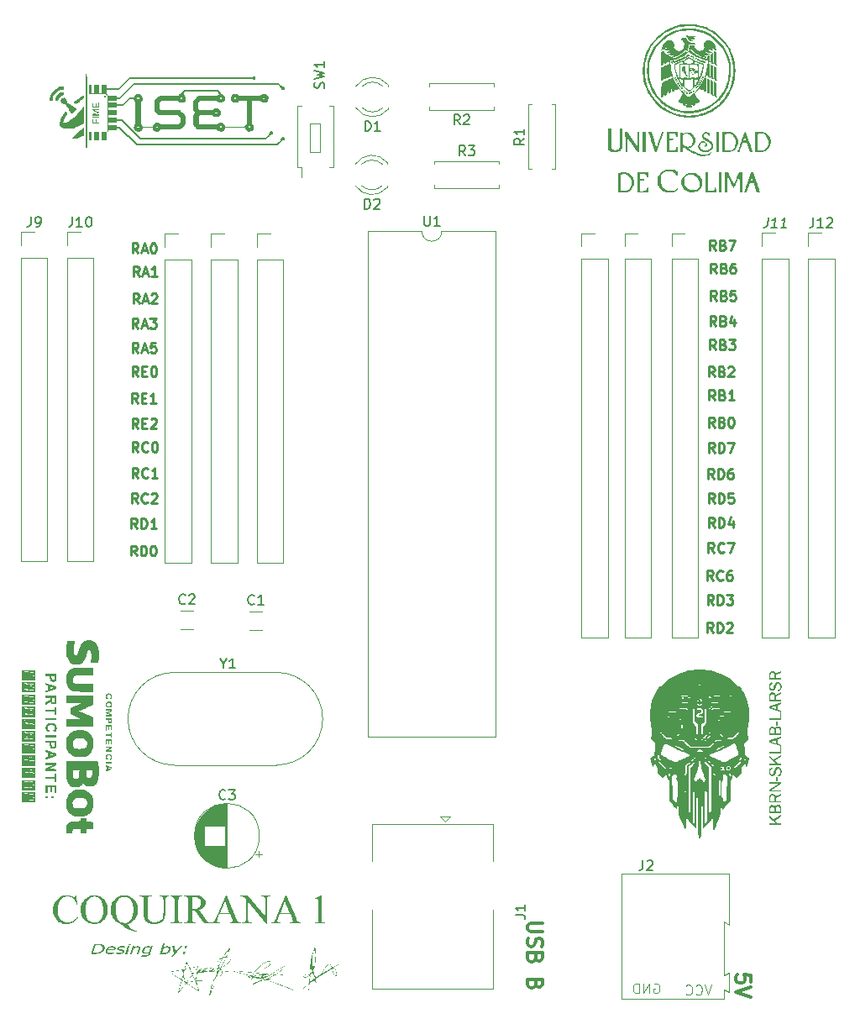
<source format=gbr>
%TF.GenerationSoftware,KiCad,Pcbnew,8.0.8*%
%TF.CreationDate,2025-04-11T19:44:07-06:00*%
%TF.ProjectId,Coquirana1,436f7175-6972-4616-9e61-312e6b696361,rev?*%
%TF.SameCoordinates,Original*%
%TF.FileFunction,Legend,Top*%
%TF.FilePolarity,Positive*%
%FSLAX46Y46*%
G04 Gerber Fmt 4.6, Leading zero omitted, Abs format (unit mm)*
G04 Created by KiCad (PCBNEW 8.0.8) date 2025-04-11 19:44:07*
%MOMM*%
%LPD*%
G01*
G04 APERTURE LIST*
%ADD10C,0.250000*%
%ADD11C,0.300000*%
%ADD12C,0.100000*%
%ADD13C,0.200000*%
%ADD14C,0.150000*%
%ADD15C,0.120000*%
%ADD16C,0.000000*%
G04 APERTURE END LIST*
D10*
X178073996Y-70594731D02*
X177740663Y-70118540D01*
X177502568Y-70594731D02*
X177502568Y-69594731D01*
X177502568Y-69594731D02*
X177883520Y-69594731D01*
X177883520Y-69594731D02*
X177978758Y-69642350D01*
X177978758Y-69642350D02*
X178026377Y-69689969D01*
X178026377Y-69689969D02*
X178073996Y-69785207D01*
X178073996Y-69785207D02*
X178073996Y-69928064D01*
X178073996Y-69928064D02*
X178026377Y-70023302D01*
X178026377Y-70023302D02*
X177978758Y-70070921D01*
X177978758Y-70070921D02*
X177883520Y-70118540D01*
X177883520Y-70118540D02*
X177502568Y-70118540D01*
X178835901Y-70070921D02*
X178978758Y-70118540D01*
X178978758Y-70118540D02*
X179026377Y-70166159D01*
X179026377Y-70166159D02*
X179073996Y-70261397D01*
X179073996Y-70261397D02*
X179073996Y-70404254D01*
X179073996Y-70404254D02*
X179026377Y-70499492D01*
X179026377Y-70499492D02*
X178978758Y-70547112D01*
X178978758Y-70547112D02*
X178883520Y-70594731D01*
X178883520Y-70594731D02*
X178502568Y-70594731D01*
X178502568Y-70594731D02*
X178502568Y-69594731D01*
X178502568Y-69594731D02*
X178835901Y-69594731D01*
X178835901Y-69594731D02*
X178931139Y-69642350D01*
X178931139Y-69642350D02*
X178978758Y-69689969D01*
X178978758Y-69689969D02*
X179026377Y-69785207D01*
X179026377Y-69785207D02*
X179026377Y-69880445D01*
X179026377Y-69880445D02*
X178978758Y-69975683D01*
X178978758Y-69975683D02*
X178931139Y-70023302D01*
X178931139Y-70023302D02*
X178835901Y-70070921D01*
X178835901Y-70070921D02*
X178502568Y-70070921D01*
X179978758Y-69594731D02*
X179502568Y-69594731D01*
X179502568Y-69594731D02*
X179454949Y-70070921D01*
X179454949Y-70070921D02*
X179502568Y-70023302D01*
X179502568Y-70023302D02*
X179597806Y-69975683D01*
X179597806Y-69975683D02*
X179835901Y-69975683D01*
X179835901Y-69975683D02*
X179931139Y-70023302D01*
X179931139Y-70023302D02*
X179978758Y-70070921D01*
X179978758Y-70070921D02*
X180026377Y-70166159D01*
X180026377Y-70166159D02*
X180026377Y-70404254D01*
X180026377Y-70404254D02*
X179978758Y-70499492D01*
X179978758Y-70499492D02*
X179931139Y-70547112D01*
X179931139Y-70547112D02*
X179835901Y-70594731D01*
X179835901Y-70594731D02*
X179597806Y-70594731D01*
X179597806Y-70594731D02*
X179502568Y-70547112D01*
X179502568Y-70547112D02*
X179454949Y-70499492D01*
X119873996Y-70894731D02*
X119540663Y-70418540D01*
X119302568Y-70894731D02*
X119302568Y-69894731D01*
X119302568Y-69894731D02*
X119683520Y-69894731D01*
X119683520Y-69894731D02*
X119778758Y-69942350D01*
X119778758Y-69942350D02*
X119826377Y-69989969D01*
X119826377Y-69989969D02*
X119873996Y-70085207D01*
X119873996Y-70085207D02*
X119873996Y-70228064D01*
X119873996Y-70228064D02*
X119826377Y-70323302D01*
X119826377Y-70323302D02*
X119778758Y-70370921D01*
X119778758Y-70370921D02*
X119683520Y-70418540D01*
X119683520Y-70418540D02*
X119302568Y-70418540D01*
X120254949Y-70609016D02*
X120731139Y-70609016D01*
X120159711Y-70894731D02*
X120493044Y-69894731D01*
X120493044Y-69894731D02*
X120826377Y-70894731D01*
X121112092Y-69989969D02*
X121159711Y-69942350D01*
X121159711Y-69942350D02*
X121254949Y-69894731D01*
X121254949Y-69894731D02*
X121493044Y-69894731D01*
X121493044Y-69894731D02*
X121588282Y-69942350D01*
X121588282Y-69942350D02*
X121635901Y-69989969D01*
X121635901Y-69989969D02*
X121683520Y-70085207D01*
X121683520Y-70085207D02*
X121683520Y-70180445D01*
X121683520Y-70180445D02*
X121635901Y-70323302D01*
X121635901Y-70323302D02*
X121064473Y-70894731D01*
X121064473Y-70894731D02*
X121683520Y-70894731D01*
X119773996Y-75844731D02*
X119440663Y-75368540D01*
X119202568Y-75844731D02*
X119202568Y-74844731D01*
X119202568Y-74844731D02*
X119583520Y-74844731D01*
X119583520Y-74844731D02*
X119678758Y-74892350D01*
X119678758Y-74892350D02*
X119726377Y-74939969D01*
X119726377Y-74939969D02*
X119773996Y-75035207D01*
X119773996Y-75035207D02*
X119773996Y-75178064D01*
X119773996Y-75178064D02*
X119726377Y-75273302D01*
X119726377Y-75273302D02*
X119678758Y-75320921D01*
X119678758Y-75320921D02*
X119583520Y-75368540D01*
X119583520Y-75368540D02*
X119202568Y-75368540D01*
X120154949Y-75559016D02*
X120631139Y-75559016D01*
X120059711Y-75844731D02*
X120393044Y-74844731D01*
X120393044Y-74844731D02*
X120726377Y-75844731D01*
X121535901Y-74844731D02*
X121059711Y-74844731D01*
X121059711Y-74844731D02*
X121012092Y-75320921D01*
X121012092Y-75320921D02*
X121059711Y-75273302D01*
X121059711Y-75273302D02*
X121154949Y-75225683D01*
X121154949Y-75225683D02*
X121393044Y-75225683D01*
X121393044Y-75225683D02*
X121488282Y-75273302D01*
X121488282Y-75273302D02*
X121535901Y-75320921D01*
X121535901Y-75320921D02*
X121583520Y-75416159D01*
X121583520Y-75416159D02*
X121583520Y-75654254D01*
X121583520Y-75654254D02*
X121535901Y-75749492D01*
X121535901Y-75749492D02*
X121488282Y-75797112D01*
X121488282Y-75797112D02*
X121393044Y-75844731D01*
X121393044Y-75844731D02*
X121154949Y-75844731D01*
X121154949Y-75844731D02*
X121059711Y-75797112D01*
X121059711Y-75797112D02*
X121012092Y-75749492D01*
X177873996Y-85914619D02*
X177540663Y-85438428D01*
X177302568Y-85914619D02*
X177302568Y-84914619D01*
X177302568Y-84914619D02*
X177683520Y-84914619D01*
X177683520Y-84914619D02*
X177778758Y-84962238D01*
X177778758Y-84962238D02*
X177826377Y-85009857D01*
X177826377Y-85009857D02*
X177873996Y-85105095D01*
X177873996Y-85105095D02*
X177873996Y-85247952D01*
X177873996Y-85247952D02*
X177826377Y-85343190D01*
X177826377Y-85343190D02*
X177778758Y-85390809D01*
X177778758Y-85390809D02*
X177683520Y-85438428D01*
X177683520Y-85438428D02*
X177302568Y-85438428D01*
X178302568Y-85914619D02*
X178302568Y-84914619D01*
X178302568Y-84914619D02*
X178540663Y-84914619D01*
X178540663Y-84914619D02*
X178683520Y-84962238D01*
X178683520Y-84962238D02*
X178778758Y-85057476D01*
X178778758Y-85057476D02*
X178826377Y-85152714D01*
X178826377Y-85152714D02*
X178873996Y-85343190D01*
X178873996Y-85343190D02*
X178873996Y-85486047D01*
X178873996Y-85486047D02*
X178826377Y-85676523D01*
X178826377Y-85676523D02*
X178778758Y-85771761D01*
X178778758Y-85771761D02*
X178683520Y-85867000D01*
X178683520Y-85867000D02*
X178540663Y-85914619D01*
X178540663Y-85914619D02*
X178302568Y-85914619D01*
X179207330Y-84914619D02*
X179873996Y-84914619D01*
X179873996Y-84914619D02*
X179445425Y-85914619D01*
X177873996Y-83364619D02*
X177540663Y-82888428D01*
X177302568Y-83364619D02*
X177302568Y-82364619D01*
X177302568Y-82364619D02*
X177683520Y-82364619D01*
X177683520Y-82364619D02*
X177778758Y-82412238D01*
X177778758Y-82412238D02*
X177826377Y-82459857D01*
X177826377Y-82459857D02*
X177873996Y-82555095D01*
X177873996Y-82555095D02*
X177873996Y-82697952D01*
X177873996Y-82697952D02*
X177826377Y-82793190D01*
X177826377Y-82793190D02*
X177778758Y-82840809D01*
X177778758Y-82840809D02*
X177683520Y-82888428D01*
X177683520Y-82888428D02*
X177302568Y-82888428D01*
X178635901Y-82840809D02*
X178778758Y-82888428D01*
X178778758Y-82888428D02*
X178826377Y-82936047D01*
X178826377Y-82936047D02*
X178873996Y-83031285D01*
X178873996Y-83031285D02*
X178873996Y-83174142D01*
X178873996Y-83174142D02*
X178826377Y-83269380D01*
X178826377Y-83269380D02*
X178778758Y-83317000D01*
X178778758Y-83317000D02*
X178683520Y-83364619D01*
X178683520Y-83364619D02*
X178302568Y-83364619D01*
X178302568Y-83364619D02*
X178302568Y-82364619D01*
X178302568Y-82364619D02*
X178635901Y-82364619D01*
X178635901Y-82364619D02*
X178731139Y-82412238D01*
X178731139Y-82412238D02*
X178778758Y-82459857D01*
X178778758Y-82459857D02*
X178826377Y-82555095D01*
X178826377Y-82555095D02*
X178826377Y-82650333D01*
X178826377Y-82650333D02*
X178778758Y-82745571D01*
X178778758Y-82745571D02*
X178731139Y-82793190D01*
X178731139Y-82793190D02*
X178635901Y-82840809D01*
X178635901Y-82840809D02*
X178302568Y-82840809D01*
X179493044Y-82364619D02*
X179588282Y-82364619D01*
X179588282Y-82364619D02*
X179683520Y-82412238D01*
X179683520Y-82412238D02*
X179731139Y-82459857D01*
X179731139Y-82459857D02*
X179778758Y-82555095D01*
X179778758Y-82555095D02*
X179826377Y-82745571D01*
X179826377Y-82745571D02*
X179826377Y-82983666D01*
X179826377Y-82983666D02*
X179778758Y-83174142D01*
X179778758Y-83174142D02*
X179731139Y-83269380D01*
X179731139Y-83269380D02*
X179683520Y-83317000D01*
X179683520Y-83317000D02*
X179588282Y-83364619D01*
X179588282Y-83364619D02*
X179493044Y-83364619D01*
X179493044Y-83364619D02*
X179397806Y-83317000D01*
X179397806Y-83317000D02*
X179350187Y-83269380D01*
X179350187Y-83269380D02*
X179302568Y-83174142D01*
X179302568Y-83174142D02*
X179254949Y-82983666D01*
X179254949Y-82983666D02*
X179254949Y-82745571D01*
X179254949Y-82745571D02*
X179302568Y-82555095D01*
X179302568Y-82555095D02*
X179350187Y-82459857D01*
X179350187Y-82459857D02*
X179397806Y-82412238D01*
X179397806Y-82412238D02*
X179493044Y-82364619D01*
X177973996Y-75544731D02*
X177640663Y-75068540D01*
X177402568Y-75544731D02*
X177402568Y-74544731D01*
X177402568Y-74544731D02*
X177783520Y-74544731D01*
X177783520Y-74544731D02*
X177878758Y-74592350D01*
X177878758Y-74592350D02*
X177926377Y-74639969D01*
X177926377Y-74639969D02*
X177973996Y-74735207D01*
X177973996Y-74735207D02*
X177973996Y-74878064D01*
X177973996Y-74878064D02*
X177926377Y-74973302D01*
X177926377Y-74973302D02*
X177878758Y-75020921D01*
X177878758Y-75020921D02*
X177783520Y-75068540D01*
X177783520Y-75068540D02*
X177402568Y-75068540D01*
X178735901Y-75020921D02*
X178878758Y-75068540D01*
X178878758Y-75068540D02*
X178926377Y-75116159D01*
X178926377Y-75116159D02*
X178973996Y-75211397D01*
X178973996Y-75211397D02*
X178973996Y-75354254D01*
X178973996Y-75354254D02*
X178926377Y-75449492D01*
X178926377Y-75449492D02*
X178878758Y-75497112D01*
X178878758Y-75497112D02*
X178783520Y-75544731D01*
X178783520Y-75544731D02*
X178402568Y-75544731D01*
X178402568Y-75544731D02*
X178402568Y-74544731D01*
X178402568Y-74544731D02*
X178735901Y-74544731D01*
X178735901Y-74544731D02*
X178831139Y-74592350D01*
X178831139Y-74592350D02*
X178878758Y-74639969D01*
X178878758Y-74639969D02*
X178926377Y-74735207D01*
X178926377Y-74735207D02*
X178926377Y-74830445D01*
X178926377Y-74830445D02*
X178878758Y-74925683D01*
X178878758Y-74925683D02*
X178831139Y-74973302D01*
X178831139Y-74973302D02*
X178735901Y-75020921D01*
X178735901Y-75020921D02*
X178402568Y-75020921D01*
X179307330Y-74544731D02*
X179926377Y-74544731D01*
X179926377Y-74544731D02*
X179593044Y-74925683D01*
X179593044Y-74925683D02*
X179735901Y-74925683D01*
X179735901Y-74925683D02*
X179831139Y-74973302D01*
X179831139Y-74973302D02*
X179878758Y-75020921D01*
X179878758Y-75020921D02*
X179926377Y-75116159D01*
X179926377Y-75116159D02*
X179926377Y-75354254D01*
X179926377Y-75354254D02*
X179878758Y-75449492D01*
X179878758Y-75449492D02*
X179831139Y-75497112D01*
X179831139Y-75497112D02*
X179735901Y-75544731D01*
X179735901Y-75544731D02*
X179450187Y-75544731D01*
X179450187Y-75544731D02*
X179354949Y-75497112D01*
X179354949Y-75497112D02*
X179307330Y-75449492D01*
D11*
X160549171Y-133354510D02*
X159334885Y-133354510D01*
X159334885Y-133354510D02*
X159192028Y-133425939D01*
X159192028Y-133425939D02*
X159120600Y-133497368D01*
X159120600Y-133497368D02*
X159049171Y-133640225D01*
X159049171Y-133640225D02*
X159049171Y-133925939D01*
X159049171Y-133925939D02*
X159120600Y-134068796D01*
X159120600Y-134068796D02*
X159192028Y-134140225D01*
X159192028Y-134140225D02*
X159334885Y-134211653D01*
X159334885Y-134211653D02*
X160549171Y-134211653D01*
X159120600Y-134854511D02*
X159049171Y-135068797D01*
X159049171Y-135068797D02*
X159049171Y-135425939D01*
X159049171Y-135425939D02*
X159120600Y-135568797D01*
X159120600Y-135568797D02*
X159192028Y-135640225D01*
X159192028Y-135640225D02*
X159334885Y-135711654D01*
X159334885Y-135711654D02*
X159477742Y-135711654D01*
X159477742Y-135711654D02*
X159620600Y-135640225D01*
X159620600Y-135640225D02*
X159692028Y-135568797D01*
X159692028Y-135568797D02*
X159763457Y-135425939D01*
X159763457Y-135425939D02*
X159834885Y-135140225D01*
X159834885Y-135140225D02*
X159906314Y-134997368D01*
X159906314Y-134997368D02*
X159977742Y-134925939D01*
X159977742Y-134925939D02*
X160120600Y-134854511D01*
X160120600Y-134854511D02*
X160263457Y-134854511D01*
X160263457Y-134854511D02*
X160406314Y-134925939D01*
X160406314Y-134925939D02*
X160477742Y-134997368D01*
X160477742Y-134997368D02*
X160549171Y-135140225D01*
X160549171Y-135140225D02*
X160549171Y-135497368D01*
X160549171Y-135497368D02*
X160477742Y-135711654D01*
X159834885Y-136854510D02*
X159763457Y-137068796D01*
X159763457Y-137068796D02*
X159692028Y-137140225D01*
X159692028Y-137140225D02*
X159549171Y-137211653D01*
X159549171Y-137211653D02*
X159334885Y-137211653D01*
X159334885Y-137211653D02*
X159192028Y-137140225D01*
X159192028Y-137140225D02*
X159120600Y-137068796D01*
X159120600Y-137068796D02*
X159049171Y-136925939D01*
X159049171Y-136925939D02*
X159049171Y-136354510D01*
X159049171Y-136354510D02*
X160549171Y-136354510D01*
X160549171Y-136354510D02*
X160549171Y-136854510D01*
X160549171Y-136854510D02*
X160477742Y-136997368D01*
X160477742Y-136997368D02*
X160406314Y-137068796D01*
X160406314Y-137068796D02*
X160263457Y-137140225D01*
X160263457Y-137140225D02*
X160120600Y-137140225D01*
X160120600Y-137140225D02*
X159977742Y-137068796D01*
X159977742Y-137068796D02*
X159906314Y-136997368D01*
X159906314Y-136997368D02*
X159834885Y-136854510D01*
X159834885Y-136854510D02*
X159834885Y-136354510D01*
X159834885Y-139497367D02*
X159763457Y-139711653D01*
X159763457Y-139711653D02*
X159692028Y-139783082D01*
X159692028Y-139783082D02*
X159549171Y-139854510D01*
X159549171Y-139854510D02*
X159334885Y-139854510D01*
X159334885Y-139854510D02*
X159192028Y-139783082D01*
X159192028Y-139783082D02*
X159120600Y-139711653D01*
X159120600Y-139711653D02*
X159049171Y-139568796D01*
X159049171Y-139568796D02*
X159049171Y-138997367D01*
X159049171Y-138997367D02*
X160549171Y-138997367D01*
X160549171Y-138997367D02*
X160549171Y-139497367D01*
X160549171Y-139497367D02*
X160477742Y-139640225D01*
X160477742Y-139640225D02*
X160406314Y-139711653D01*
X160406314Y-139711653D02*
X160263457Y-139783082D01*
X160263457Y-139783082D02*
X160120600Y-139783082D01*
X160120600Y-139783082D02*
X159977742Y-139711653D01*
X159977742Y-139711653D02*
X159906314Y-139640225D01*
X159906314Y-139640225D02*
X159834885Y-139497367D01*
X159834885Y-139497367D02*
X159834885Y-138997367D01*
D12*
X177588972Y-139572419D02*
X177255639Y-140572419D01*
X177255639Y-140572419D02*
X176922306Y-139572419D01*
X176017544Y-140477180D02*
X176065163Y-140524800D01*
X176065163Y-140524800D02*
X176208020Y-140572419D01*
X176208020Y-140572419D02*
X176303258Y-140572419D01*
X176303258Y-140572419D02*
X176446115Y-140524800D01*
X176446115Y-140524800D02*
X176541353Y-140429561D01*
X176541353Y-140429561D02*
X176588972Y-140334323D01*
X176588972Y-140334323D02*
X176636591Y-140143847D01*
X176636591Y-140143847D02*
X176636591Y-140000990D01*
X176636591Y-140000990D02*
X176588972Y-139810514D01*
X176588972Y-139810514D02*
X176541353Y-139715276D01*
X176541353Y-139715276D02*
X176446115Y-139620038D01*
X176446115Y-139620038D02*
X176303258Y-139572419D01*
X176303258Y-139572419D02*
X176208020Y-139572419D01*
X176208020Y-139572419D02*
X176065163Y-139620038D01*
X176065163Y-139620038D02*
X176017544Y-139667657D01*
X175017544Y-140477180D02*
X175065163Y-140524800D01*
X175065163Y-140524800D02*
X175208020Y-140572419D01*
X175208020Y-140572419D02*
X175303258Y-140572419D01*
X175303258Y-140572419D02*
X175446115Y-140524800D01*
X175446115Y-140524800D02*
X175541353Y-140429561D01*
X175541353Y-140429561D02*
X175588972Y-140334323D01*
X175588972Y-140334323D02*
X175636591Y-140143847D01*
X175636591Y-140143847D02*
X175636591Y-140000990D01*
X175636591Y-140000990D02*
X175588972Y-139810514D01*
X175588972Y-139810514D02*
X175541353Y-139715276D01*
X175541353Y-139715276D02*
X175446115Y-139620038D01*
X175446115Y-139620038D02*
X175303258Y-139572419D01*
X175303258Y-139572419D02*
X175208020Y-139572419D01*
X175208020Y-139572419D02*
X175065163Y-139620038D01*
X175065163Y-139620038D02*
X175017544Y-139667657D01*
D10*
X177823996Y-96014619D02*
X177490663Y-95538428D01*
X177252568Y-96014619D02*
X177252568Y-95014619D01*
X177252568Y-95014619D02*
X177633520Y-95014619D01*
X177633520Y-95014619D02*
X177728758Y-95062238D01*
X177728758Y-95062238D02*
X177776377Y-95109857D01*
X177776377Y-95109857D02*
X177823996Y-95205095D01*
X177823996Y-95205095D02*
X177823996Y-95347952D01*
X177823996Y-95347952D02*
X177776377Y-95443190D01*
X177776377Y-95443190D02*
X177728758Y-95490809D01*
X177728758Y-95490809D02*
X177633520Y-95538428D01*
X177633520Y-95538428D02*
X177252568Y-95538428D01*
X178823996Y-95919380D02*
X178776377Y-95967000D01*
X178776377Y-95967000D02*
X178633520Y-96014619D01*
X178633520Y-96014619D02*
X178538282Y-96014619D01*
X178538282Y-96014619D02*
X178395425Y-95967000D01*
X178395425Y-95967000D02*
X178300187Y-95871761D01*
X178300187Y-95871761D02*
X178252568Y-95776523D01*
X178252568Y-95776523D02*
X178204949Y-95586047D01*
X178204949Y-95586047D02*
X178204949Y-95443190D01*
X178204949Y-95443190D02*
X178252568Y-95252714D01*
X178252568Y-95252714D02*
X178300187Y-95157476D01*
X178300187Y-95157476D02*
X178395425Y-95062238D01*
X178395425Y-95062238D02*
X178538282Y-95014619D01*
X178538282Y-95014619D02*
X178633520Y-95014619D01*
X178633520Y-95014619D02*
X178776377Y-95062238D01*
X178776377Y-95062238D02*
X178823996Y-95109857D01*
X179157330Y-95014619D02*
X179823996Y-95014619D01*
X179823996Y-95014619D02*
X179395425Y-96014619D01*
X177973996Y-65514619D02*
X177640663Y-65038428D01*
X177402568Y-65514619D02*
X177402568Y-64514619D01*
X177402568Y-64514619D02*
X177783520Y-64514619D01*
X177783520Y-64514619D02*
X177878758Y-64562238D01*
X177878758Y-64562238D02*
X177926377Y-64609857D01*
X177926377Y-64609857D02*
X177973996Y-64705095D01*
X177973996Y-64705095D02*
X177973996Y-64847952D01*
X177973996Y-64847952D02*
X177926377Y-64943190D01*
X177926377Y-64943190D02*
X177878758Y-64990809D01*
X177878758Y-64990809D02*
X177783520Y-65038428D01*
X177783520Y-65038428D02*
X177402568Y-65038428D01*
X178735901Y-64990809D02*
X178878758Y-65038428D01*
X178878758Y-65038428D02*
X178926377Y-65086047D01*
X178926377Y-65086047D02*
X178973996Y-65181285D01*
X178973996Y-65181285D02*
X178973996Y-65324142D01*
X178973996Y-65324142D02*
X178926377Y-65419380D01*
X178926377Y-65419380D02*
X178878758Y-65467000D01*
X178878758Y-65467000D02*
X178783520Y-65514619D01*
X178783520Y-65514619D02*
X178402568Y-65514619D01*
X178402568Y-65514619D02*
X178402568Y-64514619D01*
X178402568Y-64514619D02*
X178735901Y-64514619D01*
X178735901Y-64514619D02*
X178831139Y-64562238D01*
X178831139Y-64562238D02*
X178878758Y-64609857D01*
X178878758Y-64609857D02*
X178926377Y-64705095D01*
X178926377Y-64705095D02*
X178926377Y-64800333D01*
X178926377Y-64800333D02*
X178878758Y-64895571D01*
X178878758Y-64895571D02*
X178831139Y-64943190D01*
X178831139Y-64943190D02*
X178735901Y-64990809D01*
X178735901Y-64990809D02*
X178402568Y-64990809D01*
X179307330Y-64514619D02*
X179973996Y-64514619D01*
X179973996Y-64514619D02*
X179545425Y-65514619D01*
X177873996Y-93464619D02*
X177540663Y-92988428D01*
X177302568Y-93464619D02*
X177302568Y-92464619D01*
X177302568Y-92464619D02*
X177683520Y-92464619D01*
X177683520Y-92464619D02*
X177778758Y-92512238D01*
X177778758Y-92512238D02*
X177826377Y-92559857D01*
X177826377Y-92559857D02*
X177873996Y-92655095D01*
X177873996Y-92655095D02*
X177873996Y-92797952D01*
X177873996Y-92797952D02*
X177826377Y-92893190D01*
X177826377Y-92893190D02*
X177778758Y-92940809D01*
X177778758Y-92940809D02*
X177683520Y-92988428D01*
X177683520Y-92988428D02*
X177302568Y-92988428D01*
X178302568Y-93464619D02*
X178302568Y-92464619D01*
X178302568Y-92464619D02*
X178540663Y-92464619D01*
X178540663Y-92464619D02*
X178683520Y-92512238D01*
X178683520Y-92512238D02*
X178778758Y-92607476D01*
X178778758Y-92607476D02*
X178826377Y-92702714D01*
X178826377Y-92702714D02*
X178873996Y-92893190D01*
X178873996Y-92893190D02*
X178873996Y-93036047D01*
X178873996Y-93036047D02*
X178826377Y-93226523D01*
X178826377Y-93226523D02*
X178778758Y-93321761D01*
X178778758Y-93321761D02*
X178683520Y-93417000D01*
X178683520Y-93417000D02*
X178540663Y-93464619D01*
X178540663Y-93464619D02*
X178302568Y-93464619D01*
X179731139Y-92797952D02*
X179731139Y-93464619D01*
X179493044Y-92417000D02*
X179254949Y-93131285D01*
X179254949Y-93131285D02*
X179873996Y-93131285D01*
X177873996Y-91014619D02*
X177540663Y-90538428D01*
X177302568Y-91014619D02*
X177302568Y-90014619D01*
X177302568Y-90014619D02*
X177683520Y-90014619D01*
X177683520Y-90014619D02*
X177778758Y-90062238D01*
X177778758Y-90062238D02*
X177826377Y-90109857D01*
X177826377Y-90109857D02*
X177873996Y-90205095D01*
X177873996Y-90205095D02*
X177873996Y-90347952D01*
X177873996Y-90347952D02*
X177826377Y-90443190D01*
X177826377Y-90443190D02*
X177778758Y-90490809D01*
X177778758Y-90490809D02*
X177683520Y-90538428D01*
X177683520Y-90538428D02*
X177302568Y-90538428D01*
X178302568Y-91014619D02*
X178302568Y-90014619D01*
X178302568Y-90014619D02*
X178540663Y-90014619D01*
X178540663Y-90014619D02*
X178683520Y-90062238D01*
X178683520Y-90062238D02*
X178778758Y-90157476D01*
X178778758Y-90157476D02*
X178826377Y-90252714D01*
X178826377Y-90252714D02*
X178873996Y-90443190D01*
X178873996Y-90443190D02*
X178873996Y-90586047D01*
X178873996Y-90586047D02*
X178826377Y-90776523D01*
X178826377Y-90776523D02*
X178778758Y-90871761D01*
X178778758Y-90871761D02*
X178683520Y-90967000D01*
X178683520Y-90967000D02*
X178540663Y-91014619D01*
X178540663Y-91014619D02*
X178302568Y-91014619D01*
X179778758Y-90014619D02*
X179302568Y-90014619D01*
X179302568Y-90014619D02*
X179254949Y-90490809D01*
X179254949Y-90490809D02*
X179302568Y-90443190D01*
X179302568Y-90443190D02*
X179397806Y-90395571D01*
X179397806Y-90395571D02*
X179635901Y-90395571D01*
X179635901Y-90395571D02*
X179731139Y-90443190D01*
X179731139Y-90443190D02*
X179778758Y-90490809D01*
X179778758Y-90490809D02*
X179826377Y-90586047D01*
X179826377Y-90586047D02*
X179826377Y-90824142D01*
X179826377Y-90824142D02*
X179778758Y-90919380D01*
X179778758Y-90919380D02*
X179731139Y-90967000D01*
X179731139Y-90967000D02*
X179635901Y-91014619D01*
X179635901Y-91014619D02*
X179397806Y-91014619D01*
X179397806Y-91014619D02*
X179302568Y-90967000D01*
X179302568Y-90967000D02*
X179254949Y-90919380D01*
X119773996Y-65814619D02*
X119440663Y-65338428D01*
X119202568Y-65814619D02*
X119202568Y-64814619D01*
X119202568Y-64814619D02*
X119583520Y-64814619D01*
X119583520Y-64814619D02*
X119678758Y-64862238D01*
X119678758Y-64862238D02*
X119726377Y-64909857D01*
X119726377Y-64909857D02*
X119773996Y-65005095D01*
X119773996Y-65005095D02*
X119773996Y-65147952D01*
X119773996Y-65147952D02*
X119726377Y-65243190D01*
X119726377Y-65243190D02*
X119678758Y-65290809D01*
X119678758Y-65290809D02*
X119583520Y-65338428D01*
X119583520Y-65338428D02*
X119202568Y-65338428D01*
X120154949Y-65528904D02*
X120631139Y-65528904D01*
X120059711Y-65814619D02*
X120393044Y-64814619D01*
X120393044Y-64814619D02*
X120726377Y-65814619D01*
X121250187Y-64814619D02*
X121345425Y-64814619D01*
X121345425Y-64814619D02*
X121440663Y-64862238D01*
X121440663Y-64862238D02*
X121488282Y-64909857D01*
X121488282Y-64909857D02*
X121535901Y-65005095D01*
X121535901Y-65005095D02*
X121583520Y-65195571D01*
X121583520Y-65195571D02*
X121583520Y-65433666D01*
X121583520Y-65433666D02*
X121535901Y-65624142D01*
X121535901Y-65624142D02*
X121488282Y-65719380D01*
X121488282Y-65719380D02*
X121440663Y-65767000D01*
X121440663Y-65767000D02*
X121345425Y-65814619D01*
X121345425Y-65814619D02*
X121250187Y-65814619D01*
X121250187Y-65814619D02*
X121154949Y-65767000D01*
X121154949Y-65767000D02*
X121107330Y-65719380D01*
X121107330Y-65719380D02*
X121059711Y-65624142D01*
X121059711Y-65624142D02*
X121012092Y-65433666D01*
X121012092Y-65433666D02*
X121012092Y-65195571D01*
X121012092Y-65195571D02*
X121059711Y-65005095D01*
X121059711Y-65005095D02*
X121107330Y-64909857D01*
X121107330Y-64909857D02*
X121154949Y-64862238D01*
X121154949Y-64862238D02*
X121250187Y-64814619D01*
X119773996Y-88464619D02*
X119440663Y-87988428D01*
X119202568Y-88464619D02*
X119202568Y-87464619D01*
X119202568Y-87464619D02*
X119583520Y-87464619D01*
X119583520Y-87464619D02*
X119678758Y-87512238D01*
X119678758Y-87512238D02*
X119726377Y-87559857D01*
X119726377Y-87559857D02*
X119773996Y-87655095D01*
X119773996Y-87655095D02*
X119773996Y-87797952D01*
X119773996Y-87797952D02*
X119726377Y-87893190D01*
X119726377Y-87893190D02*
X119678758Y-87940809D01*
X119678758Y-87940809D02*
X119583520Y-87988428D01*
X119583520Y-87988428D02*
X119202568Y-87988428D01*
X120773996Y-88369380D02*
X120726377Y-88417000D01*
X120726377Y-88417000D02*
X120583520Y-88464619D01*
X120583520Y-88464619D02*
X120488282Y-88464619D01*
X120488282Y-88464619D02*
X120345425Y-88417000D01*
X120345425Y-88417000D02*
X120250187Y-88321761D01*
X120250187Y-88321761D02*
X120202568Y-88226523D01*
X120202568Y-88226523D02*
X120154949Y-88036047D01*
X120154949Y-88036047D02*
X120154949Y-87893190D01*
X120154949Y-87893190D02*
X120202568Y-87702714D01*
X120202568Y-87702714D02*
X120250187Y-87607476D01*
X120250187Y-87607476D02*
X120345425Y-87512238D01*
X120345425Y-87512238D02*
X120488282Y-87464619D01*
X120488282Y-87464619D02*
X120583520Y-87464619D01*
X120583520Y-87464619D02*
X120726377Y-87512238D01*
X120726377Y-87512238D02*
X120773996Y-87559857D01*
X121726377Y-88464619D02*
X121154949Y-88464619D01*
X121440663Y-88464619D02*
X121440663Y-87464619D01*
X121440663Y-87464619D02*
X121345425Y-87607476D01*
X121345425Y-87607476D02*
X121250187Y-87702714D01*
X121250187Y-87702714D02*
X121154949Y-87750333D01*
X177823996Y-88564619D02*
X177490663Y-88088428D01*
X177252568Y-88564619D02*
X177252568Y-87564619D01*
X177252568Y-87564619D02*
X177633520Y-87564619D01*
X177633520Y-87564619D02*
X177728758Y-87612238D01*
X177728758Y-87612238D02*
X177776377Y-87659857D01*
X177776377Y-87659857D02*
X177823996Y-87755095D01*
X177823996Y-87755095D02*
X177823996Y-87897952D01*
X177823996Y-87897952D02*
X177776377Y-87993190D01*
X177776377Y-87993190D02*
X177728758Y-88040809D01*
X177728758Y-88040809D02*
X177633520Y-88088428D01*
X177633520Y-88088428D02*
X177252568Y-88088428D01*
X178252568Y-88564619D02*
X178252568Y-87564619D01*
X178252568Y-87564619D02*
X178490663Y-87564619D01*
X178490663Y-87564619D02*
X178633520Y-87612238D01*
X178633520Y-87612238D02*
X178728758Y-87707476D01*
X178728758Y-87707476D02*
X178776377Y-87802714D01*
X178776377Y-87802714D02*
X178823996Y-87993190D01*
X178823996Y-87993190D02*
X178823996Y-88136047D01*
X178823996Y-88136047D02*
X178776377Y-88326523D01*
X178776377Y-88326523D02*
X178728758Y-88421761D01*
X178728758Y-88421761D02*
X178633520Y-88517000D01*
X178633520Y-88517000D02*
X178490663Y-88564619D01*
X178490663Y-88564619D02*
X178252568Y-88564619D01*
X179681139Y-87564619D02*
X179490663Y-87564619D01*
X179490663Y-87564619D02*
X179395425Y-87612238D01*
X179395425Y-87612238D02*
X179347806Y-87659857D01*
X179347806Y-87659857D02*
X179252568Y-87802714D01*
X179252568Y-87802714D02*
X179204949Y-87993190D01*
X179204949Y-87993190D02*
X179204949Y-88374142D01*
X179204949Y-88374142D02*
X179252568Y-88469380D01*
X179252568Y-88469380D02*
X179300187Y-88517000D01*
X179300187Y-88517000D02*
X179395425Y-88564619D01*
X179395425Y-88564619D02*
X179585901Y-88564619D01*
X179585901Y-88564619D02*
X179681139Y-88517000D01*
X179681139Y-88517000D02*
X179728758Y-88469380D01*
X179728758Y-88469380D02*
X179776377Y-88374142D01*
X179776377Y-88374142D02*
X179776377Y-88136047D01*
X179776377Y-88136047D02*
X179728758Y-88040809D01*
X179728758Y-88040809D02*
X179681139Y-87993190D01*
X179681139Y-87993190D02*
X179585901Y-87945571D01*
X179585901Y-87945571D02*
X179395425Y-87945571D01*
X179395425Y-87945571D02*
X179300187Y-87993190D01*
X179300187Y-87993190D02*
X179252568Y-88040809D01*
X179252568Y-88040809D02*
X179204949Y-88136047D01*
X177723996Y-98814619D02*
X177390663Y-98338428D01*
X177152568Y-98814619D02*
X177152568Y-97814619D01*
X177152568Y-97814619D02*
X177533520Y-97814619D01*
X177533520Y-97814619D02*
X177628758Y-97862238D01*
X177628758Y-97862238D02*
X177676377Y-97909857D01*
X177676377Y-97909857D02*
X177723996Y-98005095D01*
X177723996Y-98005095D02*
X177723996Y-98147952D01*
X177723996Y-98147952D02*
X177676377Y-98243190D01*
X177676377Y-98243190D02*
X177628758Y-98290809D01*
X177628758Y-98290809D02*
X177533520Y-98338428D01*
X177533520Y-98338428D02*
X177152568Y-98338428D01*
X178723996Y-98719380D02*
X178676377Y-98767000D01*
X178676377Y-98767000D02*
X178533520Y-98814619D01*
X178533520Y-98814619D02*
X178438282Y-98814619D01*
X178438282Y-98814619D02*
X178295425Y-98767000D01*
X178295425Y-98767000D02*
X178200187Y-98671761D01*
X178200187Y-98671761D02*
X178152568Y-98576523D01*
X178152568Y-98576523D02*
X178104949Y-98386047D01*
X178104949Y-98386047D02*
X178104949Y-98243190D01*
X178104949Y-98243190D02*
X178152568Y-98052714D01*
X178152568Y-98052714D02*
X178200187Y-97957476D01*
X178200187Y-97957476D02*
X178295425Y-97862238D01*
X178295425Y-97862238D02*
X178438282Y-97814619D01*
X178438282Y-97814619D02*
X178533520Y-97814619D01*
X178533520Y-97814619D02*
X178676377Y-97862238D01*
X178676377Y-97862238D02*
X178723996Y-97909857D01*
X179581139Y-97814619D02*
X179390663Y-97814619D01*
X179390663Y-97814619D02*
X179295425Y-97862238D01*
X179295425Y-97862238D02*
X179247806Y-97909857D01*
X179247806Y-97909857D02*
X179152568Y-98052714D01*
X179152568Y-98052714D02*
X179104949Y-98243190D01*
X179104949Y-98243190D02*
X179104949Y-98624142D01*
X179104949Y-98624142D02*
X179152568Y-98719380D01*
X179152568Y-98719380D02*
X179200187Y-98767000D01*
X179200187Y-98767000D02*
X179295425Y-98814619D01*
X179295425Y-98814619D02*
X179485901Y-98814619D01*
X179485901Y-98814619D02*
X179581139Y-98767000D01*
X179581139Y-98767000D02*
X179628758Y-98719380D01*
X179628758Y-98719380D02*
X179676377Y-98624142D01*
X179676377Y-98624142D02*
X179676377Y-98386047D01*
X179676377Y-98386047D02*
X179628758Y-98290809D01*
X179628758Y-98290809D02*
X179581139Y-98243190D01*
X179581139Y-98243190D02*
X179485901Y-98195571D01*
X179485901Y-98195571D02*
X179295425Y-98195571D01*
X179295425Y-98195571D02*
X179200187Y-98243190D01*
X179200187Y-98243190D02*
X179152568Y-98290809D01*
X179152568Y-98290809D02*
X179104949Y-98386047D01*
X177873996Y-78264619D02*
X177540663Y-77788428D01*
X177302568Y-78264619D02*
X177302568Y-77264619D01*
X177302568Y-77264619D02*
X177683520Y-77264619D01*
X177683520Y-77264619D02*
X177778758Y-77312238D01*
X177778758Y-77312238D02*
X177826377Y-77359857D01*
X177826377Y-77359857D02*
X177873996Y-77455095D01*
X177873996Y-77455095D02*
X177873996Y-77597952D01*
X177873996Y-77597952D02*
X177826377Y-77693190D01*
X177826377Y-77693190D02*
X177778758Y-77740809D01*
X177778758Y-77740809D02*
X177683520Y-77788428D01*
X177683520Y-77788428D02*
X177302568Y-77788428D01*
X178635901Y-77740809D02*
X178778758Y-77788428D01*
X178778758Y-77788428D02*
X178826377Y-77836047D01*
X178826377Y-77836047D02*
X178873996Y-77931285D01*
X178873996Y-77931285D02*
X178873996Y-78074142D01*
X178873996Y-78074142D02*
X178826377Y-78169380D01*
X178826377Y-78169380D02*
X178778758Y-78217000D01*
X178778758Y-78217000D02*
X178683520Y-78264619D01*
X178683520Y-78264619D02*
X178302568Y-78264619D01*
X178302568Y-78264619D02*
X178302568Y-77264619D01*
X178302568Y-77264619D02*
X178635901Y-77264619D01*
X178635901Y-77264619D02*
X178731139Y-77312238D01*
X178731139Y-77312238D02*
X178778758Y-77359857D01*
X178778758Y-77359857D02*
X178826377Y-77455095D01*
X178826377Y-77455095D02*
X178826377Y-77550333D01*
X178826377Y-77550333D02*
X178778758Y-77645571D01*
X178778758Y-77645571D02*
X178731139Y-77693190D01*
X178731139Y-77693190D02*
X178635901Y-77740809D01*
X178635901Y-77740809D02*
X178302568Y-77740809D01*
X179254949Y-77359857D02*
X179302568Y-77312238D01*
X179302568Y-77312238D02*
X179397806Y-77264619D01*
X179397806Y-77264619D02*
X179635901Y-77264619D01*
X179635901Y-77264619D02*
X179731139Y-77312238D01*
X179731139Y-77312238D02*
X179778758Y-77359857D01*
X179778758Y-77359857D02*
X179826377Y-77455095D01*
X179826377Y-77455095D02*
X179826377Y-77550333D01*
X179826377Y-77550333D02*
X179778758Y-77693190D01*
X179778758Y-77693190D02*
X179207330Y-78264619D01*
X179207330Y-78264619D02*
X179826377Y-78264619D01*
X119723996Y-80934787D02*
X119390663Y-80458596D01*
X119152568Y-80934787D02*
X119152568Y-79934787D01*
X119152568Y-79934787D02*
X119533520Y-79934787D01*
X119533520Y-79934787D02*
X119628758Y-79982406D01*
X119628758Y-79982406D02*
X119676377Y-80030025D01*
X119676377Y-80030025D02*
X119723996Y-80125263D01*
X119723996Y-80125263D02*
X119723996Y-80268120D01*
X119723996Y-80268120D02*
X119676377Y-80363358D01*
X119676377Y-80363358D02*
X119628758Y-80410977D01*
X119628758Y-80410977D02*
X119533520Y-80458596D01*
X119533520Y-80458596D02*
X119152568Y-80458596D01*
X120152568Y-80410977D02*
X120485901Y-80410977D01*
X120628758Y-80934787D02*
X120152568Y-80934787D01*
X120152568Y-80934787D02*
X120152568Y-79934787D01*
X120152568Y-79934787D02*
X120628758Y-79934787D01*
X121581139Y-80934787D02*
X121009711Y-80934787D01*
X121295425Y-80934787D02*
X121295425Y-79934787D01*
X121295425Y-79934787D02*
X121200187Y-80077644D01*
X121200187Y-80077644D02*
X121104949Y-80172882D01*
X121104949Y-80172882D02*
X121009711Y-80220501D01*
D12*
X171772306Y-139470038D02*
X171867544Y-139422419D01*
X171867544Y-139422419D02*
X172010401Y-139422419D01*
X172010401Y-139422419D02*
X172153258Y-139470038D01*
X172153258Y-139470038D02*
X172248496Y-139565276D01*
X172248496Y-139565276D02*
X172296115Y-139660514D01*
X172296115Y-139660514D02*
X172343734Y-139850990D01*
X172343734Y-139850990D02*
X172343734Y-139993847D01*
X172343734Y-139993847D02*
X172296115Y-140184323D01*
X172296115Y-140184323D02*
X172248496Y-140279561D01*
X172248496Y-140279561D02*
X172153258Y-140374800D01*
X172153258Y-140374800D02*
X172010401Y-140422419D01*
X172010401Y-140422419D02*
X171915163Y-140422419D01*
X171915163Y-140422419D02*
X171772306Y-140374800D01*
X171772306Y-140374800D02*
X171724687Y-140327180D01*
X171724687Y-140327180D02*
X171724687Y-139993847D01*
X171724687Y-139993847D02*
X171915163Y-139993847D01*
X171296115Y-140422419D02*
X171296115Y-139422419D01*
X171296115Y-139422419D02*
X170724687Y-140422419D01*
X170724687Y-140422419D02*
X170724687Y-139422419D01*
X170248496Y-140422419D02*
X170248496Y-139422419D01*
X170248496Y-139422419D02*
X170010401Y-139422419D01*
X170010401Y-139422419D02*
X169867544Y-139470038D01*
X169867544Y-139470038D02*
X169772306Y-139565276D01*
X169772306Y-139565276D02*
X169724687Y-139660514D01*
X169724687Y-139660514D02*
X169677068Y-139850990D01*
X169677068Y-139850990D02*
X169677068Y-139993847D01*
X169677068Y-139993847D02*
X169724687Y-140184323D01*
X169724687Y-140184323D02*
X169772306Y-140279561D01*
X169772306Y-140279561D02*
X169867544Y-140374800D01*
X169867544Y-140374800D02*
X170010401Y-140422419D01*
X170010401Y-140422419D02*
X170248496Y-140422419D01*
D10*
G36*
X113591102Y-130529427D02*
G01*
X113654849Y-131467320D01*
X113591102Y-131467320D01*
X113539204Y-131316598D01*
X113479682Y-131182620D01*
X113400601Y-131047476D01*
X113297516Y-130920931D01*
X113226203Y-130856957D01*
X113101914Y-130775212D01*
X112965718Y-130716823D01*
X112817616Y-130681789D01*
X112657606Y-130670111D01*
X112505216Y-130681297D01*
X112361289Y-130714856D01*
X112225823Y-130770788D01*
X112154221Y-130811528D01*
X112035635Y-130903993D01*
X111932119Y-131023120D01*
X111852755Y-131151394D01*
X111801046Y-131261423D01*
X111750797Y-131403605D01*
X111712890Y-131560233D01*
X111690221Y-131705983D01*
X111676620Y-131862346D01*
X111672086Y-132029323D01*
X111677906Y-132190253D01*
X111695367Y-132341577D01*
X111729577Y-132502754D01*
X111778990Y-132651383D01*
X111793719Y-132686580D01*
X111862183Y-132817372D01*
X111957489Y-132945245D01*
X112072153Y-133052715D01*
X112159351Y-133113028D01*
X112302402Y-133184576D01*
X112456234Y-133232709D01*
X112602024Y-133255836D01*
X112716957Y-133261039D01*
X112865180Y-133251940D01*
X113017908Y-133220484D01*
X113158042Y-133166560D01*
X113197627Y-133146001D01*
X113331693Y-133051390D01*
X113444717Y-132943656D01*
X113547820Y-132826022D01*
X113639319Y-132707836D01*
X113654849Y-132686580D01*
X113718597Y-132727613D01*
X113637264Y-132858620D01*
X113536125Y-132993945D01*
X113428253Y-133110406D01*
X113313650Y-133208004D01*
X113227669Y-133266168D01*
X113081123Y-133340861D01*
X112942076Y-133388711D01*
X112792932Y-133420222D01*
X112633689Y-133435394D01*
X112562351Y-133436894D01*
X112393755Y-133428880D01*
X112234913Y-133404837D01*
X112085826Y-133364766D01*
X111946493Y-133308667D01*
X111816914Y-133236539D01*
X111697090Y-133148382D01*
X111587021Y-133044197D01*
X111486706Y-132923984D01*
X111404803Y-132801606D01*
X111324844Y-132646016D01*
X111264875Y-132480894D01*
X111230171Y-132336012D01*
X111209348Y-132184511D01*
X111202407Y-132026392D01*
X111209002Y-131872690D01*
X111228785Y-131723729D01*
X111261758Y-131579507D01*
X111307920Y-131440026D01*
X111367271Y-131305284D01*
X111389986Y-131261423D01*
X111478783Y-131116371D01*
X111581045Y-130986395D01*
X111696770Y-130871496D01*
X111825959Y-130771674D01*
X111905826Y-130721402D01*
X112052672Y-130646599D01*
X112205338Y-130590169D01*
X112363824Y-130552112D01*
X112528130Y-130532427D01*
X112624633Y-130529427D01*
X112775438Y-130538403D01*
X112925235Y-130565331D01*
X113074025Y-130610211D01*
X113221807Y-130673042D01*
X113345638Y-130717006D01*
X113442358Y-130678904D01*
X113514032Y-130547051D01*
X113518562Y-130529427D01*
X113591102Y-130529427D01*
G37*
G36*
X115559241Y-130539463D02*
G01*
X115718516Y-130569570D01*
X115870708Y-130619748D01*
X116015815Y-130689998D01*
X116153839Y-130780319D01*
X116284778Y-130890711D01*
X116335170Y-130940488D01*
X116450214Y-131073935D01*
X116545758Y-131217365D01*
X116621804Y-131370776D01*
X116678351Y-131534170D01*
X116715399Y-131707545D01*
X116730998Y-131853433D01*
X116734508Y-131967041D01*
X116728222Y-132121956D01*
X116709366Y-132270161D01*
X116668118Y-132445984D01*
X116607227Y-132611324D01*
X116526695Y-132766181D01*
X116426521Y-132910555D01*
X116332240Y-133018506D01*
X116202627Y-133139038D01*
X116064751Y-133239140D01*
X115918609Y-133318814D01*
X115764203Y-133378058D01*
X115601532Y-133416874D01*
X115430597Y-133435260D01*
X115359909Y-133436894D01*
X115183982Y-133426930D01*
X115017072Y-133397038D01*
X114859178Y-133347217D01*
X114710299Y-133277468D01*
X114570437Y-133187791D01*
X114439590Y-133078186D01*
X114389776Y-133028764D01*
X114276844Y-132895374D01*
X114183052Y-132750285D01*
X114108402Y-132593496D01*
X114052893Y-132425007D01*
X114016525Y-132244820D01*
X114001212Y-132092246D01*
X113997766Y-131972903D01*
X113997958Y-131968506D01*
X114469644Y-131968506D01*
X114474212Y-132133954D01*
X114487916Y-132289579D01*
X114510757Y-132435380D01*
X114552155Y-132603818D01*
X114607829Y-132756908D01*
X114677778Y-132894649D01*
X114762002Y-133017041D01*
X114867289Y-133125819D01*
X115004447Y-133217421D01*
X115159556Y-133274127D01*
X115310003Y-133295120D01*
X115355512Y-133296210D01*
X115521101Y-133281589D01*
X115673577Y-133237726D01*
X115812939Y-133164622D01*
X115939188Y-133062275D01*
X116005443Y-132990662D01*
X116092597Y-132863417D01*
X116161720Y-132711390D01*
X116205548Y-132565771D01*
X116236853Y-132402943D01*
X116255637Y-132222905D01*
X116261647Y-132066485D01*
X116261898Y-132025659D01*
X116257490Y-131852907D01*
X116244266Y-131691489D01*
X116222227Y-131541406D01*
X116182281Y-131369740D01*
X116128561Y-131215785D01*
X116061066Y-131079540D01*
X115979797Y-130961004D01*
X115872432Y-130852226D01*
X115748447Y-130770166D01*
X115607842Y-130714823D01*
X115450618Y-130686197D01*
X115353314Y-130681835D01*
X115196301Y-130695088D01*
X115053522Y-130734849D01*
X114907778Y-130812747D01*
X114795504Y-130909308D01*
X114751744Y-130958806D01*
X114655874Y-131099456D01*
X114591134Y-131233823D01*
X114540169Y-131383789D01*
X114502978Y-131549354D01*
X114479561Y-131730518D01*
X114470746Y-131886681D01*
X114469644Y-131968506D01*
X113997958Y-131968506D01*
X114004842Y-131811118D01*
X114026068Y-131656959D01*
X114061445Y-131510425D01*
X114110973Y-131371516D01*
X114192782Y-131208602D01*
X114296702Y-131057601D01*
X114395758Y-130945380D01*
X114450593Y-130892128D01*
X114577346Y-130787639D01*
X114711684Y-130700860D01*
X114853608Y-130631791D01*
X115003116Y-130580432D01*
X115160209Y-130546783D01*
X115324887Y-130530844D01*
X115392882Y-130529427D01*
X115559241Y-130539463D01*
G37*
G36*
X118584532Y-130539642D02*
G01*
X118745020Y-130570285D01*
X118898317Y-130621358D01*
X119044423Y-130692860D01*
X119183337Y-130784791D01*
X119315060Y-130897151D01*
X119365736Y-130947815D01*
X119481201Y-131083663D01*
X119577096Y-131230173D01*
X119653421Y-131387345D01*
X119710175Y-131555179D01*
X119747359Y-131733674D01*
X119763016Y-131884146D01*
X119766538Y-132001479D01*
X119759562Y-132159813D01*
X119738632Y-132311958D01*
X119703748Y-132457914D01*
X119654912Y-132597680D01*
X119592122Y-132731256D01*
X119515378Y-132858643D01*
X119480774Y-132907864D01*
X119387498Y-133023562D01*
X119264468Y-133146248D01*
X119129331Y-133251315D01*
X118982087Y-133338761D01*
X118822736Y-133408588D01*
X118738520Y-133436894D01*
X118818565Y-133565634D01*
X118914946Y-133698835D01*
X119014553Y-133813734D01*
X119132339Y-133922636D01*
X119192812Y-133968122D01*
X119319024Y-134044372D01*
X119453663Y-134102395D01*
X119596728Y-134142191D01*
X119748220Y-134163761D01*
X119748220Y-134234103D01*
X119585172Y-134220856D01*
X119434986Y-134196527D01*
X119279853Y-134160383D01*
X119140055Y-134119064D01*
X119000262Y-134069687D01*
X118863625Y-134012596D01*
X118730143Y-133947791D01*
X118599817Y-133875272D01*
X118526762Y-133830369D01*
X118403959Y-133748429D01*
X118272972Y-133651949D01*
X118151969Y-133552447D01*
X118040949Y-133449922D01*
X118027773Y-133436894D01*
X117887090Y-133375894D01*
X117747213Y-133305080D01*
X117614635Y-133223679D01*
X117557362Y-133181905D01*
X117438705Y-133075430D01*
X117334063Y-132957506D01*
X117243433Y-132828134D01*
X117166817Y-132687313D01*
X117106230Y-132533760D01*
X117067416Y-132388508D01*
X117041856Y-132233087D01*
X117029549Y-132067498D01*
X117028392Y-131997083D01*
X117500209Y-131997083D01*
X117504777Y-132162565D01*
X117518481Y-132318292D01*
X117541322Y-132464266D01*
X117582720Y-132633015D01*
X117638394Y-132786523D01*
X117708343Y-132924790D01*
X117792568Y-133047815D01*
X117898636Y-133158306D01*
X118037030Y-133251351D01*
X118193742Y-133308951D01*
X118345892Y-133330274D01*
X118391939Y-133331381D01*
X118554333Y-133317812D01*
X118702350Y-133277105D01*
X118835992Y-133209260D01*
X118955259Y-133114276D01*
X119016957Y-133047815D01*
X119111333Y-132910515D01*
X119186183Y-132750854D01*
X119233642Y-132600723D01*
X119267542Y-132435065D01*
X119287881Y-132253880D01*
X119294390Y-132097751D01*
X119294661Y-132057166D01*
X119290940Y-131903741D01*
X119276652Y-131729878D01*
X119251648Y-131567195D01*
X119215927Y-131415692D01*
X119169490Y-131275369D01*
X119142254Y-131209399D01*
X119070164Y-131071268D01*
X118975654Y-130943756D01*
X118865973Y-130843578D01*
X118830111Y-130818855D01*
X118690399Y-130747519D01*
X118539258Y-130705794D01*
X118391939Y-130693558D01*
X118235071Y-130706461D01*
X118092088Y-130745170D01*
X117945679Y-130821007D01*
X117832448Y-130915014D01*
X117788171Y-130963203D01*
X117690309Y-131102470D01*
X117624224Y-131237770D01*
X117572199Y-131390566D01*
X117534236Y-131560858D01*
X117513988Y-131709688D01*
X117502740Y-131869714D01*
X117500209Y-131997083D01*
X117028392Y-131997083D01*
X117028332Y-131993419D01*
X117034674Y-131839214D01*
X117053702Y-131691672D01*
X117095326Y-131516615D01*
X117156771Y-131351969D01*
X117238037Y-131197735D01*
X117339123Y-131053912D01*
X117434263Y-130946350D01*
X117565285Y-130826240D01*
X117704643Y-130726488D01*
X117852337Y-130647094D01*
X118008368Y-130588057D01*
X118172734Y-130549378D01*
X118345437Y-130531056D01*
X118416852Y-130529427D01*
X118584532Y-130539642D01*
G37*
G36*
X121923691Y-130658387D02*
G01*
X121923691Y-130576322D01*
X122912875Y-130576322D01*
X122912875Y-130658387D01*
X122807362Y-130658387D01*
X122661549Y-130692826D01*
X122553838Y-130796140D01*
X122516686Y-130941656D01*
X122510607Y-131092163D01*
X122510607Y-132223496D01*
X122507670Y-132374320D01*
X122496821Y-132533548D01*
X122474633Y-132693454D01*
X122437191Y-132845213D01*
X122427076Y-132874891D01*
X122359513Y-133012779D01*
X122260323Y-133137929D01*
X122144010Y-133239675D01*
X122099546Y-133271297D01*
X121966510Y-133343746D01*
X121811400Y-133395495D01*
X121657572Y-133423795D01*
X121486845Y-133436247D01*
X121434961Y-133436894D01*
X121271231Y-133431330D01*
X121122956Y-133414637D01*
X120969504Y-133381098D01*
X120819890Y-133324220D01*
X120740334Y-133278625D01*
X120618103Y-133180962D01*
X120517665Y-133066028D01*
X120439020Y-132933821D01*
X120404745Y-132852909D01*
X120369969Y-132707079D01*
X120351422Y-132545284D01*
X120342921Y-132397610D01*
X120339057Y-132227371D01*
X120338799Y-132165610D01*
X120338799Y-131076043D01*
X120330401Y-130920179D01*
X120291879Y-130775172D01*
X120267725Y-130738988D01*
X120136572Y-130667912D01*
X120037648Y-130658387D01*
X119932868Y-130658387D01*
X119932868Y-130576322D01*
X121140404Y-130576322D01*
X121140404Y-130658387D01*
X121033426Y-130658387D01*
X120885048Y-130685682D01*
X120785764Y-130767564D01*
X120742938Y-130912017D01*
X120734523Y-131061545D01*
X120734473Y-131076043D01*
X120734473Y-132291639D01*
X120740223Y-132443088D01*
X120755860Y-132600044D01*
X120764515Y-132664598D01*
X120793744Y-132808785D01*
X120849117Y-132952505D01*
X120872226Y-132991395D01*
X120974966Y-133104378D01*
X121097906Y-133184836D01*
X121240038Y-133236928D01*
X121394622Y-133259179D01*
X121459874Y-133261039D01*
X121609443Y-133251592D01*
X121764890Y-133218934D01*
X121909031Y-133162949D01*
X121950069Y-133141605D01*
X122072172Y-133060446D01*
X122175409Y-132956130D01*
X122246092Y-132836057D01*
X122287823Y-132694549D01*
X122310079Y-132545072D01*
X122321440Y-132387833D01*
X122325149Y-132233410D01*
X122325226Y-132205910D01*
X122325226Y-131076043D01*
X122318473Y-130919408D01*
X122284538Y-130774419D01*
X122268073Y-130749246D01*
X122136698Y-130671164D01*
X122028471Y-130658387D01*
X121923691Y-130658387D01*
G37*
G36*
X124243510Y-133307934D02*
G01*
X124243510Y-133390000D01*
X123045498Y-133390000D01*
X123045498Y-133307934D01*
X123144417Y-133307934D01*
X123294260Y-133282655D01*
X123396475Y-133206817D01*
X123437466Y-133062637D01*
X123445520Y-132903697D01*
X123445568Y-132888080D01*
X123445568Y-131078241D01*
X123441215Y-130928940D01*
X123419190Y-130796873D01*
X123334193Y-130708213D01*
X123193372Y-130661502D01*
X123144417Y-130658387D01*
X123045498Y-130658387D01*
X123045498Y-130576322D01*
X124243510Y-130576322D01*
X124243510Y-130658387D01*
X124142393Y-130658387D01*
X123994199Y-130683667D01*
X123892533Y-130759504D01*
X123849707Y-130903685D01*
X123841292Y-131062624D01*
X123841242Y-131078241D01*
X123841242Y-132888080D01*
X123845716Y-133037381D01*
X123868353Y-133169448D01*
X123954815Y-133258108D01*
X124099607Y-133305550D01*
X124142393Y-133307934D01*
X124243510Y-133307934D01*
G37*
G36*
X125587634Y-130578615D02*
G01*
X125751861Y-130587085D01*
X125912156Y-130604407D01*
X126057565Y-130633638D01*
X126084856Y-130641535D01*
X126222821Y-130698766D01*
X126345548Y-130781798D01*
X126443893Y-130879672D01*
X126527744Y-131007026D01*
X126576789Y-131150312D01*
X126591172Y-131294396D01*
X126574786Y-131448484D01*
X126525627Y-131589262D01*
X126443696Y-131716731D01*
X126423377Y-131740628D01*
X126300473Y-131847975D01*
X126159025Y-131926112D01*
X126008770Y-131980872D01*
X125903140Y-132008073D01*
X126479797Y-132819937D01*
X126575235Y-132947844D01*
X126674282Y-133063822D01*
X126783376Y-133165430D01*
X126819783Y-133191430D01*
X126960853Y-133258810D01*
X127108338Y-133296247D01*
X127191277Y-133307934D01*
X127191277Y-133390000D01*
X126444626Y-133390000D01*
X125498674Y-132061563D01*
X125349504Y-132065137D01*
X125327948Y-132065226D01*
X125270062Y-132064494D01*
X125206315Y-132061563D01*
X125206315Y-132883684D01*
X125211968Y-133031088D01*
X125241645Y-133178135D01*
X125264200Y-133216343D01*
X125392542Y-133295054D01*
X125498674Y-133307934D01*
X125608583Y-133307934D01*
X125608583Y-133390000D01*
X124410572Y-133390000D01*
X124410572Y-133307934D01*
X124516085Y-133307934D01*
X124668126Y-133278991D01*
X124769609Y-133192163D01*
X124806760Y-133043499D01*
X124812840Y-132888080D01*
X124812840Y-131078241D01*
X124806000Y-130920024D01*
X124771947Y-130775624D01*
X125206315Y-130775624D01*
X125206315Y-131934068D01*
X125274459Y-131935533D01*
X125322086Y-131936266D01*
X125487399Y-131927956D01*
X125633919Y-131903027D01*
X125778358Y-131854186D01*
X125911512Y-131773293D01*
X125924389Y-131762609D01*
X126031422Y-131644772D01*
X126098813Y-131508330D01*
X126126562Y-131353283D01*
X126127355Y-131320041D01*
X126111326Y-131165682D01*
X126056669Y-131018036D01*
X125963224Y-130893593D01*
X125838333Y-130799730D01*
X125688333Y-130744829D01*
X125530181Y-130728729D01*
X125379293Y-130741964D01*
X125231537Y-130769945D01*
X125206315Y-130775624D01*
X124771947Y-130775624D01*
X124771630Y-130774280D01*
X124754954Y-130749246D01*
X124623864Y-130671164D01*
X124516085Y-130658387D01*
X124410572Y-130658387D01*
X124410572Y-130576322D01*
X125429064Y-130576322D01*
X125587634Y-130578615D01*
G37*
G36*
X129658374Y-132850711D02*
G01*
X129722638Y-132992623D01*
X129796619Y-133123882D01*
X129871598Y-133214145D01*
X130003231Y-133284933D01*
X130138311Y-133307934D01*
X130138311Y-133390000D01*
X129035554Y-133390000D01*
X129035554Y-133307934D01*
X129182452Y-133288617D01*
X129261235Y-133253712D01*
X129319853Y-133140139D01*
X129287796Y-132988327D01*
X129237787Y-132858771D01*
X129068527Y-132463831D01*
X127987020Y-132463831D01*
X127797243Y-132896873D01*
X127744487Y-133036458D01*
X127726901Y-133135743D01*
X127787718Y-133246385D01*
X127928442Y-133294380D01*
X128050767Y-133307934D01*
X128050767Y-133390000D01*
X127170760Y-133390000D01*
X127170760Y-133307934D01*
X127314924Y-133272397D01*
X127397173Y-133227334D01*
X127493705Y-133102292D01*
X127567807Y-132965063D01*
X127630181Y-132826531D01*
X127850683Y-132311423D01*
X128050767Y-132311423D01*
X129011374Y-132311423D01*
X128537299Y-131170565D01*
X128050767Y-132311423D01*
X127850683Y-132311423D01*
X128613503Y-130529427D01*
X128685310Y-130529427D01*
X129658374Y-132850711D01*
G37*
G36*
X130112665Y-130576322D02*
G01*
X130871039Y-130576322D01*
X132579762Y-132686580D01*
X132579762Y-131067983D01*
X132572922Y-130913190D01*
X132538553Y-130770262D01*
X132521877Y-130745582D01*
X132391989Y-130670649D01*
X132280809Y-130658387D01*
X132184089Y-130658387D01*
X132184089Y-130576322D01*
X133156420Y-130576322D01*
X133156420Y-130658387D01*
X133057501Y-130658387D01*
X132906010Y-130685315D01*
X132806175Y-130766099D01*
X132767135Y-130915564D01*
X132760746Y-131068715D01*
X132760746Y-133436894D01*
X132686741Y-133436894D01*
X130844661Y-131169832D01*
X130844661Y-132898339D01*
X130851155Y-133053132D01*
X130883784Y-133196060D01*
X130899616Y-133220739D01*
X131030820Y-133295672D01*
X131141416Y-133307934D01*
X131240334Y-133307934D01*
X131240334Y-133390000D01*
X130267271Y-133390000D01*
X130267271Y-133307934D01*
X130363991Y-133307934D01*
X130509106Y-133284267D01*
X130617515Y-133200223D01*
X130656556Y-133051674D01*
X130662944Y-132899071D01*
X130662944Y-130950013D01*
X130561793Y-130837475D01*
X130478297Y-130761702D01*
X130344756Y-130694297D01*
X130294382Y-130676706D01*
X130142112Y-130658674D01*
X130112665Y-130658387D01*
X130112665Y-130576322D01*
G37*
G36*
X135719504Y-132850711D02*
G01*
X135783769Y-132992623D01*
X135857749Y-133123882D01*
X135932728Y-133214145D01*
X136064362Y-133284933D01*
X136199441Y-133307934D01*
X136199441Y-133390000D01*
X135096685Y-133390000D01*
X135096685Y-133307934D01*
X135243583Y-133288617D01*
X135322365Y-133253712D01*
X135380983Y-133140139D01*
X135348927Y-132988327D01*
X135298918Y-132858771D01*
X135129658Y-132463831D01*
X134048150Y-132463831D01*
X133858374Y-132896873D01*
X133805617Y-133036458D01*
X133788032Y-133135743D01*
X133848848Y-133246385D01*
X133989573Y-133294380D01*
X134111898Y-133307934D01*
X134111898Y-133390000D01*
X133231891Y-133390000D01*
X133231891Y-133307934D01*
X133376055Y-133272397D01*
X133458304Y-133227334D01*
X133554835Y-133102292D01*
X133628938Y-132965063D01*
X133691311Y-132826531D01*
X133911813Y-132311423D01*
X134111898Y-132311423D01*
X135072505Y-132311423D01*
X134598429Y-131170565D01*
X134111898Y-132311423D01*
X133911813Y-132311423D01*
X134674633Y-130529427D01*
X134746441Y-130529427D01*
X135719504Y-132850711D01*
G37*
G36*
X137541800Y-130861353D02*
G01*
X138221772Y-130529427D01*
X138289916Y-130529427D01*
X138289916Y-132891011D01*
X138292595Y-133042480D01*
X138308967Y-133184103D01*
X138390300Y-133272763D01*
X138536198Y-133302610D01*
X138642358Y-133307934D01*
X138642358Y-133390000D01*
X137591625Y-133390000D01*
X137591625Y-133307934D01*
X137746185Y-133298338D01*
X137846615Y-133274228D01*
X137927215Y-133193628D01*
X137947246Y-133040492D01*
X137949930Y-132891011D01*
X137949930Y-131381591D01*
X137948307Y-131227050D01*
X137941094Y-131074911D01*
X137929413Y-130989581D01*
X137876657Y-130892861D01*
X137785066Y-130861353D01*
X137636963Y-130897623D01*
X137572575Y-130925833D01*
X137541800Y-130861353D01*
G37*
D13*
G36*
X184629000Y-122456625D02*
G01*
X184629000Y-122646500D01*
X183963804Y-123006563D01*
X184297196Y-123274228D01*
X184629000Y-123274228D01*
X184629000Y-123447274D01*
X183389418Y-123447274D01*
X183389418Y-123274228D01*
X184058424Y-123274228D01*
X183389418Y-122738262D01*
X183389418Y-122547117D01*
X183822510Y-122886542D01*
X184629000Y-122456625D01*
G37*
G36*
X184355341Y-121412217D02*
G01*
X184419598Y-121430970D01*
X184477902Y-121462226D01*
X184530252Y-121505983D01*
X184573454Y-121562481D01*
X184601130Y-121622824D01*
X184619356Y-121693346D01*
X184627457Y-121761896D01*
X184629000Y-121811751D01*
X184629000Y-122304218D01*
X183389418Y-122304218D01*
X183389418Y-121842233D01*
X183531665Y-121842233D01*
X183531665Y-122136570D01*
X183917764Y-122136570D01*
X183917764Y-121881605D01*
X183915997Y-121842233D01*
X184060011Y-121842233D01*
X184060011Y-122136570D01*
X184486752Y-122136570D01*
X184486752Y-121820006D01*
X184481357Y-121752844D01*
X184462959Y-121691143D01*
X184431505Y-121642198D01*
X184381114Y-121601904D01*
X184319718Y-121582152D01*
X184287670Y-121579965D01*
X184223561Y-121587940D01*
X184171459Y-121608224D01*
X184118928Y-121647248D01*
X184088905Y-121687602D01*
X184067235Y-121751661D01*
X184060463Y-121817104D01*
X184060011Y-121842233D01*
X183915997Y-121842233D01*
X183914847Y-121816604D01*
X183902524Y-121748169D01*
X183874364Y-121687650D01*
X183856801Y-121668551D01*
X183799109Y-121632521D01*
X183733273Y-121616667D01*
X183712967Y-121615844D01*
X183647860Y-121626601D01*
X183591456Y-121662001D01*
X183581833Y-121672044D01*
X183549351Y-121727244D01*
X183534066Y-121795128D01*
X183531665Y-121842233D01*
X183389418Y-121842233D01*
X183389418Y-121811751D01*
X183392711Y-121745110D01*
X183404877Y-121675883D01*
X183426007Y-121615834D01*
X183461132Y-121558443D01*
X183483085Y-121534242D01*
X183537981Y-121490345D01*
X183597648Y-121460814D01*
X183662087Y-121445650D01*
X183699949Y-121443433D01*
X183763996Y-121448061D01*
X183830763Y-121465832D01*
X183886525Y-121496931D01*
X183937669Y-121550059D01*
X183969583Y-121610036D01*
X183977775Y-121632990D01*
X184002118Y-121569695D01*
X184041093Y-121514280D01*
X184089223Y-121470739D01*
X184145464Y-121436581D01*
X184206232Y-121415075D01*
X184271528Y-121406219D01*
X184285130Y-121405966D01*
X184355341Y-121412217D01*
G37*
G36*
X184629000Y-120483900D02*
G01*
X184100653Y-120708702D01*
X184100653Y-121041140D01*
X184629000Y-121041140D01*
X184629000Y-121204344D01*
X183389418Y-121204344D01*
X183389418Y-120713782D01*
X183531665Y-120713782D01*
X183531665Y-121041140D01*
X183958406Y-121041140D01*
X183958406Y-120732515D01*
X183953232Y-120669058D01*
X183932856Y-120604938D01*
X183892998Y-120551849D01*
X183839507Y-120515667D01*
X183777621Y-120496184D01*
X183731700Y-120492473D01*
X183666480Y-120501270D01*
X183609329Y-120530651D01*
X183584373Y-120555024D01*
X183550247Y-120611401D01*
X183534187Y-120673302D01*
X183531665Y-120713782D01*
X183389418Y-120713782D01*
X183393280Y-120642397D01*
X183404867Y-120578267D01*
X183428148Y-120512620D01*
X183461943Y-120456848D01*
X183499279Y-120416905D01*
X183555499Y-120374397D01*
X183614299Y-120344035D01*
X183675678Y-120325817D01*
X183739638Y-120319745D01*
X183807462Y-120326198D01*
X183873410Y-120345558D01*
X183931735Y-120374357D01*
X183983827Y-120414152D01*
X184025005Y-120465668D01*
X184055268Y-120528905D01*
X184060011Y-120542958D01*
X184629000Y-120301964D01*
X184629000Y-120483900D01*
G37*
G36*
X184629000Y-119171290D02*
G01*
X184629000Y-119335446D01*
X183588818Y-119949204D01*
X183630730Y-119948251D01*
X183695806Y-119945801D01*
X183708204Y-119945711D01*
X184629000Y-119945711D01*
X184629000Y-120089228D01*
X183389418Y-120089228D01*
X183389418Y-119882208D01*
X184359746Y-119309410D01*
X184313389Y-119310362D01*
X184249525Y-119312081D01*
X184224167Y-119312267D01*
X183389418Y-119312267D01*
X183389418Y-119171290D01*
X184629000Y-119171290D01*
G37*
G36*
X184100653Y-118595952D02*
G01*
X184222579Y-118595952D01*
X184222579Y-119020153D01*
X184100653Y-119020153D01*
X184100653Y-118595952D01*
G37*
G36*
X184297196Y-118576584D02*
G01*
X184261316Y-118419096D01*
X184332115Y-118388366D01*
X184390915Y-118348566D01*
X184437714Y-118299697D01*
X184472514Y-118241758D01*
X184495314Y-118174750D01*
X184506113Y-118098672D01*
X184507073Y-118065701D01*
X184503402Y-117999658D01*
X184490495Y-117935986D01*
X184462100Y-117873445D01*
X184448333Y-117854870D01*
X184398696Y-117812110D01*
X184337897Y-117789085D01*
X184291163Y-117784699D01*
X184228610Y-117796420D01*
X184175575Y-117834760D01*
X184172729Y-117838042D01*
X184136302Y-117891730D01*
X184112153Y-117953371D01*
X184109861Y-117962191D01*
X184049533Y-118205725D01*
X184031449Y-118267672D01*
X184006788Y-118330628D01*
X183989840Y-118363848D01*
X183948357Y-118417847D01*
X183898748Y-118458101D01*
X183880933Y-118469263D01*
X183822738Y-118495771D01*
X183758649Y-118510044D01*
X183712649Y-118512763D01*
X183646833Y-118507096D01*
X183579167Y-118486740D01*
X183519558Y-118451580D01*
X183468007Y-118401616D01*
X183462129Y-118394330D01*
X183425879Y-118339261D01*
X183398533Y-118277964D01*
X183380090Y-118210437D01*
X183370551Y-118136680D01*
X183369097Y-118091737D01*
X183374118Y-118010463D01*
X183389180Y-117936353D01*
X183414284Y-117869407D01*
X183449429Y-117809624D01*
X183494615Y-117757006D01*
X183549843Y-117711552D01*
X183615112Y-117673261D01*
X183690423Y-117642135D01*
X183737415Y-117801210D01*
X183676612Y-117820321D01*
X183620601Y-117852866D01*
X183573027Y-117902418D01*
X183565957Y-117912976D01*
X183534864Y-117973559D01*
X183516678Y-118036993D01*
X183511344Y-118097135D01*
X183517272Y-118161088D01*
X183537261Y-118224864D01*
X183561512Y-118268593D01*
X183609033Y-118316904D01*
X183670074Y-118340586D01*
X183702806Y-118343210D01*
X183767639Y-118328140D01*
X183819612Y-118282931D01*
X183851146Y-118226932D01*
X183871983Y-118164421D01*
X183874900Y-118152700D01*
X183931418Y-117924724D01*
X183953450Y-117849711D01*
X183981446Y-117784699D01*
X184015405Y-117729690D01*
X184066240Y-117674993D01*
X184126393Y-117635923D01*
X184195864Y-117612482D01*
X184274652Y-117604668D01*
X184342498Y-117610442D01*
X184405178Y-117627762D01*
X184462693Y-117656630D01*
X184515041Y-117697045D01*
X184542635Y-117725324D01*
X184584205Y-117782730D01*
X184615565Y-117849373D01*
X184634318Y-117913849D01*
X184645570Y-117985111D01*
X184649216Y-118049681D01*
X184649321Y-118063161D01*
X184646226Y-118133172D01*
X184636941Y-118198657D01*
X184614933Y-118278929D01*
X184581922Y-118351154D01*
X184537906Y-118415332D01*
X184482886Y-118471462D01*
X184416863Y-118519546D01*
X184360124Y-118550328D01*
X184297196Y-118576584D01*
G37*
G36*
X184629000Y-116413667D02*
G01*
X184629000Y-116603541D01*
X183963804Y-116963604D01*
X184297196Y-117231270D01*
X184629000Y-117231270D01*
X184629000Y-117404316D01*
X183389418Y-117404316D01*
X183389418Y-117231270D01*
X184058424Y-117231270D01*
X183389418Y-116695303D01*
X183389418Y-116504159D01*
X183822510Y-116843583D01*
X184629000Y-116413667D01*
G37*
G36*
X184486752Y-115521130D02*
G01*
X184629000Y-115521130D01*
X184629000Y-116261259D01*
X183389418Y-116261259D01*
X183389418Y-116084720D01*
X184486752Y-116084720D01*
X184486752Y-115521130D01*
G37*
G36*
X184629000Y-114703845D02*
G01*
X184263221Y-114827041D01*
X184263221Y-115262990D01*
X184629000Y-115371898D01*
X184629000Y-115521130D01*
X183389418Y-115118838D01*
X183389418Y-115039459D01*
X183594533Y-115039459D01*
X184120974Y-115214727D01*
X184120974Y-114865778D01*
X183594533Y-115039459D01*
X183389418Y-115039459D01*
X183389418Y-114930233D01*
X184629000Y-114526036D01*
X184629000Y-114703845D01*
G37*
G36*
X184355341Y-113504806D02*
G01*
X184419598Y-113523559D01*
X184477902Y-113554815D01*
X184530252Y-113598572D01*
X184573454Y-113655070D01*
X184601130Y-113715413D01*
X184619356Y-113785935D01*
X184627457Y-113854485D01*
X184629000Y-113904340D01*
X184629000Y-114396807D01*
X183389418Y-114396807D01*
X183389418Y-113934822D01*
X183531665Y-113934822D01*
X183531665Y-114229159D01*
X183917764Y-114229159D01*
X183917764Y-113974193D01*
X183915997Y-113934822D01*
X184060011Y-113934822D01*
X184060011Y-114229159D01*
X184486752Y-114229159D01*
X184486752Y-113912595D01*
X184481357Y-113845433D01*
X184462959Y-113783732D01*
X184431505Y-113734787D01*
X184381114Y-113694493D01*
X184319718Y-113674741D01*
X184287670Y-113672554D01*
X184223561Y-113680529D01*
X184171459Y-113700812D01*
X184118928Y-113739837D01*
X184088905Y-113780191D01*
X184067235Y-113844250D01*
X184060463Y-113909693D01*
X184060011Y-113934822D01*
X183915997Y-113934822D01*
X183914847Y-113909193D01*
X183902524Y-113840758D01*
X183874364Y-113780239D01*
X183856801Y-113761140D01*
X183799109Y-113725110D01*
X183733273Y-113709256D01*
X183712967Y-113708433D01*
X183647860Y-113719190D01*
X183591456Y-113754590D01*
X183581833Y-113764633D01*
X183549351Y-113819833D01*
X183534066Y-113887717D01*
X183531665Y-113934822D01*
X183389418Y-113934822D01*
X183389418Y-113904340D01*
X183392711Y-113837699D01*
X183404877Y-113768472D01*
X183426007Y-113708423D01*
X183461132Y-113651032D01*
X183483085Y-113626831D01*
X183537981Y-113582934D01*
X183597648Y-113553403D01*
X183662087Y-113538239D01*
X183699949Y-113536022D01*
X183763996Y-113540650D01*
X183830763Y-113558421D01*
X183886525Y-113589520D01*
X183937669Y-113642648D01*
X183969583Y-113702625D01*
X183977775Y-113725579D01*
X184002118Y-113662284D01*
X184041093Y-113606869D01*
X184089223Y-113563328D01*
X184145464Y-113529170D01*
X184206232Y-113507664D01*
X184271528Y-113498808D01*
X184285130Y-113498555D01*
X184355341Y-113504806D01*
G37*
G36*
X184100653Y-112998785D02*
G01*
X184222579Y-112998785D01*
X184222579Y-113422986D01*
X184100653Y-113422986D01*
X184100653Y-112998785D01*
G37*
G36*
X184486752Y-112102121D02*
G01*
X184629000Y-112102121D01*
X184629000Y-112842250D01*
X183389418Y-112842250D01*
X183389418Y-112665711D01*
X184486752Y-112665711D01*
X184486752Y-112102121D01*
G37*
G36*
X184629000Y-111284836D02*
G01*
X184263221Y-111408032D01*
X184263221Y-111843981D01*
X184629000Y-111952889D01*
X184629000Y-112102121D01*
X183389418Y-111699829D01*
X183389418Y-111620450D01*
X183594533Y-111620450D01*
X184120974Y-111795718D01*
X184120974Y-111446769D01*
X183594533Y-111620450D01*
X183389418Y-111620450D01*
X183389418Y-111511224D01*
X184629000Y-111107027D01*
X184629000Y-111284836D01*
G37*
G36*
X184629000Y-110257355D02*
G01*
X184100653Y-110482156D01*
X184100653Y-110814595D01*
X184629000Y-110814595D01*
X184629000Y-110977798D01*
X183389418Y-110977798D01*
X183389418Y-110487236D01*
X183531665Y-110487236D01*
X183531665Y-110814595D01*
X183958406Y-110814595D01*
X183958406Y-110505969D01*
X183953232Y-110442513D01*
X183932856Y-110378393D01*
X183892998Y-110325303D01*
X183839507Y-110289121D01*
X183777621Y-110269639D01*
X183731700Y-110265928D01*
X183666480Y-110274724D01*
X183609329Y-110304105D01*
X183584373Y-110328478D01*
X183550247Y-110384855D01*
X183534187Y-110446756D01*
X183531665Y-110487236D01*
X183389418Y-110487236D01*
X183393280Y-110415851D01*
X183404867Y-110351721D01*
X183428148Y-110286074D01*
X183461943Y-110230303D01*
X183499279Y-110190359D01*
X183555499Y-110147851D01*
X183614299Y-110117489D01*
X183675678Y-110099272D01*
X183739638Y-110093199D01*
X183807462Y-110099652D01*
X183873410Y-110119012D01*
X183931735Y-110147812D01*
X183983827Y-110187607D01*
X184025005Y-110239122D01*
X184055268Y-110302359D01*
X184060011Y-110316413D01*
X184629000Y-110075418D01*
X184629000Y-110257355D01*
G37*
G36*
X184297196Y-109999849D02*
G01*
X184261316Y-109842362D01*
X184332115Y-109811632D01*
X184390915Y-109771832D01*
X184437714Y-109722963D01*
X184472514Y-109665024D01*
X184495314Y-109598016D01*
X184506113Y-109521937D01*
X184507073Y-109488967D01*
X184503402Y-109422923D01*
X184490495Y-109359252D01*
X184462100Y-109296711D01*
X184448333Y-109278136D01*
X184398696Y-109235376D01*
X184337897Y-109212351D01*
X184291163Y-109207965D01*
X184228610Y-109219686D01*
X184175575Y-109258026D01*
X184172729Y-109261308D01*
X184136302Y-109314996D01*
X184112153Y-109376637D01*
X184109861Y-109385457D01*
X184049533Y-109628991D01*
X184031449Y-109690938D01*
X184006788Y-109753894D01*
X183989840Y-109787114D01*
X183948357Y-109841113D01*
X183898748Y-109881366D01*
X183880933Y-109892529D01*
X183822738Y-109919037D01*
X183758649Y-109933310D01*
X183712649Y-109936029D01*
X183646833Y-109930362D01*
X183579167Y-109910006D01*
X183519558Y-109874846D01*
X183468007Y-109824882D01*
X183462129Y-109817595D01*
X183425879Y-109762527D01*
X183398533Y-109701230D01*
X183380090Y-109633703D01*
X183370551Y-109559946D01*
X183369097Y-109515003D01*
X183374118Y-109433729D01*
X183389180Y-109359619D01*
X183414284Y-109292673D01*
X183449429Y-109232890D01*
X183494615Y-109180272D01*
X183549843Y-109134818D01*
X183615112Y-109096527D01*
X183690423Y-109065401D01*
X183737415Y-109224476D01*
X183676612Y-109243587D01*
X183620601Y-109276132D01*
X183573027Y-109325684D01*
X183565957Y-109336242D01*
X183534864Y-109396825D01*
X183516678Y-109460259D01*
X183511344Y-109520401D01*
X183517272Y-109584354D01*
X183537261Y-109648130D01*
X183561512Y-109691859D01*
X183609033Y-109740170D01*
X183670074Y-109763852D01*
X183702806Y-109766475D01*
X183767639Y-109751406D01*
X183819612Y-109706197D01*
X183851146Y-109650198D01*
X183871983Y-109587687D01*
X183874900Y-109575966D01*
X183931418Y-109347990D01*
X183953450Y-109272977D01*
X183981446Y-109207965D01*
X184015405Y-109152956D01*
X184066240Y-109098259D01*
X184126393Y-109059189D01*
X184195864Y-109035748D01*
X184274652Y-109027934D01*
X184342498Y-109033707D01*
X184405178Y-109051028D01*
X184462693Y-109079896D01*
X184515041Y-109120311D01*
X184542635Y-109148590D01*
X184584205Y-109205996D01*
X184615565Y-109272639D01*
X184634318Y-109337115D01*
X184645570Y-109408377D01*
X184649216Y-109472947D01*
X184649321Y-109486427D01*
X184646226Y-109556438D01*
X184636941Y-109621923D01*
X184614933Y-109702195D01*
X184581922Y-109774420D01*
X184537906Y-109838597D01*
X184482886Y-109894728D01*
X184416863Y-109942812D01*
X184360124Y-109973594D01*
X184297196Y-109999849D01*
G37*
G36*
X184629000Y-108107138D02*
G01*
X184100653Y-108331939D01*
X184100653Y-108664378D01*
X184629000Y-108664378D01*
X184629000Y-108827581D01*
X183389418Y-108827581D01*
X183389418Y-108337020D01*
X183531665Y-108337020D01*
X183531665Y-108664378D01*
X183958406Y-108664378D01*
X183958406Y-108355753D01*
X183953232Y-108292296D01*
X183932856Y-108228176D01*
X183892998Y-108175087D01*
X183839507Y-108138905D01*
X183777621Y-108119422D01*
X183731700Y-108115711D01*
X183666480Y-108124507D01*
X183609329Y-108153889D01*
X183584373Y-108178262D01*
X183550247Y-108234639D01*
X183534187Y-108296540D01*
X183531665Y-108337020D01*
X183389418Y-108337020D01*
X183393280Y-108265635D01*
X183404867Y-108201505D01*
X183428148Y-108135858D01*
X183461943Y-108080086D01*
X183499279Y-108040143D01*
X183555499Y-107997635D01*
X183614299Y-107967273D01*
X183675678Y-107949055D01*
X183739638Y-107942983D01*
X183807462Y-107949436D01*
X183873410Y-107968796D01*
X183931735Y-107997595D01*
X183983827Y-108037390D01*
X184025005Y-108088906D01*
X184055268Y-108152142D01*
X184060011Y-108166196D01*
X184629000Y-107925202D01*
X184629000Y-108107138D01*
G37*
D10*
X119723996Y-91014619D02*
X119390663Y-90538428D01*
X119152568Y-91014619D02*
X119152568Y-90014619D01*
X119152568Y-90014619D02*
X119533520Y-90014619D01*
X119533520Y-90014619D02*
X119628758Y-90062238D01*
X119628758Y-90062238D02*
X119676377Y-90109857D01*
X119676377Y-90109857D02*
X119723996Y-90205095D01*
X119723996Y-90205095D02*
X119723996Y-90347952D01*
X119723996Y-90347952D02*
X119676377Y-90443190D01*
X119676377Y-90443190D02*
X119628758Y-90490809D01*
X119628758Y-90490809D02*
X119533520Y-90538428D01*
X119533520Y-90538428D02*
X119152568Y-90538428D01*
X120723996Y-90919380D02*
X120676377Y-90967000D01*
X120676377Y-90967000D02*
X120533520Y-91014619D01*
X120533520Y-91014619D02*
X120438282Y-91014619D01*
X120438282Y-91014619D02*
X120295425Y-90967000D01*
X120295425Y-90967000D02*
X120200187Y-90871761D01*
X120200187Y-90871761D02*
X120152568Y-90776523D01*
X120152568Y-90776523D02*
X120104949Y-90586047D01*
X120104949Y-90586047D02*
X120104949Y-90443190D01*
X120104949Y-90443190D02*
X120152568Y-90252714D01*
X120152568Y-90252714D02*
X120200187Y-90157476D01*
X120200187Y-90157476D02*
X120295425Y-90062238D01*
X120295425Y-90062238D02*
X120438282Y-90014619D01*
X120438282Y-90014619D02*
X120533520Y-90014619D01*
X120533520Y-90014619D02*
X120676377Y-90062238D01*
X120676377Y-90062238D02*
X120723996Y-90109857D01*
X121104949Y-90109857D02*
X121152568Y-90062238D01*
X121152568Y-90062238D02*
X121247806Y-90014619D01*
X121247806Y-90014619D02*
X121485901Y-90014619D01*
X121485901Y-90014619D02*
X121581139Y-90062238D01*
X121581139Y-90062238D02*
X121628758Y-90109857D01*
X121628758Y-90109857D02*
X121676377Y-90205095D01*
X121676377Y-90205095D02*
X121676377Y-90300333D01*
X121676377Y-90300333D02*
X121628758Y-90443190D01*
X121628758Y-90443190D02*
X121057330Y-91014619D01*
X121057330Y-91014619D02*
X121676377Y-91014619D01*
X119773996Y-73384787D02*
X119440663Y-72908596D01*
X119202568Y-73384787D02*
X119202568Y-72384787D01*
X119202568Y-72384787D02*
X119583520Y-72384787D01*
X119583520Y-72384787D02*
X119678758Y-72432406D01*
X119678758Y-72432406D02*
X119726377Y-72480025D01*
X119726377Y-72480025D02*
X119773996Y-72575263D01*
X119773996Y-72575263D02*
X119773996Y-72718120D01*
X119773996Y-72718120D02*
X119726377Y-72813358D01*
X119726377Y-72813358D02*
X119678758Y-72860977D01*
X119678758Y-72860977D02*
X119583520Y-72908596D01*
X119583520Y-72908596D02*
X119202568Y-72908596D01*
X120154949Y-73099072D02*
X120631139Y-73099072D01*
X120059711Y-73384787D02*
X120393044Y-72384787D01*
X120393044Y-72384787D02*
X120726377Y-73384787D01*
X120964473Y-72384787D02*
X121583520Y-72384787D01*
X121583520Y-72384787D02*
X121250187Y-72765739D01*
X121250187Y-72765739D02*
X121393044Y-72765739D01*
X121393044Y-72765739D02*
X121488282Y-72813358D01*
X121488282Y-72813358D02*
X121535901Y-72860977D01*
X121535901Y-72860977D02*
X121583520Y-72956215D01*
X121583520Y-72956215D02*
X121583520Y-73194310D01*
X121583520Y-73194310D02*
X121535901Y-73289548D01*
X121535901Y-73289548D02*
X121488282Y-73337168D01*
X121488282Y-73337168D02*
X121393044Y-73384787D01*
X121393044Y-73384787D02*
X121107330Y-73384787D01*
X121107330Y-73384787D02*
X121012092Y-73337168D01*
X121012092Y-73337168D02*
X120964473Y-73289548D01*
G36*
X115786721Y-135434705D02*
G01*
X115866613Y-135437497D01*
X115946412Y-135443206D01*
X116021515Y-135452840D01*
X116036095Y-135455443D01*
X116109371Y-135472124D01*
X116178348Y-135494667D01*
X116222575Y-135514549D01*
X116280117Y-135549583D01*
X116327813Y-135589959D01*
X116365663Y-135635679D01*
X116393667Y-135686741D01*
X116409587Y-135735733D01*
X116416637Y-135788675D01*
X116414817Y-135845567D01*
X116406196Y-135897477D01*
X116394033Y-135942951D01*
X116375056Y-135994205D01*
X116350825Y-136043553D01*
X116321338Y-136090994D01*
X116286597Y-136136529D01*
X116246600Y-136180158D01*
X116232100Y-136194277D01*
X116186393Y-136234500D01*
X116137750Y-136271271D01*
X116077287Y-136309808D01*
X116012828Y-136343646D01*
X115954396Y-136368911D01*
X115882348Y-136393583D01*
X115811286Y-136413192D01*
X115741209Y-136427740D01*
X115702704Y-136433635D01*
X115628972Y-136441546D01*
X115555550Y-136446404D01*
X115474710Y-136449216D01*
X115397889Y-136450000D01*
X115052407Y-136450000D01*
X115088973Y-136332763D01*
X115288712Y-136332763D01*
X115440387Y-136332763D01*
X115520872Y-136331380D01*
X115595634Y-136327229D01*
X115671259Y-136319468D01*
X115677791Y-136318597D01*
X115754538Y-136304354D01*
X115822627Y-136285264D01*
X115876727Y-136265352D01*
X115940370Y-136236069D01*
X115997348Y-136201802D01*
X116047660Y-136162550D01*
X116072732Y-136138590D01*
X116112821Y-136090867D01*
X116143103Y-136043290D01*
X116168348Y-135990858D01*
X116186304Y-135940997D01*
X116199072Y-135891461D01*
X116205678Y-135838884D01*
X116202928Y-135784880D01*
X116191434Y-135741451D01*
X116165194Y-135693280D01*
X116121206Y-135648556D01*
X116061374Y-135612491D01*
X115997240Y-135587406D01*
X115926655Y-135569428D01*
X115905303Y-135565596D01*
X115827248Y-135556266D01*
X115748545Y-135552086D01*
X115684019Y-135551186D01*
X115532344Y-135551186D01*
X115288712Y-136332763D01*
X115088973Y-136332763D01*
X115369312Y-135433949D01*
X115710764Y-135433949D01*
X115786721Y-135434705D01*
G37*
G36*
X117223052Y-135671239D02*
G01*
X117298937Y-135681644D01*
X117327896Y-135688450D01*
X117395490Y-135714157D01*
X117449528Y-135751221D01*
X117486006Y-135795478D01*
X117506542Y-135844338D01*
X117509246Y-135855757D01*
X117513367Y-135905834D01*
X117507008Y-135958618D01*
X117494591Y-136006699D01*
X117473342Y-136074842D01*
X116693353Y-136074842D01*
X116681838Y-136123168D01*
X116678888Y-136173905D01*
X116689340Y-136224448D01*
X116718726Y-136271821D01*
X116727791Y-136280983D01*
X116785200Y-136318593D01*
X116853203Y-136340532D01*
X116926642Y-136350561D01*
X116978750Y-136352302D01*
X117052968Y-136349030D01*
X117104047Y-136343021D01*
X117175260Y-136330105D01*
X117219818Y-136319085D01*
X117289430Y-136298505D01*
X117315806Y-136289532D01*
X117379368Y-136264015D01*
X117382850Y-136262421D01*
X117393841Y-136262421D01*
X117350610Y-136401151D01*
X117280304Y-136418738D01*
X117260851Y-136423621D01*
X117190206Y-136439679D01*
X117165963Y-136444382D01*
X117093910Y-136455742D01*
X117060450Y-136460013D01*
X116986414Y-136465082D01*
X116945778Y-136465631D01*
X116865349Y-136463139D01*
X116792363Y-136455661D01*
X116714602Y-136440108D01*
X116647557Y-136417376D01*
X116582882Y-136381783D01*
X116559630Y-136363538D01*
X116516896Y-136314662D01*
X116493635Y-136266239D01*
X116482713Y-136211789D01*
X116483037Y-136161808D01*
X116491929Y-136107642D01*
X116501378Y-136073133D01*
X116522401Y-136017050D01*
X116542884Y-135977145D01*
X116723761Y-135977145D01*
X117319103Y-135977145D01*
X117328518Y-135928135D01*
X117327896Y-135891416D01*
X117310654Y-135843514D01*
X117300418Y-135830355D01*
X117248326Y-135795281D01*
X117228611Y-135788346D01*
X117153801Y-135775638D01*
X117104413Y-135773935D01*
X117029292Y-135778140D01*
X116971423Y-135788834D01*
X116905056Y-135810972D01*
X116861880Y-135831577D01*
X116807607Y-135868040D01*
X116777616Y-135895568D01*
X116742547Y-135941177D01*
X116723761Y-135977145D01*
X116542884Y-135977145D01*
X116549291Y-135964664D01*
X116582049Y-135915975D01*
X116620675Y-135870984D01*
X116665168Y-135829689D01*
X116715529Y-135792091D01*
X116737316Y-135778087D01*
X116794405Y-135746494D01*
X116866430Y-135715651D01*
X116942293Y-135692519D01*
X117021995Y-135677097D01*
X117105534Y-135669386D01*
X117148743Y-135668422D01*
X117223052Y-135671239D01*
G37*
G36*
X117866085Y-136465631D02*
G01*
X117790931Y-136463264D01*
X117714476Y-136455285D01*
X117660921Y-136445603D01*
X117591889Y-136428927D01*
X117522532Y-136407297D01*
X117511444Y-136403105D01*
X117555408Y-136262421D01*
X117565666Y-136262421D01*
X117614026Y-136289532D01*
X117676497Y-136315305D01*
X117691329Y-136320307D01*
X117760164Y-136339030D01*
X117789881Y-136345464D01*
X117865157Y-136354940D01*
X117907484Y-136356210D01*
X117983037Y-136351887D01*
X118006036Y-136349127D01*
X118076621Y-136335037D01*
X118088101Y-136331053D01*
X118146598Y-136300270D01*
X118149284Y-136298080D01*
X118179373Y-136251522D01*
X118181524Y-136245080D01*
X118181344Y-136195131D01*
X118166137Y-136176692D01*
X118101628Y-136149714D01*
X118047435Y-136138101D01*
X117974550Y-136126406D01*
X117957676Y-136123935D01*
X117885435Y-136111940D01*
X117855460Y-136106106D01*
X117787239Y-136087687D01*
X117725965Y-136058470D01*
X117692062Y-136028192D01*
X117668890Y-135981659D01*
X117666606Y-135932194D01*
X117673743Y-135900453D01*
X117696115Y-135851528D01*
X117731354Y-135807336D01*
X117779462Y-135767875D01*
X117840439Y-135733147D01*
X117911468Y-135704830D01*
X117989366Y-135684603D01*
X118063162Y-135673542D01*
X118142217Y-135668675D01*
X118165771Y-135668422D01*
X118241370Y-135670962D01*
X118315760Y-135678580D01*
X118349685Y-135683810D01*
X118422234Y-135698649D01*
X118489691Y-135719502D01*
X118496964Y-135722400D01*
X118455565Y-135856001D01*
X118445307Y-135856001D01*
X118382935Y-135825440D01*
X118316297Y-135802920D01*
X118300959Y-135798848D01*
X118227218Y-135784489D01*
X118150252Y-135778171D01*
X118127669Y-135777843D01*
X118049851Y-135782892D01*
X117979887Y-135798039D01*
X117961339Y-135804221D01*
X117902813Y-135837377D01*
X117872313Y-135884089D01*
X117871426Y-135934178D01*
X117888066Y-135955163D01*
X117949916Y-135982041D01*
X117999441Y-135993265D01*
X118073253Y-136005695D01*
X118088468Y-136007920D01*
X118162552Y-136019364D01*
X118192882Y-136024528D01*
X118265882Y-136042288D01*
X118330612Y-136071835D01*
X118358845Y-136094626D01*
X118385565Y-136140319D01*
X118388442Y-136192800D01*
X118380460Y-136227983D01*
X118358295Y-136275793D01*
X118322575Y-136321039D01*
X118274672Y-136361828D01*
X118219283Y-136394300D01*
X118215230Y-136396266D01*
X118151006Y-136422887D01*
X118082715Y-136443336D01*
X118062456Y-136448046D01*
X117990810Y-136459431D01*
X117914801Y-136464790D01*
X117866085Y-136465631D01*
G37*
G36*
X118696632Y-136450000D02*
G01*
X118506856Y-136450000D01*
X118745725Y-135684054D01*
X118935502Y-135684054D01*
X118696632Y-136450000D01*
G37*
G36*
X118984961Y-135566817D02*
G01*
X118769173Y-135566817D01*
X118810572Y-135433949D01*
X119026360Y-135433949D01*
X118984961Y-135566817D01*
G37*
G36*
X119867166Y-136450000D02*
G01*
X119677390Y-136450000D01*
X119812578Y-136016468D01*
X119826591Y-135965788D01*
X119835659Y-135918771D01*
X119836317Y-135869140D01*
X119829431Y-135846231D01*
X119784878Y-135806230D01*
X119778140Y-135803489D01*
X119707306Y-135790668D01*
X119669696Y-135789567D01*
X119596148Y-135795978D01*
X119526535Y-135812107D01*
X119516189Y-135815212D01*
X119448613Y-135838431D01*
X119385699Y-135864443D01*
X119348761Y-135881646D01*
X119171441Y-136450000D01*
X118982397Y-136450000D01*
X119221266Y-135684054D01*
X119410310Y-135684054D01*
X119382100Y-135773935D01*
X119444296Y-135744369D01*
X119510398Y-135717245D01*
X119574075Y-135695778D01*
X119648255Y-135678066D01*
X119722557Y-135669384D01*
X119756891Y-135668422D01*
X119834079Y-135673048D01*
X119906629Y-135689309D01*
X119969497Y-135721108D01*
X119993928Y-135742428D01*
X120024808Y-135789174D01*
X120036978Y-135839549D01*
X120035831Y-135890439D01*
X120026085Y-135939120D01*
X120021039Y-135956385D01*
X119867166Y-136450000D01*
G37*
G36*
X120869672Y-135671535D02*
G01*
X120940980Y-135682588D01*
X121010732Y-135703426D01*
X121057117Y-135722644D01*
X121080198Y-135684054D01*
X121258618Y-135684054D01*
X121048691Y-136357431D01*
X121027634Y-136415224D01*
X121002015Y-136468009D01*
X120971835Y-136515784D01*
X120929597Y-136566502D01*
X120880791Y-136610008D01*
X120835101Y-136640753D01*
X120774028Y-136671548D01*
X120705665Y-136695971D01*
X120630013Y-136714023D01*
X120547070Y-136725704D01*
X120472382Y-136730571D01*
X120425139Y-136731367D01*
X120347355Y-136729328D01*
X120274465Y-136723745D01*
X120258810Y-136722086D01*
X120183821Y-136712219D01*
X120110400Y-136698617D01*
X120106036Y-136697662D01*
X120149267Y-136559420D01*
X120159159Y-136559420D01*
X120210450Y-136574808D01*
X120281595Y-136591713D01*
X120289951Y-136593370D01*
X120362633Y-136605636D01*
X120381542Y-136608269D01*
X120457485Y-136613925D01*
X120476796Y-136614131D01*
X120553872Y-136610750D01*
X120625794Y-136599690D01*
X120629937Y-136598743D01*
X120696823Y-136577843D01*
X120738747Y-136556245D01*
X120785021Y-136516555D01*
X120803593Y-136492742D01*
X120829126Y-136446576D01*
X120842428Y-136410921D01*
X120862944Y-136345708D01*
X120801691Y-136374141D01*
X120737635Y-136398773D01*
X120691486Y-136412875D01*
X120615461Y-136427567D01*
X120541032Y-136433612D01*
X120500610Y-136434368D01*
X120421507Y-136429763D01*
X120343855Y-136413223D01*
X120279804Y-136384655D01*
X120229355Y-136344057D01*
X120224005Y-136338136D01*
X120194014Y-136291908D01*
X120177452Y-136237638D01*
X120173945Y-136184721D01*
X120176385Y-136162147D01*
X120374363Y-136162147D01*
X120380397Y-136211924D01*
X120396563Y-136248255D01*
X120442518Y-136287845D01*
X120516089Y-136309163D01*
X120580478Y-136313224D01*
X120656773Y-136308339D01*
X120727889Y-136296050D01*
X120738381Y-136293684D01*
X120810008Y-136273642D01*
X120877427Y-136247709D01*
X120895917Y-136239218D01*
X121024511Y-135827913D01*
X120955178Y-135806455D01*
X120903977Y-135795429D01*
X120831677Y-135787033D01*
X120787473Y-135785659D01*
X120709437Y-135791242D01*
X120637718Y-135807993D01*
X120572316Y-135835910D01*
X120538712Y-135856245D01*
X120490443Y-135895248D01*
X120450052Y-135941913D01*
X120421171Y-135989032D01*
X120398320Y-136042018D01*
X120392899Y-136058234D01*
X120379801Y-136109986D01*
X120374363Y-136162147D01*
X120176385Y-136162147D01*
X120180303Y-136125897D01*
X120193139Y-136072364D01*
X120196528Y-136061165D01*
X120215593Y-136009834D01*
X120239817Y-135961903D01*
X120272783Y-135912635D01*
X120287752Y-135894103D01*
X120328682Y-135850630D01*
X120373619Y-135811499D01*
X120427678Y-135773469D01*
X120432833Y-135770272D01*
X120493953Y-135736795D01*
X120559709Y-135709638D01*
X120606123Y-135695045D01*
X120676980Y-135678822D01*
X120753044Y-135669696D01*
X120793702Y-135668422D01*
X120869672Y-135671535D01*
G37*
G36*
X122370167Y-135770027D02*
G01*
X122435168Y-135739184D01*
X122502127Y-135712600D01*
X122547854Y-135697243D01*
X122619226Y-135679680D01*
X122694308Y-135670224D01*
X122746423Y-135668422D01*
X122824389Y-135673331D01*
X122900312Y-135690962D01*
X122962176Y-135721416D01*
X123009981Y-135764693D01*
X123014968Y-135771004D01*
X123042675Y-135819552D01*
X123057514Y-135875650D01*
X123059991Y-135929743D01*
X123054833Y-135979058D01*
X123043111Y-136032225D01*
X123036584Y-136054570D01*
X123015775Y-136110666D01*
X122989529Y-136163244D01*
X122957844Y-136212304D01*
X122920721Y-136257845D01*
X122878160Y-136299869D01*
X122830160Y-136338374D01*
X122809438Y-136352791D01*
X122744832Y-136391139D01*
X122677959Y-136421553D01*
X122608819Y-136444033D01*
X122537412Y-136458579D01*
X122463739Y-136465190D01*
X122438677Y-136465631D01*
X122364245Y-136462686D01*
X122290078Y-136451190D01*
X122286270Y-136450244D01*
X122216599Y-136428183D01*
X122170865Y-136408722D01*
X122146318Y-136450000D01*
X121968998Y-136450000D01*
X122014024Y-136305652D01*
X122203105Y-136305652D01*
X122271704Y-136327703D01*
X122319609Y-136338869D01*
X122394524Y-136347269D01*
X122438677Y-136348394D01*
X122517039Y-136342966D01*
X122588909Y-136326679D01*
X122654288Y-136299534D01*
X122687805Y-136279762D01*
X122736211Y-136240500D01*
X122772630Y-136198032D01*
X122803510Y-136147989D01*
X122825569Y-136099068D01*
X122838014Y-136063363D01*
X122850928Y-136015180D01*
X122858702Y-135964741D01*
X122857970Y-135914709D01*
X122842628Y-135863590D01*
X122840212Y-135859176D01*
X122796764Y-135816758D01*
X122726319Y-135793917D01*
X122664357Y-135789567D01*
X122589450Y-135795148D01*
X122515759Y-135810429D01*
X122499494Y-135814968D01*
X122430639Y-135837625D01*
X122365170Y-135864716D01*
X122336095Y-135878715D01*
X122203105Y-136305652D01*
X122014024Y-136305652D01*
X122300558Y-135387055D01*
X122489602Y-135387055D01*
X122370167Y-135770027D01*
G37*
G36*
X124250348Y-135684054D02*
G01*
X123317951Y-136731367D01*
X123114986Y-136731367D01*
X123416503Y-136412142D01*
X123234420Y-135684054D01*
X123438852Y-135684054D01*
X123569644Y-136250453D01*
X124052878Y-135684054D01*
X124250348Y-135684054D01*
G37*
G36*
X124694016Y-135887264D02*
G01*
X124452948Y-135887264D01*
X124516329Y-135684054D01*
X124757397Y-135684054D01*
X124694016Y-135887264D01*
G37*
G36*
X124518527Y-136450000D02*
G01*
X124277459Y-136450000D01*
X124340840Y-136246789D01*
X124581908Y-136246789D01*
X124518527Y-136450000D01*
G37*
X119873996Y-68154675D02*
X119540663Y-67678484D01*
X119302568Y-68154675D02*
X119302568Y-67154675D01*
X119302568Y-67154675D02*
X119683520Y-67154675D01*
X119683520Y-67154675D02*
X119778758Y-67202294D01*
X119778758Y-67202294D02*
X119826377Y-67249913D01*
X119826377Y-67249913D02*
X119873996Y-67345151D01*
X119873996Y-67345151D02*
X119873996Y-67488008D01*
X119873996Y-67488008D02*
X119826377Y-67583246D01*
X119826377Y-67583246D02*
X119778758Y-67630865D01*
X119778758Y-67630865D02*
X119683520Y-67678484D01*
X119683520Y-67678484D02*
X119302568Y-67678484D01*
X120254949Y-67868960D02*
X120731139Y-67868960D01*
X120159711Y-68154675D02*
X120493044Y-67154675D01*
X120493044Y-67154675D02*
X120826377Y-68154675D01*
X121683520Y-68154675D02*
X121112092Y-68154675D01*
X121397806Y-68154675D02*
X121397806Y-67154675D01*
X121397806Y-67154675D02*
X121302568Y-67297532D01*
X121302568Y-67297532D02*
X121207330Y-67392770D01*
X121207330Y-67392770D02*
X121112092Y-67440389D01*
X178073996Y-67854675D02*
X177740663Y-67378484D01*
X177502568Y-67854675D02*
X177502568Y-66854675D01*
X177502568Y-66854675D02*
X177883520Y-66854675D01*
X177883520Y-66854675D02*
X177978758Y-66902294D01*
X177978758Y-66902294D02*
X178026377Y-66949913D01*
X178026377Y-66949913D02*
X178073996Y-67045151D01*
X178073996Y-67045151D02*
X178073996Y-67188008D01*
X178073996Y-67188008D02*
X178026377Y-67283246D01*
X178026377Y-67283246D02*
X177978758Y-67330865D01*
X177978758Y-67330865D02*
X177883520Y-67378484D01*
X177883520Y-67378484D02*
X177502568Y-67378484D01*
X178835901Y-67330865D02*
X178978758Y-67378484D01*
X178978758Y-67378484D02*
X179026377Y-67426103D01*
X179026377Y-67426103D02*
X179073996Y-67521341D01*
X179073996Y-67521341D02*
X179073996Y-67664198D01*
X179073996Y-67664198D02*
X179026377Y-67759436D01*
X179026377Y-67759436D02*
X178978758Y-67807056D01*
X178978758Y-67807056D02*
X178883520Y-67854675D01*
X178883520Y-67854675D02*
X178502568Y-67854675D01*
X178502568Y-67854675D02*
X178502568Y-66854675D01*
X178502568Y-66854675D02*
X178835901Y-66854675D01*
X178835901Y-66854675D02*
X178931139Y-66902294D01*
X178931139Y-66902294D02*
X178978758Y-66949913D01*
X178978758Y-66949913D02*
X179026377Y-67045151D01*
X179026377Y-67045151D02*
X179026377Y-67140389D01*
X179026377Y-67140389D02*
X178978758Y-67235627D01*
X178978758Y-67235627D02*
X178931139Y-67283246D01*
X178931139Y-67283246D02*
X178835901Y-67330865D01*
X178835901Y-67330865D02*
X178502568Y-67330865D01*
X179931139Y-66854675D02*
X179740663Y-66854675D01*
X179740663Y-66854675D02*
X179645425Y-66902294D01*
X179645425Y-66902294D02*
X179597806Y-66949913D01*
X179597806Y-66949913D02*
X179502568Y-67092770D01*
X179502568Y-67092770D02*
X179454949Y-67283246D01*
X179454949Y-67283246D02*
X179454949Y-67664198D01*
X179454949Y-67664198D02*
X179502568Y-67759436D01*
X179502568Y-67759436D02*
X179550187Y-67807056D01*
X179550187Y-67807056D02*
X179645425Y-67854675D01*
X179645425Y-67854675D02*
X179835901Y-67854675D01*
X179835901Y-67854675D02*
X179931139Y-67807056D01*
X179931139Y-67807056D02*
X179978758Y-67759436D01*
X179978758Y-67759436D02*
X180026377Y-67664198D01*
X180026377Y-67664198D02*
X180026377Y-67426103D01*
X180026377Y-67426103D02*
X179978758Y-67330865D01*
X179978758Y-67330865D02*
X179931139Y-67283246D01*
X179931139Y-67283246D02*
X179835901Y-67235627D01*
X179835901Y-67235627D02*
X179645425Y-67235627D01*
X179645425Y-67235627D02*
X179550187Y-67283246D01*
X179550187Y-67283246D02*
X179502568Y-67330865D01*
X179502568Y-67330865D02*
X179454949Y-67426103D01*
D11*
X181549171Y-139318796D02*
X181549171Y-138604510D01*
X181549171Y-138604510D02*
X180834885Y-138533082D01*
X180834885Y-138533082D02*
X180906314Y-138604510D01*
X180906314Y-138604510D02*
X180977742Y-138747368D01*
X180977742Y-138747368D02*
X180977742Y-139104510D01*
X180977742Y-139104510D02*
X180906314Y-139247368D01*
X180906314Y-139247368D02*
X180834885Y-139318796D01*
X180834885Y-139318796D02*
X180692028Y-139390225D01*
X180692028Y-139390225D02*
X180334885Y-139390225D01*
X180334885Y-139390225D02*
X180192028Y-139318796D01*
X180192028Y-139318796D02*
X180120600Y-139247368D01*
X180120600Y-139247368D02*
X180049171Y-139104510D01*
X180049171Y-139104510D02*
X180049171Y-138747368D01*
X180049171Y-138747368D02*
X180120600Y-138604510D01*
X180120600Y-138604510D02*
X180192028Y-138533082D01*
X181549171Y-139818796D02*
X180049171Y-140318796D01*
X180049171Y-140318796D02*
X181549171Y-140818796D01*
D10*
X119773996Y-78244731D02*
X119440663Y-77768540D01*
X119202568Y-78244731D02*
X119202568Y-77244731D01*
X119202568Y-77244731D02*
X119583520Y-77244731D01*
X119583520Y-77244731D02*
X119678758Y-77292350D01*
X119678758Y-77292350D02*
X119726377Y-77339969D01*
X119726377Y-77339969D02*
X119773996Y-77435207D01*
X119773996Y-77435207D02*
X119773996Y-77578064D01*
X119773996Y-77578064D02*
X119726377Y-77673302D01*
X119726377Y-77673302D02*
X119678758Y-77720921D01*
X119678758Y-77720921D02*
X119583520Y-77768540D01*
X119583520Y-77768540D02*
X119202568Y-77768540D01*
X120202568Y-77720921D02*
X120535901Y-77720921D01*
X120678758Y-78244731D02*
X120202568Y-78244731D01*
X120202568Y-78244731D02*
X120202568Y-77244731D01*
X120202568Y-77244731D02*
X120678758Y-77244731D01*
X121297806Y-77244731D02*
X121393044Y-77244731D01*
X121393044Y-77244731D02*
X121488282Y-77292350D01*
X121488282Y-77292350D02*
X121535901Y-77339969D01*
X121535901Y-77339969D02*
X121583520Y-77435207D01*
X121583520Y-77435207D02*
X121631139Y-77625683D01*
X121631139Y-77625683D02*
X121631139Y-77863778D01*
X121631139Y-77863778D02*
X121583520Y-78054254D01*
X121583520Y-78054254D02*
X121535901Y-78149492D01*
X121535901Y-78149492D02*
X121488282Y-78197112D01*
X121488282Y-78197112D02*
X121393044Y-78244731D01*
X121393044Y-78244731D02*
X121297806Y-78244731D01*
X121297806Y-78244731D02*
X121202568Y-78197112D01*
X121202568Y-78197112D02*
X121154949Y-78149492D01*
X121154949Y-78149492D02*
X121107330Y-78054254D01*
X121107330Y-78054254D02*
X121059711Y-77863778D01*
X121059711Y-77863778D02*
X121059711Y-77625683D01*
X121059711Y-77625683D02*
X121107330Y-77435207D01*
X121107330Y-77435207D02*
X121154949Y-77339969D01*
X121154949Y-77339969D02*
X121202568Y-77292350D01*
X121202568Y-77292350D02*
X121297806Y-77244731D01*
X119773996Y-83484787D02*
X119440663Y-83008596D01*
X119202568Y-83484787D02*
X119202568Y-82484787D01*
X119202568Y-82484787D02*
X119583520Y-82484787D01*
X119583520Y-82484787D02*
X119678758Y-82532406D01*
X119678758Y-82532406D02*
X119726377Y-82580025D01*
X119726377Y-82580025D02*
X119773996Y-82675263D01*
X119773996Y-82675263D02*
X119773996Y-82818120D01*
X119773996Y-82818120D02*
X119726377Y-82913358D01*
X119726377Y-82913358D02*
X119678758Y-82960977D01*
X119678758Y-82960977D02*
X119583520Y-83008596D01*
X119583520Y-83008596D02*
X119202568Y-83008596D01*
X120202568Y-82960977D02*
X120535901Y-82960977D01*
X120678758Y-83484787D02*
X120202568Y-83484787D01*
X120202568Y-83484787D02*
X120202568Y-82484787D01*
X120202568Y-82484787D02*
X120678758Y-82484787D01*
X121059711Y-82580025D02*
X121107330Y-82532406D01*
X121107330Y-82532406D02*
X121202568Y-82484787D01*
X121202568Y-82484787D02*
X121440663Y-82484787D01*
X121440663Y-82484787D02*
X121535901Y-82532406D01*
X121535901Y-82532406D02*
X121583520Y-82580025D01*
X121583520Y-82580025D02*
X121631139Y-82675263D01*
X121631139Y-82675263D02*
X121631139Y-82770501D01*
X121631139Y-82770501D02*
X121583520Y-82913358D01*
X121583520Y-82913358D02*
X121012092Y-83484787D01*
X121012092Y-83484787D02*
X121631139Y-83484787D01*
X119773996Y-85864619D02*
X119440663Y-85388428D01*
X119202568Y-85864619D02*
X119202568Y-84864619D01*
X119202568Y-84864619D02*
X119583520Y-84864619D01*
X119583520Y-84864619D02*
X119678758Y-84912238D01*
X119678758Y-84912238D02*
X119726377Y-84959857D01*
X119726377Y-84959857D02*
X119773996Y-85055095D01*
X119773996Y-85055095D02*
X119773996Y-85197952D01*
X119773996Y-85197952D02*
X119726377Y-85293190D01*
X119726377Y-85293190D02*
X119678758Y-85340809D01*
X119678758Y-85340809D02*
X119583520Y-85388428D01*
X119583520Y-85388428D02*
X119202568Y-85388428D01*
X120773996Y-85769380D02*
X120726377Y-85817000D01*
X120726377Y-85817000D02*
X120583520Y-85864619D01*
X120583520Y-85864619D02*
X120488282Y-85864619D01*
X120488282Y-85864619D02*
X120345425Y-85817000D01*
X120345425Y-85817000D02*
X120250187Y-85721761D01*
X120250187Y-85721761D02*
X120202568Y-85626523D01*
X120202568Y-85626523D02*
X120154949Y-85436047D01*
X120154949Y-85436047D02*
X120154949Y-85293190D01*
X120154949Y-85293190D02*
X120202568Y-85102714D01*
X120202568Y-85102714D02*
X120250187Y-85007476D01*
X120250187Y-85007476D02*
X120345425Y-84912238D01*
X120345425Y-84912238D02*
X120488282Y-84864619D01*
X120488282Y-84864619D02*
X120583520Y-84864619D01*
X120583520Y-84864619D02*
X120726377Y-84912238D01*
X120726377Y-84912238D02*
X120773996Y-84959857D01*
X121393044Y-84864619D02*
X121488282Y-84864619D01*
X121488282Y-84864619D02*
X121583520Y-84912238D01*
X121583520Y-84912238D02*
X121631139Y-84959857D01*
X121631139Y-84959857D02*
X121678758Y-85055095D01*
X121678758Y-85055095D02*
X121726377Y-85245571D01*
X121726377Y-85245571D02*
X121726377Y-85483666D01*
X121726377Y-85483666D02*
X121678758Y-85674142D01*
X121678758Y-85674142D02*
X121631139Y-85769380D01*
X121631139Y-85769380D02*
X121583520Y-85817000D01*
X121583520Y-85817000D02*
X121488282Y-85864619D01*
X121488282Y-85864619D02*
X121393044Y-85864619D01*
X121393044Y-85864619D02*
X121297806Y-85817000D01*
X121297806Y-85817000D02*
X121250187Y-85769380D01*
X121250187Y-85769380D02*
X121202568Y-85674142D01*
X121202568Y-85674142D02*
X121154949Y-85483666D01*
X121154949Y-85483666D02*
X121154949Y-85245571D01*
X121154949Y-85245571D02*
X121202568Y-85055095D01*
X121202568Y-85055095D02*
X121250187Y-84959857D01*
X121250187Y-84959857D02*
X121297806Y-84912238D01*
X121297806Y-84912238D02*
X121393044Y-84864619D01*
X177773996Y-101264619D02*
X177440663Y-100788428D01*
X177202568Y-101264619D02*
X177202568Y-100264619D01*
X177202568Y-100264619D02*
X177583520Y-100264619D01*
X177583520Y-100264619D02*
X177678758Y-100312238D01*
X177678758Y-100312238D02*
X177726377Y-100359857D01*
X177726377Y-100359857D02*
X177773996Y-100455095D01*
X177773996Y-100455095D02*
X177773996Y-100597952D01*
X177773996Y-100597952D02*
X177726377Y-100693190D01*
X177726377Y-100693190D02*
X177678758Y-100740809D01*
X177678758Y-100740809D02*
X177583520Y-100788428D01*
X177583520Y-100788428D02*
X177202568Y-100788428D01*
X178202568Y-101264619D02*
X178202568Y-100264619D01*
X178202568Y-100264619D02*
X178440663Y-100264619D01*
X178440663Y-100264619D02*
X178583520Y-100312238D01*
X178583520Y-100312238D02*
X178678758Y-100407476D01*
X178678758Y-100407476D02*
X178726377Y-100502714D01*
X178726377Y-100502714D02*
X178773996Y-100693190D01*
X178773996Y-100693190D02*
X178773996Y-100836047D01*
X178773996Y-100836047D02*
X178726377Y-101026523D01*
X178726377Y-101026523D02*
X178678758Y-101121761D01*
X178678758Y-101121761D02*
X178583520Y-101217000D01*
X178583520Y-101217000D02*
X178440663Y-101264619D01*
X178440663Y-101264619D02*
X178202568Y-101264619D01*
X179107330Y-100264619D02*
X179726377Y-100264619D01*
X179726377Y-100264619D02*
X179393044Y-100645571D01*
X179393044Y-100645571D02*
X179535901Y-100645571D01*
X179535901Y-100645571D02*
X179631139Y-100693190D01*
X179631139Y-100693190D02*
X179678758Y-100740809D01*
X179678758Y-100740809D02*
X179726377Y-100836047D01*
X179726377Y-100836047D02*
X179726377Y-101074142D01*
X179726377Y-101074142D02*
X179678758Y-101169380D01*
X179678758Y-101169380D02*
X179631139Y-101217000D01*
X179631139Y-101217000D02*
X179535901Y-101264619D01*
X179535901Y-101264619D02*
X179250187Y-101264619D01*
X179250187Y-101264619D02*
X179154949Y-101217000D01*
X179154949Y-101217000D02*
X179107330Y-101169380D01*
X119623996Y-96314619D02*
X119290663Y-95838428D01*
X119052568Y-96314619D02*
X119052568Y-95314619D01*
X119052568Y-95314619D02*
X119433520Y-95314619D01*
X119433520Y-95314619D02*
X119528758Y-95362238D01*
X119528758Y-95362238D02*
X119576377Y-95409857D01*
X119576377Y-95409857D02*
X119623996Y-95505095D01*
X119623996Y-95505095D02*
X119623996Y-95647952D01*
X119623996Y-95647952D02*
X119576377Y-95743190D01*
X119576377Y-95743190D02*
X119528758Y-95790809D01*
X119528758Y-95790809D02*
X119433520Y-95838428D01*
X119433520Y-95838428D02*
X119052568Y-95838428D01*
X120052568Y-96314619D02*
X120052568Y-95314619D01*
X120052568Y-95314619D02*
X120290663Y-95314619D01*
X120290663Y-95314619D02*
X120433520Y-95362238D01*
X120433520Y-95362238D02*
X120528758Y-95457476D01*
X120528758Y-95457476D02*
X120576377Y-95552714D01*
X120576377Y-95552714D02*
X120623996Y-95743190D01*
X120623996Y-95743190D02*
X120623996Y-95886047D01*
X120623996Y-95886047D02*
X120576377Y-96076523D01*
X120576377Y-96076523D02*
X120528758Y-96171761D01*
X120528758Y-96171761D02*
X120433520Y-96267000D01*
X120433520Y-96267000D02*
X120290663Y-96314619D01*
X120290663Y-96314619D02*
X120052568Y-96314619D01*
X121243044Y-95314619D02*
X121338282Y-95314619D01*
X121338282Y-95314619D02*
X121433520Y-95362238D01*
X121433520Y-95362238D02*
X121481139Y-95409857D01*
X121481139Y-95409857D02*
X121528758Y-95505095D01*
X121528758Y-95505095D02*
X121576377Y-95695571D01*
X121576377Y-95695571D02*
X121576377Y-95933666D01*
X121576377Y-95933666D02*
X121528758Y-96124142D01*
X121528758Y-96124142D02*
X121481139Y-96219380D01*
X121481139Y-96219380D02*
X121433520Y-96267000D01*
X121433520Y-96267000D02*
X121338282Y-96314619D01*
X121338282Y-96314619D02*
X121243044Y-96314619D01*
X121243044Y-96314619D02*
X121147806Y-96267000D01*
X121147806Y-96267000D02*
X121100187Y-96219380D01*
X121100187Y-96219380D02*
X121052568Y-96124142D01*
X121052568Y-96124142D02*
X121004949Y-95933666D01*
X121004949Y-95933666D02*
X121004949Y-95695571D01*
X121004949Y-95695571D02*
X121052568Y-95505095D01*
X121052568Y-95505095D02*
X121100187Y-95409857D01*
X121100187Y-95409857D02*
X121147806Y-95362238D01*
X121147806Y-95362238D02*
X121243044Y-95314619D01*
X178023996Y-73164619D02*
X177690663Y-72688428D01*
X177452568Y-73164619D02*
X177452568Y-72164619D01*
X177452568Y-72164619D02*
X177833520Y-72164619D01*
X177833520Y-72164619D02*
X177928758Y-72212238D01*
X177928758Y-72212238D02*
X177976377Y-72259857D01*
X177976377Y-72259857D02*
X178023996Y-72355095D01*
X178023996Y-72355095D02*
X178023996Y-72497952D01*
X178023996Y-72497952D02*
X177976377Y-72593190D01*
X177976377Y-72593190D02*
X177928758Y-72640809D01*
X177928758Y-72640809D02*
X177833520Y-72688428D01*
X177833520Y-72688428D02*
X177452568Y-72688428D01*
X178785901Y-72640809D02*
X178928758Y-72688428D01*
X178928758Y-72688428D02*
X178976377Y-72736047D01*
X178976377Y-72736047D02*
X179023996Y-72831285D01*
X179023996Y-72831285D02*
X179023996Y-72974142D01*
X179023996Y-72974142D02*
X178976377Y-73069380D01*
X178976377Y-73069380D02*
X178928758Y-73117000D01*
X178928758Y-73117000D02*
X178833520Y-73164619D01*
X178833520Y-73164619D02*
X178452568Y-73164619D01*
X178452568Y-73164619D02*
X178452568Y-72164619D01*
X178452568Y-72164619D02*
X178785901Y-72164619D01*
X178785901Y-72164619D02*
X178881139Y-72212238D01*
X178881139Y-72212238D02*
X178928758Y-72259857D01*
X178928758Y-72259857D02*
X178976377Y-72355095D01*
X178976377Y-72355095D02*
X178976377Y-72450333D01*
X178976377Y-72450333D02*
X178928758Y-72545571D01*
X178928758Y-72545571D02*
X178881139Y-72593190D01*
X178881139Y-72593190D02*
X178785901Y-72640809D01*
X178785901Y-72640809D02*
X178452568Y-72640809D01*
X179881139Y-72497952D02*
X179881139Y-73164619D01*
X179643044Y-72117000D02*
X179404949Y-72831285D01*
X179404949Y-72831285D02*
X180023996Y-72831285D01*
X177923996Y-80634787D02*
X177590663Y-80158596D01*
X177352568Y-80634787D02*
X177352568Y-79634787D01*
X177352568Y-79634787D02*
X177733520Y-79634787D01*
X177733520Y-79634787D02*
X177828758Y-79682406D01*
X177828758Y-79682406D02*
X177876377Y-79730025D01*
X177876377Y-79730025D02*
X177923996Y-79825263D01*
X177923996Y-79825263D02*
X177923996Y-79968120D01*
X177923996Y-79968120D02*
X177876377Y-80063358D01*
X177876377Y-80063358D02*
X177828758Y-80110977D01*
X177828758Y-80110977D02*
X177733520Y-80158596D01*
X177733520Y-80158596D02*
X177352568Y-80158596D01*
X178685901Y-80110977D02*
X178828758Y-80158596D01*
X178828758Y-80158596D02*
X178876377Y-80206215D01*
X178876377Y-80206215D02*
X178923996Y-80301453D01*
X178923996Y-80301453D02*
X178923996Y-80444310D01*
X178923996Y-80444310D02*
X178876377Y-80539548D01*
X178876377Y-80539548D02*
X178828758Y-80587168D01*
X178828758Y-80587168D02*
X178733520Y-80634787D01*
X178733520Y-80634787D02*
X178352568Y-80634787D01*
X178352568Y-80634787D02*
X178352568Y-79634787D01*
X178352568Y-79634787D02*
X178685901Y-79634787D01*
X178685901Y-79634787D02*
X178781139Y-79682406D01*
X178781139Y-79682406D02*
X178828758Y-79730025D01*
X178828758Y-79730025D02*
X178876377Y-79825263D01*
X178876377Y-79825263D02*
X178876377Y-79920501D01*
X178876377Y-79920501D02*
X178828758Y-80015739D01*
X178828758Y-80015739D02*
X178781139Y-80063358D01*
X178781139Y-80063358D02*
X178685901Y-80110977D01*
X178685901Y-80110977D02*
X178352568Y-80110977D01*
X179876377Y-80634787D02*
X179304949Y-80634787D01*
X179590663Y-80634787D02*
X179590663Y-79634787D01*
X179590663Y-79634787D02*
X179495425Y-79777644D01*
X179495425Y-79777644D02*
X179400187Y-79872882D01*
X179400187Y-79872882D02*
X179304949Y-79920501D01*
X119673996Y-93564619D02*
X119340663Y-93088428D01*
X119102568Y-93564619D02*
X119102568Y-92564619D01*
X119102568Y-92564619D02*
X119483520Y-92564619D01*
X119483520Y-92564619D02*
X119578758Y-92612238D01*
X119578758Y-92612238D02*
X119626377Y-92659857D01*
X119626377Y-92659857D02*
X119673996Y-92755095D01*
X119673996Y-92755095D02*
X119673996Y-92897952D01*
X119673996Y-92897952D02*
X119626377Y-92993190D01*
X119626377Y-92993190D02*
X119578758Y-93040809D01*
X119578758Y-93040809D02*
X119483520Y-93088428D01*
X119483520Y-93088428D02*
X119102568Y-93088428D01*
X120102568Y-93564619D02*
X120102568Y-92564619D01*
X120102568Y-92564619D02*
X120340663Y-92564619D01*
X120340663Y-92564619D02*
X120483520Y-92612238D01*
X120483520Y-92612238D02*
X120578758Y-92707476D01*
X120578758Y-92707476D02*
X120626377Y-92802714D01*
X120626377Y-92802714D02*
X120673996Y-92993190D01*
X120673996Y-92993190D02*
X120673996Y-93136047D01*
X120673996Y-93136047D02*
X120626377Y-93326523D01*
X120626377Y-93326523D02*
X120578758Y-93421761D01*
X120578758Y-93421761D02*
X120483520Y-93517000D01*
X120483520Y-93517000D02*
X120340663Y-93564619D01*
X120340663Y-93564619D02*
X120102568Y-93564619D01*
X121626377Y-93564619D02*
X121054949Y-93564619D01*
X121340663Y-93564619D02*
X121340663Y-92564619D01*
X121340663Y-92564619D02*
X121245425Y-92707476D01*
X121245425Y-92707476D02*
X121150187Y-92802714D01*
X121150187Y-92802714D02*
X121054949Y-92850333D01*
X177723996Y-104064619D02*
X177390663Y-103588428D01*
X177152568Y-104064619D02*
X177152568Y-103064619D01*
X177152568Y-103064619D02*
X177533520Y-103064619D01*
X177533520Y-103064619D02*
X177628758Y-103112238D01*
X177628758Y-103112238D02*
X177676377Y-103159857D01*
X177676377Y-103159857D02*
X177723996Y-103255095D01*
X177723996Y-103255095D02*
X177723996Y-103397952D01*
X177723996Y-103397952D02*
X177676377Y-103493190D01*
X177676377Y-103493190D02*
X177628758Y-103540809D01*
X177628758Y-103540809D02*
X177533520Y-103588428D01*
X177533520Y-103588428D02*
X177152568Y-103588428D01*
X178152568Y-104064619D02*
X178152568Y-103064619D01*
X178152568Y-103064619D02*
X178390663Y-103064619D01*
X178390663Y-103064619D02*
X178533520Y-103112238D01*
X178533520Y-103112238D02*
X178628758Y-103207476D01*
X178628758Y-103207476D02*
X178676377Y-103302714D01*
X178676377Y-103302714D02*
X178723996Y-103493190D01*
X178723996Y-103493190D02*
X178723996Y-103636047D01*
X178723996Y-103636047D02*
X178676377Y-103826523D01*
X178676377Y-103826523D02*
X178628758Y-103921761D01*
X178628758Y-103921761D02*
X178533520Y-104017000D01*
X178533520Y-104017000D02*
X178390663Y-104064619D01*
X178390663Y-104064619D02*
X178152568Y-104064619D01*
X179104949Y-103159857D02*
X179152568Y-103112238D01*
X179152568Y-103112238D02*
X179247806Y-103064619D01*
X179247806Y-103064619D02*
X179485901Y-103064619D01*
X179485901Y-103064619D02*
X179581139Y-103112238D01*
X179581139Y-103112238D02*
X179628758Y-103159857D01*
X179628758Y-103159857D02*
X179676377Y-103255095D01*
X179676377Y-103255095D02*
X179676377Y-103350333D01*
X179676377Y-103350333D02*
X179628758Y-103493190D01*
X179628758Y-103493190D02*
X179057330Y-104064619D01*
X179057330Y-104064619D02*
X179676377Y-104064619D01*
D14*
X157804819Y-132523333D02*
X158519104Y-132523333D01*
X158519104Y-132523333D02*
X158661961Y-132570952D01*
X158661961Y-132570952D02*
X158757200Y-132666190D01*
X158757200Y-132666190D02*
X158804819Y-132809047D01*
X158804819Y-132809047D02*
X158804819Y-132904285D01*
X158804819Y-131523333D02*
X158804819Y-132094761D01*
X158804819Y-131809047D02*
X157804819Y-131809047D01*
X157804819Y-131809047D02*
X157947676Y-131904285D01*
X157947676Y-131904285D02*
X158042914Y-131999523D01*
X158042914Y-131999523D02*
X158090533Y-132094761D01*
X158704819Y-54266666D02*
X158228628Y-54599999D01*
X158704819Y-54838094D02*
X157704819Y-54838094D01*
X157704819Y-54838094D02*
X157704819Y-54457142D01*
X157704819Y-54457142D02*
X157752438Y-54361904D01*
X157752438Y-54361904D02*
X157800057Y-54314285D01*
X157800057Y-54314285D02*
X157895295Y-54266666D01*
X157895295Y-54266666D02*
X158038152Y-54266666D01*
X158038152Y-54266666D02*
X158133390Y-54314285D01*
X158133390Y-54314285D02*
X158181009Y-54361904D01*
X158181009Y-54361904D02*
X158228628Y-54457142D01*
X158228628Y-54457142D02*
X158228628Y-54838094D01*
X158704819Y-53314285D02*
X158704819Y-53885713D01*
X158704819Y-53599999D02*
X157704819Y-53599999D01*
X157704819Y-53599999D02*
X157847676Y-53695237D01*
X157847676Y-53695237D02*
X157942914Y-53790475D01*
X157942914Y-53790475D02*
X157990533Y-53885713D01*
X108966666Y-62174819D02*
X108966666Y-62889104D01*
X108966666Y-62889104D02*
X108919047Y-63031961D01*
X108919047Y-63031961D02*
X108823809Y-63127200D01*
X108823809Y-63127200D02*
X108680952Y-63174819D01*
X108680952Y-63174819D02*
X108585714Y-63174819D01*
X109490476Y-63174819D02*
X109680952Y-63174819D01*
X109680952Y-63174819D02*
X109776190Y-63127200D01*
X109776190Y-63127200D02*
X109823809Y-63079580D01*
X109823809Y-63079580D02*
X109919047Y-62936723D01*
X109919047Y-62936723D02*
X109966666Y-62746247D01*
X109966666Y-62746247D02*
X109966666Y-62365295D01*
X109966666Y-62365295D02*
X109919047Y-62270057D01*
X109919047Y-62270057D02*
X109871428Y-62222438D01*
X109871428Y-62222438D02*
X109776190Y-62174819D01*
X109776190Y-62174819D02*
X109585714Y-62174819D01*
X109585714Y-62174819D02*
X109490476Y-62222438D01*
X109490476Y-62222438D02*
X109442857Y-62270057D01*
X109442857Y-62270057D02*
X109395238Y-62365295D01*
X109395238Y-62365295D02*
X109395238Y-62603390D01*
X109395238Y-62603390D02*
X109442857Y-62698628D01*
X109442857Y-62698628D02*
X109490476Y-62746247D01*
X109490476Y-62746247D02*
X109585714Y-62793866D01*
X109585714Y-62793866D02*
X109776190Y-62793866D01*
X109776190Y-62793866D02*
X109871428Y-62746247D01*
X109871428Y-62746247D02*
X109919047Y-62698628D01*
X109919047Y-62698628D02*
X109966666Y-62603390D01*
X131483333Y-101159580D02*
X131435714Y-101207200D01*
X131435714Y-101207200D02*
X131292857Y-101254819D01*
X131292857Y-101254819D02*
X131197619Y-101254819D01*
X131197619Y-101254819D02*
X131054762Y-101207200D01*
X131054762Y-101207200D02*
X130959524Y-101111961D01*
X130959524Y-101111961D02*
X130911905Y-101016723D01*
X130911905Y-101016723D02*
X130864286Y-100826247D01*
X130864286Y-100826247D02*
X130864286Y-100683390D01*
X130864286Y-100683390D02*
X130911905Y-100492914D01*
X130911905Y-100492914D02*
X130959524Y-100397676D01*
X130959524Y-100397676D02*
X131054762Y-100302438D01*
X131054762Y-100302438D02*
X131197619Y-100254819D01*
X131197619Y-100254819D02*
X131292857Y-100254819D01*
X131292857Y-100254819D02*
X131435714Y-100302438D01*
X131435714Y-100302438D02*
X131483333Y-100350057D01*
X132435714Y-101254819D02*
X131864286Y-101254819D01*
X132150000Y-101254819D02*
X132150000Y-100254819D01*
X132150000Y-100254819D02*
X132054762Y-100397676D01*
X132054762Y-100397676D02*
X131959524Y-100492914D01*
X131959524Y-100492914D02*
X131864286Y-100540533D01*
X138507200Y-49183332D02*
X138554819Y-49040475D01*
X138554819Y-49040475D02*
X138554819Y-48802380D01*
X138554819Y-48802380D02*
X138507200Y-48707142D01*
X138507200Y-48707142D02*
X138459580Y-48659523D01*
X138459580Y-48659523D02*
X138364342Y-48611904D01*
X138364342Y-48611904D02*
X138269104Y-48611904D01*
X138269104Y-48611904D02*
X138173866Y-48659523D01*
X138173866Y-48659523D02*
X138126247Y-48707142D01*
X138126247Y-48707142D02*
X138078628Y-48802380D01*
X138078628Y-48802380D02*
X138031009Y-48992856D01*
X138031009Y-48992856D02*
X137983390Y-49088094D01*
X137983390Y-49088094D02*
X137935771Y-49135713D01*
X137935771Y-49135713D02*
X137840533Y-49183332D01*
X137840533Y-49183332D02*
X137745295Y-49183332D01*
X137745295Y-49183332D02*
X137650057Y-49135713D01*
X137650057Y-49135713D02*
X137602438Y-49088094D01*
X137602438Y-49088094D02*
X137554819Y-48992856D01*
X137554819Y-48992856D02*
X137554819Y-48754761D01*
X137554819Y-48754761D02*
X137602438Y-48611904D01*
X137554819Y-48278570D02*
X138554819Y-48040475D01*
X138554819Y-48040475D02*
X137840533Y-47849999D01*
X137840533Y-47849999D02*
X138554819Y-47659523D01*
X138554819Y-47659523D02*
X137554819Y-47421428D01*
X138554819Y-46516666D02*
X138554819Y-47088094D01*
X138554819Y-46802380D02*
X137554819Y-46802380D01*
X137554819Y-46802380D02*
X137697676Y-46897618D01*
X137697676Y-46897618D02*
X137792914Y-46992856D01*
X137792914Y-46992856D02*
X137840533Y-47088094D01*
X183309524Y-62244819D02*
X183220238Y-62959104D01*
X183220238Y-62959104D02*
X183154762Y-63101961D01*
X183154762Y-63101961D02*
X183047619Y-63197200D01*
X183047619Y-63197200D02*
X182898809Y-63244819D01*
X182898809Y-63244819D02*
X182803571Y-63244819D01*
X184184524Y-63244819D02*
X183613095Y-63244819D01*
X183898810Y-63244819D02*
X184023810Y-62244819D01*
X184023810Y-62244819D02*
X183910714Y-62387676D01*
X183910714Y-62387676D02*
X183803572Y-62482914D01*
X183803572Y-62482914D02*
X183702381Y-62530533D01*
X185136905Y-63244819D02*
X184565476Y-63244819D01*
X184851191Y-63244819D02*
X184976191Y-62244819D01*
X184976191Y-62244819D02*
X184863095Y-62387676D01*
X184863095Y-62387676D02*
X184755953Y-62482914D01*
X184755953Y-62482914D02*
X184654762Y-62530533D01*
X128583333Y-120809580D02*
X128535714Y-120857200D01*
X128535714Y-120857200D02*
X128392857Y-120904819D01*
X128392857Y-120904819D02*
X128297619Y-120904819D01*
X128297619Y-120904819D02*
X128154762Y-120857200D01*
X128154762Y-120857200D02*
X128059524Y-120761961D01*
X128059524Y-120761961D02*
X128011905Y-120666723D01*
X128011905Y-120666723D02*
X127964286Y-120476247D01*
X127964286Y-120476247D02*
X127964286Y-120333390D01*
X127964286Y-120333390D02*
X128011905Y-120142914D01*
X128011905Y-120142914D02*
X128059524Y-120047676D01*
X128059524Y-120047676D02*
X128154762Y-119952438D01*
X128154762Y-119952438D02*
X128297619Y-119904819D01*
X128297619Y-119904819D02*
X128392857Y-119904819D01*
X128392857Y-119904819D02*
X128535714Y-119952438D01*
X128535714Y-119952438D02*
X128583333Y-120000057D01*
X128916667Y-119904819D02*
X129535714Y-119904819D01*
X129535714Y-119904819D02*
X129202381Y-120285771D01*
X129202381Y-120285771D02*
X129345238Y-120285771D01*
X129345238Y-120285771D02*
X129440476Y-120333390D01*
X129440476Y-120333390D02*
X129488095Y-120381009D01*
X129488095Y-120381009D02*
X129535714Y-120476247D01*
X129535714Y-120476247D02*
X129535714Y-120714342D01*
X129535714Y-120714342D02*
X129488095Y-120809580D01*
X129488095Y-120809580D02*
X129440476Y-120857200D01*
X129440476Y-120857200D02*
X129345238Y-120904819D01*
X129345238Y-120904819D02*
X129059524Y-120904819D01*
X129059524Y-120904819D02*
X128964286Y-120857200D01*
X128964286Y-120857200D02*
X128916667Y-120809580D01*
X148618095Y-62074819D02*
X148618095Y-62884342D01*
X148618095Y-62884342D02*
X148665714Y-62979580D01*
X148665714Y-62979580D02*
X148713333Y-63027200D01*
X148713333Y-63027200D02*
X148808571Y-63074819D01*
X148808571Y-63074819D02*
X148999047Y-63074819D01*
X148999047Y-63074819D02*
X149094285Y-63027200D01*
X149094285Y-63027200D02*
X149141904Y-62979580D01*
X149141904Y-62979580D02*
X149189523Y-62884342D01*
X149189523Y-62884342D02*
X149189523Y-62074819D01*
X150189523Y-63074819D02*
X149618095Y-63074819D01*
X149903809Y-63074819D02*
X149903809Y-62074819D01*
X149903809Y-62074819D02*
X149808571Y-62217676D01*
X149808571Y-62217676D02*
X149713333Y-62312914D01*
X149713333Y-62312914D02*
X149618095Y-62360533D01*
X142611905Y-61354819D02*
X142611905Y-60354819D01*
X142611905Y-60354819D02*
X142850000Y-60354819D01*
X142850000Y-60354819D02*
X142992857Y-60402438D01*
X142992857Y-60402438D02*
X143088095Y-60497676D01*
X143088095Y-60497676D02*
X143135714Y-60592914D01*
X143135714Y-60592914D02*
X143183333Y-60783390D01*
X143183333Y-60783390D02*
X143183333Y-60926247D01*
X143183333Y-60926247D02*
X143135714Y-61116723D01*
X143135714Y-61116723D02*
X143088095Y-61211961D01*
X143088095Y-61211961D02*
X142992857Y-61307200D01*
X142992857Y-61307200D02*
X142850000Y-61354819D01*
X142850000Y-61354819D02*
X142611905Y-61354819D01*
X143564286Y-60450057D02*
X143611905Y-60402438D01*
X143611905Y-60402438D02*
X143707143Y-60354819D01*
X143707143Y-60354819D02*
X143945238Y-60354819D01*
X143945238Y-60354819D02*
X144040476Y-60402438D01*
X144040476Y-60402438D02*
X144088095Y-60450057D01*
X144088095Y-60450057D02*
X144135714Y-60545295D01*
X144135714Y-60545295D02*
X144135714Y-60640533D01*
X144135714Y-60640533D02*
X144088095Y-60783390D01*
X144088095Y-60783390D02*
X143516667Y-61354819D01*
X143516667Y-61354819D02*
X144135714Y-61354819D01*
X170666666Y-127004819D02*
X170666666Y-127719104D01*
X170666666Y-127719104D02*
X170619047Y-127861961D01*
X170619047Y-127861961D02*
X170523809Y-127957200D01*
X170523809Y-127957200D02*
X170380952Y-128004819D01*
X170380952Y-128004819D02*
X170285714Y-128004819D01*
X171095238Y-127100057D02*
X171142857Y-127052438D01*
X171142857Y-127052438D02*
X171238095Y-127004819D01*
X171238095Y-127004819D02*
X171476190Y-127004819D01*
X171476190Y-127004819D02*
X171571428Y-127052438D01*
X171571428Y-127052438D02*
X171619047Y-127100057D01*
X171619047Y-127100057D02*
X171666666Y-127195295D01*
X171666666Y-127195295D02*
X171666666Y-127290533D01*
X171666666Y-127290533D02*
X171619047Y-127433390D01*
X171619047Y-127433390D02*
X171047619Y-128004819D01*
X171047619Y-128004819D02*
X171666666Y-128004819D01*
X142671905Y-53504819D02*
X142671905Y-52504819D01*
X142671905Y-52504819D02*
X142910000Y-52504819D01*
X142910000Y-52504819D02*
X143052857Y-52552438D01*
X143052857Y-52552438D02*
X143148095Y-52647676D01*
X143148095Y-52647676D02*
X143195714Y-52742914D01*
X143195714Y-52742914D02*
X143243333Y-52933390D01*
X143243333Y-52933390D02*
X143243333Y-53076247D01*
X143243333Y-53076247D02*
X143195714Y-53266723D01*
X143195714Y-53266723D02*
X143148095Y-53361961D01*
X143148095Y-53361961D02*
X143052857Y-53457200D01*
X143052857Y-53457200D02*
X142910000Y-53504819D01*
X142910000Y-53504819D02*
X142671905Y-53504819D01*
X144195714Y-53504819D02*
X143624286Y-53504819D01*
X143910000Y-53504819D02*
X143910000Y-52504819D01*
X143910000Y-52504819D02*
X143814762Y-52647676D01*
X143814762Y-52647676D02*
X143719524Y-52742914D01*
X143719524Y-52742914D02*
X143624286Y-52790533D01*
X152213333Y-52864819D02*
X151880000Y-52388628D01*
X151641905Y-52864819D02*
X151641905Y-51864819D01*
X151641905Y-51864819D02*
X152022857Y-51864819D01*
X152022857Y-51864819D02*
X152118095Y-51912438D01*
X152118095Y-51912438D02*
X152165714Y-51960057D01*
X152165714Y-51960057D02*
X152213333Y-52055295D01*
X152213333Y-52055295D02*
X152213333Y-52198152D01*
X152213333Y-52198152D02*
X152165714Y-52293390D01*
X152165714Y-52293390D02*
X152118095Y-52341009D01*
X152118095Y-52341009D02*
X152022857Y-52388628D01*
X152022857Y-52388628D02*
X151641905Y-52388628D01*
X152594286Y-51960057D02*
X152641905Y-51912438D01*
X152641905Y-51912438D02*
X152737143Y-51864819D01*
X152737143Y-51864819D02*
X152975238Y-51864819D01*
X152975238Y-51864819D02*
X153070476Y-51912438D01*
X153070476Y-51912438D02*
X153118095Y-51960057D01*
X153118095Y-51960057D02*
X153165714Y-52055295D01*
X153165714Y-52055295D02*
X153165714Y-52150533D01*
X153165714Y-52150533D02*
X153118095Y-52293390D01*
X153118095Y-52293390D02*
X152546667Y-52864819D01*
X152546667Y-52864819D02*
X153165714Y-52864819D01*
X124533333Y-101109580D02*
X124485714Y-101157200D01*
X124485714Y-101157200D02*
X124342857Y-101204819D01*
X124342857Y-101204819D02*
X124247619Y-101204819D01*
X124247619Y-101204819D02*
X124104762Y-101157200D01*
X124104762Y-101157200D02*
X124009524Y-101061961D01*
X124009524Y-101061961D02*
X123961905Y-100966723D01*
X123961905Y-100966723D02*
X123914286Y-100776247D01*
X123914286Y-100776247D02*
X123914286Y-100633390D01*
X123914286Y-100633390D02*
X123961905Y-100442914D01*
X123961905Y-100442914D02*
X124009524Y-100347676D01*
X124009524Y-100347676D02*
X124104762Y-100252438D01*
X124104762Y-100252438D02*
X124247619Y-100204819D01*
X124247619Y-100204819D02*
X124342857Y-100204819D01*
X124342857Y-100204819D02*
X124485714Y-100252438D01*
X124485714Y-100252438D02*
X124533333Y-100300057D01*
X124914286Y-100300057D02*
X124961905Y-100252438D01*
X124961905Y-100252438D02*
X125057143Y-100204819D01*
X125057143Y-100204819D02*
X125295238Y-100204819D01*
X125295238Y-100204819D02*
X125390476Y-100252438D01*
X125390476Y-100252438D02*
X125438095Y-100300057D01*
X125438095Y-100300057D02*
X125485714Y-100395295D01*
X125485714Y-100395295D02*
X125485714Y-100490533D01*
X125485714Y-100490533D02*
X125438095Y-100633390D01*
X125438095Y-100633390D02*
X124866667Y-101204819D01*
X124866667Y-101204819D02*
X125485714Y-101204819D01*
X113140476Y-62174819D02*
X113140476Y-62889104D01*
X113140476Y-62889104D02*
X113092857Y-63031961D01*
X113092857Y-63031961D02*
X112997619Y-63127200D01*
X112997619Y-63127200D02*
X112854762Y-63174819D01*
X112854762Y-63174819D02*
X112759524Y-63174819D01*
X114140476Y-63174819D02*
X113569048Y-63174819D01*
X113854762Y-63174819D02*
X113854762Y-62174819D01*
X113854762Y-62174819D02*
X113759524Y-62317676D01*
X113759524Y-62317676D02*
X113664286Y-62412914D01*
X113664286Y-62412914D02*
X113569048Y-62460533D01*
X114759524Y-62174819D02*
X114854762Y-62174819D01*
X114854762Y-62174819D02*
X114950000Y-62222438D01*
X114950000Y-62222438D02*
X114997619Y-62270057D01*
X114997619Y-62270057D02*
X115045238Y-62365295D01*
X115045238Y-62365295D02*
X115092857Y-62555771D01*
X115092857Y-62555771D02*
X115092857Y-62793866D01*
X115092857Y-62793866D02*
X115045238Y-62984342D01*
X115045238Y-62984342D02*
X114997619Y-63079580D01*
X114997619Y-63079580D02*
X114950000Y-63127200D01*
X114950000Y-63127200D02*
X114854762Y-63174819D01*
X114854762Y-63174819D02*
X114759524Y-63174819D01*
X114759524Y-63174819D02*
X114664286Y-63127200D01*
X114664286Y-63127200D02*
X114616667Y-63079580D01*
X114616667Y-63079580D02*
X114569048Y-62984342D01*
X114569048Y-62984342D02*
X114521429Y-62793866D01*
X114521429Y-62793866D02*
X114521429Y-62555771D01*
X114521429Y-62555771D02*
X114569048Y-62365295D01*
X114569048Y-62365295D02*
X114616667Y-62270057D01*
X114616667Y-62270057D02*
X114664286Y-62222438D01*
X114664286Y-62222438D02*
X114759524Y-62174819D01*
X152743333Y-55984819D02*
X152410000Y-55508628D01*
X152171905Y-55984819D02*
X152171905Y-54984819D01*
X152171905Y-54984819D02*
X152552857Y-54984819D01*
X152552857Y-54984819D02*
X152648095Y-55032438D01*
X152648095Y-55032438D02*
X152695714Y-55080057D01*
X152695714Y-55080057D02*
X152743333Y-55175295D01*
X152743333Y-55175295D02*
X152743333Y-55318152D01*
X152743333Y-55318152D02*
X152695714Y-55413390D01*
X152695714Y-55413390D02*
X152648095Y-55461009D01*
X152648095Y-55461009D02*
X152552857Y-55508628D01*
X152552857Y-55508628D02*
X152171905Y-55508628D01*
X153076667Y-54984819D02*
X153695714Y-54984819D01*
X153695714Y-54984819D02*
X153362381Y-55365771D01*
X153362381Y-55365771D02*
X153505238Y-55365771D01*
X153505238Y-55365771D02*
X153600476Y-55413390D01*
X153600476Y-55413390D02*
X153648095Y-55461009D01*
X153648095Y-55461009D02*
X153695714Y-55556247D01*
X153695714Y-55556247D02*
X153695714Y-55794342D01*
X153695714Y-55794342D02*
X153648095Y-55889580D01*
X153648095Y-55889580D02*
X153600476Y-55937200D01*
X153600476Y-55937200D02*
X153505238Y-55984819D01*
X153505238Y-55984819D02*
X153219524Y-55984819D01*
X153219524Y-55984819D02*
X153124286Y-55937200D01*
X153124286Y-55937200D02*
X153076667Y-55889580D01*
X128373809Y-107178628D02*
X128373809Y-107654819D01*
X128040476Y-106654819D02*
X128373809Y-107178628D01*
X128373809Y-107178628D02*
X128707142Y-106654819D01*
X129564285Y-107654819D02*
X128992857Y-107654819D01*
X129278571Y-107654819D02*
X129278571Y-106654819D01*
X129278571Y-106654819D02*
X129183333Y-106797676D01*
X129183333Y-106797676D02*
X129088095Y-106892914D01*
X129088095Y-106892914D02*
X128992857Y-106940533D01*
X187840476Y-62244819D02*
X187840476Y-62959104D01*
X187840476Y-62959104D02*
X187792857Y-63101961D01*
X187792857Y-63101961D02*
X187697619Y-63197200D01*
X187697619Y-63197200D02*
X187554762Y-63244819D01*
X187554762Y-63244819D02*
X187459524Y-63244819D01*
X188840476Y-63244819D02*
X188269048Y-63244819D01*
X188554762Y-63244819D02*
X188554762Y-62244819D01*
X188554762Y-62244819D02*
X188459524Y-62387676D01*
X188459524Y-62387676D02*
X188364286Y-62482914D01*
X188364286Y-62482914D02*
X188269048Y-62530533D01*
X189221429Y-62340057D02*
X189269048Y-62292438D01*
X189269048Y-62292438D02*
X189364286Y-62244819D01*
X189364286Y-62244819D02*
X189602381Y-62244819D01*
X189602381Y-62244819D02*
X189697619Y-62292438D01*
X189697619Y-62292438D02*
X189745238Y-62340057D01*
X189745238Y-62340057D02*
X189792857Y-62435295D01*
X189792857Y-62435295D02*
X189792857Y-62530533D01*
X189792857Y-62530533D02*
X189745238Y-62673390D01*
X189745238Y-62673390D02*
X189173810Y-63244819D01*
X189173810Y-63244819D02*
X189792857Y-63244819D01*
D15*
%TO.C,J1*%
X151200000Y-122640000D02*
X150200000Y-122640000D01*
X150200000Y-122640000D02*
X150700000Y-123140000D01*
X150700000Y-123140000D02*
X151200000Y-122640000D01*
X155560000Y-123340000D02*
X155560000Y-127090000D01*
X143340000Y-123340000D02*
X155560000Y-123340000D01*
X143340000Y-123340000D02*
X143340000Y-127090000D01*
X155560000Y-139960000D02*
X155560000Y-131990000D01*
X143340000Y-139960000D02*
X143340000Y-131990000D01*
X143340000Y-139960000D02*
X155560000Y-139960000D01*
%TO.C,R1*%
X159080000Y-50830000D02*
X159410000Y-50830000D01*
X159080000Y-57370000D02*
X159080000Y-50830000D01*
X159410000Y-57370000D02*
X159080000Y-57370000D01*
X161490000Y-57370000D02*
X161820000Y-57370000D01*
X161820000Y-50830000D02*
X161490000Y-50830000D01*
X161820000Y-57370000D02*
X161820000Y-50830000D01*
%TO.C,J3*%
X122470000Y-63880000D02*
X123800000Y-63880000D01*
X122470000Y-65210000D02*
X122470000Y-63880000D01*
X122470000Y-66480000D02*
X122470000Y-97020000D01*
X122470000Y-66480000D02*
X125130000Y-66480000D01*
X122470000Y-97020000D02*
X125130000Y-97020000D01*
X125130000Y-66480000D02*
X125130000Y-97020000D01*
%TO.C,J9*%
X107970000Y-63720000D02*
X109300000Y-63720000D01*
X107970000Y-65050000D02*
X107970000Y-63720000D01*
X107970000Y-66320000D02*
X107970000Y-96860000D01*
X107970000Y-66320000D02*
X110630000Y-66320000D01*
X107970000Y-96860000D02*
X110630000Y-96860000D01*
X110630000Y-66320000D02*
X110630000Y-96860000D01*
%TO.C,C1*%
X131021000Y-101930000D02*
X132279000Y-101930000D01*
X131021000Y-103770000D02*
X132279000Y-103770000D01*
%TO.C,SW1*%
X135800000Y-51000000D02*
X135800000Y-57200000D01*
X135800000Y-51000000D02*
X136260000Y-51000000D01*
X135800000Y-57200000D02*
X136260000Y-57200000D01*
X136260000Y-57200000D02*
X136260000Y-58200000D01*
X139040000Y-51000000D02*
X139500000Y-51000000D01*
X139040000Y-57200000D02*
X139500000Y-57200000D01*
X139500000Y-57200000D02*
X139500000Y-51000000D01*
X137100000Y-55600000D02*
X138150000Y-55600000D01*
X138150000Y-52750000D01*
X137100000Y-52750000D01*
X137100000Y-55600000D01*
%TO.C,J11*%
X182670000Y-63790000D02*
X184000000Y-63790000D01*
X182670000Y-65120000D02*
X182670000Y-63790000D01*
X182670000Y-66390000D02*
X182670000Y-104550000D01*
X182670000Y-66390000D02*
X185330000Y-66390000D01*
X182670000Y-104550000D02*
X185330000Y-104550000D01*
X185330000Y-66390000D02*
X185330000Y-104550000D01*
%TO.C,C3*%
X125491380Y-124952000D02*
X125491380Y-124148000D01*
X125531380Y-125183000D02*
X125531380Y-123917000D01*
X125571380Y-125352000D02*
X125571380Y-123748000D01*
X125611380Y-125490000D02*
X125611380Y-123610000D01*
X125651380Y-125609000D02*
X125651380Y-123491000D01*
X125691380Y-125715000D02*
X125691380Y-123385000D01*
X125731380Y-125812000D02*
X125731380Y-123288000D01*
X125771380Y-125900000D02*
X125771380Y-123200000D01*
X125811380Y-125982000D02*
X125811380Y-123118000D01*
X125851380Y-126059000D02*
X125851380Y-123041000D01*
X125891380Y-126131000D02*
X125891380Y-122969000D01*
X125931380Y-126200000D02*
X125931380Y-122900000D01*
X125971380Y-126264000D02*
X125971380Y-122836000D01*
X126011380Y-126326000D02*
X126011380Y-122774000D01*
X126051380Y-126384000D02*
X126051380Y-122716000D01*
X126091380Y-126440000D02*
X126091380Y-122660000D01*
X126131380Y-126494000D02*
X126131380Y-122606000D01*
X126171380Y-126545000D02*
X126171380Y-122555000D01*
X126211380Y-126594000D02*
X126211380Y-122506000D01*
X126251380Y-126642000D02*
X126251380Y-122458000D01*
X126291380Y-126687000D02*
X126291380Y-122413000D01*
X126331380Y-126732000D02*
X126331380Y-122368000D01*
X126371380Y-126774000D02*
X126371380Y-122326000D01*
X126411380Y-126815000D02*
X126411380Y-122285000D01*
X126451380Y-123510000D02*
X126451380Y-122245000D01*
X126451380Y-126855000D02*
X126451380Y-125590000D01*
X126491380Y-123510000D02*
X126491380Y-122207000D01*
X126491380Y-126893000D02*
X126491380Y-125590000D01*
X126531380Y-123510000D02*
X126531380Y-122170000D01*
X126531380Y-126930000D02*
X126531380Y-125590000D01*
X126571380Y-123510000D02*
X126571380Y-122134000D01*
X126571380Y-126966000D02*
X126571380Y-125590000D01*
X126611380Y-123510000D02*
X126611380Y-122100000D01*
X126611380Y-127000000D02*
X126611380Y-125590000D01*
X126651380Y-123510000D02*
X126651380Y-122066000D01*
X126651380Y-127034000D02*
X126651380Y-125590000D01*
X126691380Y-123510000D02*
X126691380Y-122034000D01*
X126691380Y-127066000D02*
X126691380Y-125590000D01*
X126731380Y-123510000D02*
X126731380Y-122002000D01*
X126731380Y-127098000D02*
X126731380Y-125590000D01*
X126771380Y-123510000D02*
X126771380Y-121972000D01*
X126771380Y-127128000D02*
X126771380Y-125590000D01*
X126811380Y-123510000D02*
X126811380Y-121943000D01*
X126811380Y-127157000D02*
X126811380Y-125590000D01*
X126851380Y-123510000D02*
X126851380Y-121914000D01*
X126851380Y-127186000D02*
X126851380Y-125590000D01*
X126891380Y-123510000D02*
X126891380Y-121886000D01*
X126891380Y-127214000D02*
X126891380Y-125590000D01*
X126931380Y-123510000D02*
X126931380Y-121860000D01*
X126931380Y-127240000D02*
X126931380Y-125590000D01*
X126971380Y-123510000D02*
X126971380Y-121834000D01*
X126971380Y-127266000D02*
X126971380Y-125590000D01*
X127011380Y-123510000D02*
X127011380Y-121808000D01*
X127011380Y-127292000D02*
X127011380Y-125590000D01*
X127051380Y-123510000D02*
X127051380Y-121784000D01*
X127051380Y-127316000D02*
X127051380Y-125590000D01*
X127091380Y-123510000D02*
X127091380Y-121760000D01*
X127091380Y-127340000D02*
X127091380Y-125590000D01*
X127131380Y-123510000D02*
X127131380Y-121738000D01*
X127131380Y-127362000D02*
X127131380Y-125590000D01*
X127171380Y-123510000D02*
X127171380Y-121716000D01*
X127171380Y-127384000D02*
X127171380Y-125590000D01*
X127211380Y-123510000D02*
X127211380Y-121694000D01*
X127211380Y-127406000D02*
X127211380Y-125590000D01*
X127251380Y-123510000D02*
X127251380Y-121674000D01*
X127251380Y-127426000D02*
X127251380Y-125590000D01*
X127291380Y-123510000D02*
X127291380Y-121654000D01*
X127291380Y-127446000D02*
X127291380Y-125590000D01*
X127331380Y-123510000D02*
X127331380Y-121634000D01*
X127331380Y-127466000D02*
X127331380Y-125590000D01*
X127371380Y-123510000D02*
X127371380Y-121616000D01*
X127371380Y-127484000D02*
X127371380Y-125590000D01*
X127411380Y-123510000D02*
X127411380Y-121598000D01*
X127411380Y-127502000D02*
X127411380Y-125590000D01*
X127451380Y-123510000D02*
X127451380Y-121580000D01*
X127451380Y-127520000D02*
X127451380Y-125590000D01*
X127491380Y-123510000D02*
X127491380Y-121564000D01*
X127491380Y-127536000D02*
X127491380Y-125590000D01*
X127531380Y-123510000D02*
X127531380Y-121548000D01*
X127531380Y-127552000D02*
X127531380Y-125590000D01*
X127571380Y-123510000D02*
X127571380Y-121532000D01*
X127571380Y-127568000D02*
X127571380Y-125590000D01*
X127611380Y-123510000D02*
X127611380Y-121517000D01*
X127611380Y-127583000D02*
X127611380Y-125590000D01*
X127651380Y-123510000D02*
X127651380Y-121503000D01*
X127651380Y-127597000D02*
X127651380Y-125590000D01*
X127691380Y-123510000D02*
X127691380Y-121489000D01*
X127691380Y-127611000D02*
X127691380Y-125590000D01*
X127731380Y-123510000D02*
X127731380Y-121476000D01*
X127731380Y-127624000D02*
X127731380Y-125590000D01*
X127771380Y-123510000D02*
X127771380Y-121464000D01*
X127771380Y-127636000D02*
X127771380Y-125590000D01*
X127811380Y-123510000D02*
X127811380Y-121452000D01*
X127811380Y-127648000D02*
X127811380Y-125590000D01*
X127851380Y-123510000D02*
X127851380Y-121440000D01*
X127851380Y-127660000D02*
X127851380Y-125590000D01*
X127891380Y-123510000D02*
X127891380Y-121429000D01*
X127891380Y-127671000D02*
X127891380Y-125590000D01*
X127931380Y-123510000D02*
X127931380Y-121419000D01*
X127931380Y-127681000D02*
X127931380Y-125590000D01*
X127971380Y-123510000D02*
X127971380Y-121409000D01*
X127971380Y-127691000D02*
X127971380Y-125590000D01*
X128011380Y-123510000D02*
X128011380Y-121400000D01*
X128011380Y-127700000D02*
X128011380Y-125590000D01*
X128052380Y-123510000D02*
X128052380Y-121391000D01*
X128052380Y-127709000D02*
X128052380Y-125590000D01*
X128092380Y-123510000D02*
X128092380Y-121383000D01*
X128092380Y-127717000D02*
X128092380Y-125590000D01*
X128132380Y-123510000D02*
X128132380Y-121375000D01*
X128132380Y-127725000D02*
X128132380Y-125590000D01*
X128172380Y-123510000D02*
X128172380Y-121368000D01*
X128172380Y-127732000D02*
X128172380Y-125590000D01*
X128212380Y-123510000D02*
X128212380Y-121361000D01*
X128212380Y-127739000D02*
X128212380Y-125590000D01*
X128252380Y-123510000D02*
X128252380Y-121355000D01*
X128252380Y-127745000D02*
X128252380Y-125590000D01*
X128292380Y-123510000D02*
X128292380Y-121349000D01*
X128292380Y-127751000D02*
X128292380Y-125590000D01*
X128332380Y-123510000D02*
X128332380Y-121344000D01*
X128332380Y-127756000D02*
X128332380Y-125590000D01*
X128372380Y-123510000D02*
X128372380Y-121339000D01*
X128372380Y-127761000D02*
X128372380Y-125590000D01*
X128412380Y-123510000D02*
X128412380Y-121335000D01*
X128412380Y-127765000D02*
X128412380Y-125590000D01*
X128452380Y-123510000D02*
X128452380Y-121332000D01*
X128452380Y-127768000D02*
X128452380Y-125590000D01*
X128492380Y-123510000D02*
X128492380Y-121328000D01*
X128492380Y-127772000D02*
X128492380Y-125590000D01*
X128532380Y-127774000D02*
X128532380Y-121326000D01*
X128572380Y-127777000D02*
X128572380Y-121323000D01*
X128612380Y-127778000D02*
X128612380Y-121322000D01*
X128652380Y-127780000D02*
X128652380Y-121320000D01*
X128692380Y-127780000D02*
X128692380Y-121320000D01*
X128732380Y-127780000D02*
X128732380Y-121320000D01*
X131917621Y-126704000D02*
X131917621Y-126074000D01*
X132232621Y-126389000D02*
X131602621Y-126389000D01*
X132002380Y-124550000D02*
G75*
G02*
X125462380Y-124550000I-3270000J0D01*
G01*
X125462380Y-124550000D02*
G75*
G02*
X132002380Y-124550000I3270000J0D01*
G01*
%TO.C,U1*%
X142920000Y-63620000D02*
X142920000Y-114540000D01*
X142920000Y-114540000D02*
X155840000Y-114540000D01*
X148380000Y-63620000D02*
X142920000Y-63620000D01*
X155840000Y-63620000D02*
X150380000Y-63620000D01*
X155840000Y-114540000D02*
X155840000Y-63620000D01*
X150380000Y-63620000D02*
G75*
G02*
X148380000Y-63620000I-1000000J0D01*
G01*
%TO.C,D2*%
X144910000Y-56860000D02*
X144910000Y-56704000D01*
X144910000Y-59176000D02*
X144910000Y-59020000D01*
X141678603Y-56859939D02*
G75*
G02*
X144910000Y-56704484I1671397J-1080061D01*
G01*
X142309090Y-56859951D02*
G75*
G02*
X144390961Y-56860000I1040910J-1080049D01*
G01*
X144390961Y-59020000D02*
G75*
G02*
X142309090Y-59020049I-1040961J1080000D01*
G01*
X144910000Y-59175516D02*
G75*
G02*
X141678603Y-59020061I-1560000J1235516D01*
G01*
%TO.C,J4*%
X127120000Y-63880000D02*
X128450000Y-63880000D01*
X127120000Y-65210000D02*
X127120000Y-63880000D01*
X127120000Y-66480000D02*
X127120000Y-97020000D01*
X127120000Y-66480000D02*
X129780000Y-66480000D01*
X127120000Y-97020000D02*
X129780000Y-97020000D01*
X129780000Y-66480000D02*
X129780000Y-97020000D01*
D16*
%TO.C,G\u002A\u002A\u002A*%
G36*
X115854857Y-52145661D02*
G01*
X115854857Y-52193876D01*
X115517347Y-52193876D01*
X115179838Y-52193876D01*
X115179838Y-52145661D01*
X115179838Y-52097445D01*
X115517347Y-52097445D01*
X115854857Y-52097445D01*
X115854857Y-52145661D01*
G37*
G36*
X116485728Y-49947493D02*
G01*
X116521903Y-49989849D01*
X116529876Y-50034799D01*
X116514226Y-50097037D01*
X116472428Y-50137875D01*
X116423801Y-50149533D01*
X116374477Y-50136987D01*
X116348034Y-50119226D01*
X116323725Y-50073461D01*
X116321553Y-50043459D01*
X116394872Y-50043459D01*
X116410310Y-50069028D01*
X116423801Y-50072388D01*
X116449370Y-50056950D01*
X116452731Y-50043459D01*
X116437293Y-50017890D01*
X116423801Y-50014529D01*
X116398232Y-50029967D01*
X116394872Y-50043459D01*
X116321553Y-50043459D01*
X116319648Y-50017134D01*
X116335951Y-49968572D01*
X116346716Y-49956621D01*
X116388389Y-49937594D01*
X116423801Y-49932563D01*
X116485728Y-49947493D01*
G37*
G36*
X112286899Y-49727605D02*
G01*
X112284510Y-49806216D01*
X112277870Y-49858844D01*
X112267771Y-49879439D01*
X112266991Y-49879525D01*
X112240785Y-49886090D01*
X112188561Y-49903552D01*
X112120145Y-49928567D01*
X112097093Y-49937368D01*
X111958572Y-50005328D01*
X111854033Y-50090091D01*
X111781902Y-50193495D01*
X111740609Y-50317381D01*
X111733490Y-50363001D01*
X111722225Y-50458113D01*
X111560750Y-50458113D01*
X111399276Y-50458113D01*
X111411072Y-50376147D01*
X111454284Y-50184413D01*
X111525415Y-50018381D01*
X111625293Y-49876295D01*
X111668095Y-49831013D01*
X111811478Y-49716074D01*
X111971854Y-49635649D01*
X112147735Y-49590431D01*
X112195289Y-49584578D01*
X112286899Y-49575684D01*
X112286899Y-49727605D01*
G37*
G36*
X114280604Y-49929333D02*
G01*
X114288476Y-49966337D01*
X114292163Y-50034056D01*
X114292670Y-50087667D01*
X114292670Y-50257236D01*
X114172131Y-50328039D01*
X114107643Y-50369048D01*
X114024565Y-50426336D01*
X113934259Y-50491881D01*
X113858729Y-50549321D01*
X113778032Y-50612158D01*
X113701827Y-50671276D01*
X113638814Y-50719938D01*
X113598365Y-50750900D01*
X113530863Y-50802000D01*
X113397538Y-50722335D01*
X113264213Y-50642670D01*
X113410933Y-50506046D01*
X113495041Y-50431304D01*
X113591168Y-50351322D01*
X113682485Y-50279964D01*
X113709420Y-50260149D01*
X113791329Y-50202964D01*
X113882423Y-50142294D01*
X113976427Y-50081984D01*
X114067065Y-50025878D01*
X114148061Y-49977821D01*
X114213137Y-49941657D01*
X114256019Y-49921231D01*
X114267823Y-49918098D01*
X114280604Y-49929333D01*
G37*
G36*
X115250878Y-52310976D02*
G01*
X115265049Y-52320071D01*
X115272630Y-52344301D01*
X115275682Y-52391089D01*
X115276267Y-52467857D01*
X115276269Y-52483170D01*
X115276269Y-52656746D01*
X115372700Y-52656746D01*
X115469132Y-52656746D01*
X115469132Y-52502456D01*
X115469645Y-52425935D01*
X115472826Y-52380115D01*
X115481134Y-52357128D01*
X115497027Y-52349103D01*
X115517347Y-52348166D01*
X115541260Y-52349811D01*
X115555579Y-52359990D01*
X115562762Y-52386574D01*
X115565270Y-52437433D01*
X115565563Y-52502456D01*
X115565563Y-52656746D01*
X115710210Y-52656746D01*
X115854857Y-52656746D01*
X115854857Y-52714605D01*
X115854857Y-52772464D01*
X115517347Y-52772464D01*
X115179838Y-52772464D01*
X115179838Y-52541029D01*
X115179838Y-52309594D01*
X115228053Y-52309594D01*
X115250878Y-52310976D01*
G37*
G36*
X112286899Y-49177798D02*
G01*
X112286899Y-49339510D01*
X112212839Y-49339510D01*
X112122931Y-49348359D01*
X112012981Y-49372278D01*
X111896512Y-49407328D01*
X111787046Y-49449569D01*
X111716966Y-49483994D01*
X111558551Y-49594168D01*
X111422563Y-49732928D01*
X111312039Y-49895512D01*
X111230015Y-50077161D01*
X111179528Y-50273116D01*
X111170217Y-50340941D01*
X111158653Y-50448470D01*
X110998518Y-50454088D01*
X110838383Y-50459706D01*
X110848201Y-50396229D01*
X110856737Y-50337624D01*
X110866677Y-50264738D01*
X110870383Y-50236321D01*
X110915022Y-50033503D01*
X110994935Y-49833652D01*
X111106938Y-49642714D01*
X111247850Y-49466632D01*
X111323294Y-49390569D01*
X111501363Y-49246666D01*
X111691967Y-49138950D01*
X111897367Y-49066430D01*
X112119823Y-49028116D01*
X112156717Y-49025123D01*
X112286899Y-49016086D01*
X112286899Y-49177798D01*
G37*
G36*
X115854857Y-50920983D02*
G01*
X115854857Y-51171705D01*
X115517347Y-51171705D01*
X115179838Y-51171705D01*
X115179838Y-50930626D01*
X115179838Y-50689548D01*
X115228053Y-50689548D01*
X115276269Y-50689548D01*
X115276269Y-50882411D01*
X115276269Y-51075273D01*
X115372700Y-51075273D01*
X115469132Y-51075273D01*
X115469132Y-50892054D01*
X115469466Y-50807175D01*
X115471738Y-50753643D01*
X115477849Y-50724234D01*
X115489700Y-50711721D01*
X115509191Y-50708881D01*
X115517347Y-50708835D01*
X115539684Y-50710107D01*
X115553771Y-50718741D01*
X115561510Y-50741961D01*
X115564803Y-50786993D01*
X115565551Y-50861062D01*
X115565563Y-50892054D01*
X115565563Y-51075273D01*
X115661994Y-51075273D01*
X115758425Y-51075273D01*
X115758425Y-50872768D01*
X115758425Y-50670262D01*
X115806641Y-50670262D01*
X115854857Y-50670262D01*
X115854857Y-50920983D01*
G37*
G36*
X114286603Y-53195819D02*
G01*
X114288872Y-53247082D01*
X114290714Y-53325610D01*
X114292008Y-53425751D01*
X114292631Y-53541851D01*
X114292670Y-53579800D01*
X114292670Y-53982125D01*
X114196258Y-53993544D01*
X114073386Y-54021192D01*
X113955185Y-54076560D01*
X113832853Y-54163816D01*
X113827918Y-54167888D01*
X113762341Y-54217100D01*
X113696984Y-54252860D01*
X113625030Y-54276373D01*
X113539664Y-54288848D01*
X113434069Y-54291492D01*
X113301429Y-54285512D01*
X113205077Y-54278208D01*
X113072153Y-54267149D01*
X113263620Y-54083929D01*
X113368120Y-53984905D01*
X113480964Y-53879680D01*
X113598575Y-53771433D01*
X113717373Y-53663343D01*
X113833781Y-53558589D01*
X113944221Y-53460349D01*
X114045114Y-53371802D01*
X114132882Y-53296126D01*
X114203947Y-53236499D01*
X114254731Y-53196102D01*
X114281655Y-53178111D01*
X114284028Y-53177475D01*
X114286603Y-53195819D01*
G37*
G36*
X115854857Y-51354348D02*
G01*
X115854857Y-51401987D01*
X115610785Y-51407385D01*
X115366714Y-51412783D01*
X115611806Y-51497449D01*
X115710448Y-51531906D01*
X115778127Y-51557247D01*
X115820444Y-51576635D01*
X115843003Y-51593229D01*
X115851406Y-51610193D01*
X115851255Y-51630687D01*
X115851056Y-51632452D01*
X115845623Y-51654413D01*
X115831036Y-51673115D01*
X115801261Y-51691889D01*
X115750266Y-51714067D01*
X115672018Y-51742977D01*
X115613778Y-51763443D01*
X115382343Y-51844096D01*
X115618600Y-51845410D01*
X115854857Y-51846724D01*
X115854857Y-51904582D01*
X115854857Y-51962441D01*
X115517347Y-51962441D01*
X115179838Y-51962441D01*
X115179838Y-51887394D01*
X115179838Y-51812347D01*
X115377522Y-51742664D01*
X115467300Y-51711129D01*
X115551335Y-51681807D01*
X115618167Y-51658688D01*
X115647677Y-51648634D01*
X115720148Y-51624287D01*
X115449993Y-51530602D01*
X115179838Y-51436918D01*
X115179838Y-51371813D01*
X115179838Y-51306708D01*
X115517347Y-51306708D01*
X115854857Y-51306708D01*
X115854857Y-51354348D01*
G37*
G36*
X112390298Y-50182743D02*
G01*
X112440269Y-50210046D01*
X112441189Y-50210662D01*
X112509360Y-50276429D01*
X112561915Y-50365619D01*
X112591544Y-50463991D01*
X112595479Y-50511336D01*
X112597800Y-50551777D01*
X112607555Y-50586905D01*
X112628938Y-50620681D01*
X112666140Y-50657065D01*
X112723352Y-50700015D01*
X112804765Y-50753492D01*
X112914573Y-50821454D01*
X112940500Y-50837248D01*
X113048468Y-50903484D01*
X113165115Y-50975973D01*
X113276754Y-51046157D01*
X113369701Y-51105483D01*
X113373672Y-51108049D01*
X113454699Y-51161113D01*
X113508095Y-51198772D01*
X113538951Y-51226045D01*
X113552355Y-51247954D01*
X113553399Y-51269518D01*
X113550658Y-51282616D01*
X113519363Y-51353720D01*
X113461839Y-51436414D01*
X113385345Y-51523152D01*
X113297144Y-51606385D01*
X113204495Y-51678566D01*
X113121408Y-51728807D01*
X113039819Y-51769977D01*
X112980072Y-51651618D01*
X112943779Y-51584734D01*
X112892816Y-51497648D01*
X112831214Y-51396600D01*
X112763005Y-51287829D01*
X112692220Y-51177578D01*
X112622889Y-51072084D01*
X112559046Y-50977590D01*
X112504720Y-50900334D01*
X112463943Y-50846557D01*
X112448875Y-50829374D01*
X112406170Y-50791290D01*
X112364982Y-50772682D01*
X112307981Y-50766913D01*
X112285200Y-50766693D01*
X112178232Y-50750931D01*
X112092807Y-50703251D01*
X112027963Y-50623061D01*
X112016605Y-50601493D01*
X111983150Y-50499190D01*
X111986967Y-50403081D01*
X112018197Y-50325735D01*
X112077315Y-50245970D01*
X112150096Y-50197499D01*
X112245622Y-50174734D01*
X112266737Y-50172879D01*
X112338405Y-50171643D01*
X112390298Y-50182743D01*
G37*
G36*
X114286079Y-51036055D02*
G01*
X114287681Y-51089395D01*
X114289126Y-51173560D01*
X114290374Y-51284677D01*
X114291389Y-51418873D01*
X114292133Y-51572274D01*
X114292569Y-51741007D01*
X114292670Y-51874422D01*
X114292670Y-52731429D01*
X114115300Y-52850070D01*
X113848884Y-53009889D01*
X113578691Y-53136103D01*
X113308684Y-53227017D01*
X113148101Y-53263976D01*
X113015628Y-53283362D01*
X112865124Y-53296303D01*
X112711602Y-53302121D01*
X112570080Y-53300141D01*
X112486219Y-53293757D01*
X112301206Y-53260413D01*
X112147219Y-53206142D01*
X112024871Y-53131668D01*
X111934777Y-53037717D01*
X111877552Y-52925015D01*
X111853809Y-52794285D01*
X111864163Y-52646254D01*
X111879285Y-52577335D01*
X111915710Y-52466042D01*
X111971287Y-52332462D01*
X112041621Y-52184860D01*
X112122316Y-52031499D01*
X112208978Y-51880646D01*
X112297212Y-51740563D01*
X112382622Y-51619516D01*
X112401883Y-51594631D01*
X112473586Y-51503920D01*
X112522345Y-51565028D01*
X112562443Y-51621997D01*
X112603119Y-51689743D01*
X112613736Y-51709701D01*
X112656367Y-51793266D01*
X112604897Y-51863389D01*
X112477710Y-52047240D01*
X112375522Y-52217601D01*
X112299711Y-52371731D01*
X112251655Y-52506891D01*
X112234011Y-52600705D01*
X112223206Y-52719865D01*
X112330763Y-52710946D01*
X112439130Y-52688651D01*
X112566032Y-52637900D01*
X112712342Y-52558168D01*
X112878928Y-52448931D01*
X113066662Y-52309665D01*
X113270477Y-52144819D01*
X113478684Y-51963716D01*
X113661131Y-51788843D01*
X113827050Y-51610191D01*
X113985667Y-51417752D01*
X114146213Y-51201519D01*
X114165556Y-51174192D01*
X114212953Y-51108044D01*
X114251953Y-51055690D01*
X114277441Y-51023879D01*
X114284355Y-51017415D01*
X114286079Y-51036055D01*
G37*
G36*
X114596428Y-47789167D02*
G01*
X114600496Y-47793170D01*
X114604229Y-47800907D01*
X114607645Y-47813991D01*
X114610761Y-47834037D01*
X114613594Y-47862658D01*
X114616160Y-47901467D01*
X114618476Y-47952080D01*
X114620559Y-48016109D01*
X114622426Y-48095168D01*
X114624094Y-48190872D01*
X114625579Y-48304834D01*
X114626899Y-48438669D01*
X114628070Y-48593989D01*
X114629109Y-48772408D01*
X114630033Y-48975542D01*
X114630859Y-49205002D01*
X114631604Y-49462404D01*
X114632284Y-49749361D01*
X114632916Y-50067487D01*
X114633518Y-50418396D01*
X114634105Y-50803701D01*
X114634696Y-51225017D01*
X114635051Y-51489994D01*
X114635616Y-51966629D01*
X114635996Y-52405730D01*
X114636187Y-52808334D01*
X114636184Y-53175478D01*
X114635981Y-53508200D01*
X114635574Y-53807537D01*
X114634959Y-54074527D01*
X114634131Y-54310207D01*
X114633085Y-54515614D01*
X114631816Y-54691787D01*
X114630320Y-54839762D01*
X114628591Y-54960577D01*
X114626626Y-55055269D01*
X114624420Y-55124877D01*
X114621967Y-55170436D01*
X114619263Y-55192986D01*
X114618224Y-55195675D01*
X114581059Y-55218759D01*
X114562677Y-55221819D01*
X114521247Y-55207911D01*
X114507130Y-55195675D01*
X114504335Y-55181180D01*
X114501792Y-55144051D01*
X114499497Y-55083248D01*
X114497446Y-54997735D01*
X114495632Y-54886474D01*
X114494053Y-54748427D01*
X114492702Y-54582558D01*
X114491576Y-54387828D01*
X114490670Y-54163201D01*
X114489978Y-53907639D01*
X114489497Y-53620104D01*
X114489221Y-53299559D01*
X114489146Y-52944966D01*
X114489267Y-52555288D01*
X114489580Y-52129488D01*
X114490079Y-51666528D01*
X114490304Y-51489994D01*
X114490904Y-51046768D01*
X114491491Y-50640501D01*
X114492083Y-50269579D01*
X114492695Y-49932388D01*
X114493345Y-49627314D01*
X114494050Y-49352743D01*
X114494826Y-49107062D01*
X114495690Y-48888656D01*
X114496660Y-48695912D01*
X114497751Y-48527216D01*
X114498982Y-48380954D01*
X114500368Y-48255512D01*
X114501926Y-48149277D01*
X114503674Y-48060634D01*
X114505628Y-47987969D01*
X114507805Y-47929670D01*
X114510222Y-47884121D01*
X114512896Y-47849710D01*
X114515844Y-47824822D01*
X114519081Y-47807843D01*
X114522626Y-47797160D01*
X114526495Y-47791159D01*
X114528926Y-47789167D01*
X114570355Y-47778181D01*
X114596428Y-47789167D01*
G37*
G36*
X131513821Y-47985597D02*
G01*
X131575952Y-48021258D01*
X131620480Y-48076853D01*
X131641007Y-48146299D01*
X131631130Y-48223510D01*
X131622179Y-48245410D01*
X131573236Y-48311447D01*
X131507448Y-48350785D01*
X131434297Y-48361462D01*
X131363264Y-48341516D01*
X131319637Y-48308029D01*
X131274219Y-48260146D01*
X125102492Y-48259813D01*
X118930765Y-48259480D01*
X118371713Y-48818781D01*
X117812661Y-49378083D01*
X117190555Y-49378083D01*
X116568448Y-49378083D01*
X116568448Y-49557140D01*
X116568448Y-49736196D01*
X116670307Y-49836790D01*
X116772167Y-49937384D01*
X117210323Y-49937384D01*
X117648479Y-49937384D01*
X117648479Y-50024172D01*
X117648479Y-50110961D01*
X117769115Y-50110961D01*
X117889752Y-50110961D01*
X118603148Y-49397369D01*
X119316544Y-48683778D01*
X126645017Y-48683778D01*
X133973489Y-48683778D01*
X134132528Y-48841990D01*
X134202516Y-48910556D01*
X134252976Y-48956032D01*
X134291044Y-48983195D01*
X134323857Y-48996827D01*
X134358552Y-49001707D01*
X134371764Y-49002215D01*
X134433708Y-49010787D01*
X134480773Y-49039144D01*
X134507243Y-49066098D01*
X134552294Y-49140542D01*
X134561617Y-49216901D01*
X134536946Y-49287900D01*
X134480014Y-49346264D01*
X134434644Y-49370736D01*
X134357978Y-49384358D01*
X134285899Y-49365304D01*
X134226434Y-49319320D01*
X134187608Y-49252148D01*
X134178730Y-49197982D01*
X134339798Y-49197982D01*
X134354310Y-49219575D01*
X134369663Y-49223793D01*
X134394811Y-49209907D01*
X134397769Y-49205839D01*
X134396516Y-49182976D01*
X134373330Y-49170762D01*
X134350062Y-49175772D01*
X134339798Y-49197982D01*
X134178730Y-49197982D01*
X134176800Y-49186204D01*
X134173177Y-49151118D01*
X134158977Y-49116788D01*
X134129209Y-49075765D01*
X134078879Y-49020602D01*
X134037458Y-48978347D01*
X133898115Y-48838068D01*
X126644308Y-48838068D01*
X119390500Y-48838068D01*
X118665930Y-49551659D01*
X117941360Y-50265251D01*
X117794919Y-50265251D01*
X117648479Y-50265251D01*
X117648479Y-50352039D01*
X117648479Y-50438827D01*
X117214538Y-50438827D01*
X116780597Y-50438827D01*
X116780597Y-50554544D01*
X116780597Y-50670262D01*
X117214538Y-50670262D01*
X117648479Y-50670262D01*
X117648479Y-50757050D01*
X117648479Y-50843838D01*
X117913860Y-50843838D01*
X118179242Y-50843838D01*
X118535646Y-50487043D01*
X118812231Y-50210155D01*
X119692822Y-50210155D01*
X119707891Y-50267010D01*
X119746761Y-50300523D01*
X119799922Y-50306806D01*
X119857866Y-50281969D01*
X119861576Y-50279181D01*
X119880868Y-50243837D01*
X119884287Y-50193062D01*
X119871701Y-50146642D01*
X119862541Y-50134104D01*
X119826477Y-50116283D01*
X119789253Y-50110961D01*
X119730673Y-50124670D01*
X119699046Y-50165950D01*
X119692822Y-50210155D01*
X118812231Y-50210155D01*
X118892051Y-50130247D01*
X119115807Y-50130247D01*
X119339564Y-50130247D01*
X119362015Y-50055312D01*
X119399361Y-49979820D01*
X119461819Y-49902371D01*
X119538458Y-49834748D01*
X119603037Y-49795452D01*
X119672768Y-49773251D01*
X119756377Y-49761725D01*
X119779532Y-49761053D01*
X119908923Y-49778683D01*
X120023063Y-49828484D01*
X120117278Y-49905823D01*
X120186897Y-50006067D01*
X120227247Y-50124583D01*
X120235582Y-50213287D01*
X120231072Y-50296458D01*
X120214002Y-50364450D01*
X120179027Y-50431728D01*
X120128833Y-50502306D01*
X120059261Y-50593451D01*
X120059796Y-51678136D01*
X120060332Y-52762821D01*
X120118196Y-52819613D01*
X120160317Y-52873541D01*
X120198083Y-52942278D01*
X120208975Y-52969081D01*
X120241891Y-53061758D01*
X120735754Y-53061758D01*
X121229617Y-53061758D01*
X121251547Y-52988562D01*
X121290530Y-52906798D01*
X121353685Y-52823943D01*
X121429363Y-52753211D01*
X121495010Y-52712409D01*
X121580146Y-52687371D01*
X121681445Y-52677320D01*
X121781578Y-52682723D01*
X121859726Y-52702549D01*
X121914789Y-52732583D01*
X121975005Y-52775291D01*
X121991835Y-52789338D01*
X122060480Y-52849609D01*
X122926373Y-52849609D01*
X123792266Y-52849609D01*
X123912248Y-52728551D01*
X124032229Y-52607493D01*
X124032229Y-52404989D01*
X124032229Y-52202485D01*
X123901563Y-52072820D01*
X123770897Y-51943155D01*
X122859486Y-51943155D01*
X122638706Y-51942954D01*
X122453395Y-51942293D01*
X122300452Y-51941088D01*
X122176775Y-51939255D01*
X122079263Y-51936708D01*
X122004815Y-51933363D01*
X121950328Y-51929135D01*
X121912702Y-51923939D01*
X121888835Y-51917691D01*
X121886014Y-51916557D01*
X121850219Y-51893302D01*
X121794784Y-51847823D01*
X121726447Y-51786044D01*
X121651943Y-51713888D01*
X121628259Y-51689940D01*
X121551648Y-51611100D01*
X121497792Y-51553128D01*
X121462265Y-51509524D01*
X121440642Y-51473789D01*
X121428495Y-51439422D01*
X121421400Y-51399923D01*
X121419194Y-51382907D01*
X121415419Y-51330710D01*
X121412715Y-51247764D01*
X121411185Y-51141880D01*
X121410934Y-51020868D01*
X121412066Y-50892540D01*
X121412382Y-50871824D01*
X121414726Y-50728432D01*
X121418261Y-50616713D01*
X121425608Y-50529793D01*
X121439389Y-50460801D01*
X121462224Y-50402862D01*
X121496735Y-50349104D01*
X121545542Y-50292654D01*
X121611267Y-50226639D01*
X121627367Y-50211073D01*
X124061406Y-50211073D01*
X124072039Y-50259517D01*
X124105691Y-50294011D01*
X124154604Y-50308448D01*
X124211019Y-50296720D01*
X124239557Y-50279181D01*
X124258833Y-50246422D01*
X124263665Y-50216051D01*
X124248535Y-50161358D01*
X124210693Y-50125398D01*
X124161459Y-50111978D01*
X124112156Y-50124908D01*
X124081547Y-50154787D01*
X124061406Y-50211073D01*
X121627367Y-50211073D01*
X121685982Y-50154401D01*
X121779233Y-50067596D01*
X121852361Y-50007627D01*
X121909493Y-49971334D01*
X121941970Y-49958381D01*
X121982717Y-49952779D01*
X122060927Y-49948011D01*
X122175498Y-49944101D01*
X122325326Y-49941073D01*
X122509310Y-49938952D01*
X122726349Y-49937760D01*
X122900918Y-49937492D01*
X123785020Y-49937384D01*
X123863215Y-49870452D01*
X123921029Y-49827183D01*
X123979149Y-49793218D01*
X124002803Y-49783258D01*
X124040865Y-49761426D01*
X124098476Y-49716828D01*
X124168978Y-49655000D01*
X124245714Y-49581477D01*
X124247009Y-49580183D01*
X124429823Y-49397369D01*
X126135099Y-49397369D01*
X127840375Y-49397369D01*
X128020278Y-49579625D01*
X128090688Y-49648817D01*
X128154959Y-49708078D01*
X128206625Y-49751712D01*
X128239218Y-49774018D01*
X128242262Y-49775238D01*
X128320017Y-49812764D01*
X128399844Y-49871802D01*
X128465486Y-49939926D01*
X128475363Y-49953377D01*
X128532196Y-50066018D01*
X128554611Y-50183562D01*
X128545245Y-50300208D01*
X128506740Y-50410158D01*
X128441734Y-50507615D01*
X128352868Y-50586779D01*
X128242780Y-50641853D01*
X128152191Y-50663288D01*
X128044666Y-50660500D01*
X127932109Y-50627132D01*
X127826520Y-50567212D01*
X127797519Y-50544253D01*
X127719416Y-50477399D01*
X126882805Y-50477399D01*
X126046193Y-50477399D01*
X125955309Y-50569672D01*
X125864424Y-50661944D01*
X125864424Y-50954700D01*
X125864424Y-51247456D01*
X125946390Y-51324816D01*
X126028357Y-51402175D01*
X126652614Y-51402658D01*
X127276872Y-51403140D01*
X127345659Y-51342744D01*
X127459659Y-51264888D01*
X127580563Y-51222522D01*
X127703358Y-51215654D01*
X127823033Y-51244294D01*
X127934578Y-51308450D01*
X127973214Y-51341596D01*
X128051998Y-51440247D01*
X128098090Y-51551028D01*
X128112623Y-51667529D01*
X128096727Y-51783339D01*
X128051535Y-51892048D01*
X127978179Y-51987243D01*
X127877790Y-52062515D01*
X127842824Y-52080139D01*
X127733770Y-52111308D01*
X127617140Y-52113701D01*
X127503671Y-52089202D01*
X127404101Y-52039692D01*
X127350925Y-51993915D01*
X127304169Y-51943155D01*
X126655582Y-51943155D01*
X126006994Y-51943155D01*
X125945352Y-52006753D01*
X125883710Y-52070352D01*
X125883710Y-52398338D01*
X125883710Y-52726325D01*
X125947309Y-52787967D01*
X126010907Y-52849609D01*
X126882692Y-52849609D01*
X127095140Y-52849210D01*
X127281649Y-52848042D01*
X127440179Y-52846147D01*
X127568693Y-52843569D01*
X127665151Y-52840350D01*
X127727515Y-52836534D01*
X127753746Y-52832163D01*
X127754477Y-52831249D01*
X127769159Y-52811074D01*
X127807015Y-52778359D01*
X127843395Y-52751712D01*
X127948867Y-52700676D01*
X128069209Y-52677314D01*
X128190888Y-52683199D01*
X128262899Y-52702920D01*
X128363400Y-52759971D01*
X128449971Y-52844402D01*
X128511871Y-52945151D01*
X128521351Y-52969081D01*
X128554267Y-53061758D01*
X129562269Y-53061758D01*
X129786938Y-53061661D01*
X129976026Y-53061311D01*
X130132525Y-53060620D01*
X130259426Y-53059500D01*
X130359720Y-53057863D01*
X130436400Y-53055620D01*
X130492455Y-53052684D01*
X130530879Y-53048966D01*
X130554661Y-53044379D01*
X130566794Y-53038833D01*
X130570269Y-53032242D01*
X130570270Y-53032060D01*
X130581752Y-52985588D01*
X130611072Y-52924027D01*
X130650541Y-52861207D01*
X130692471Y-52810955D01*
X130694039Y-52809451D01*
X130743180Y-52762821D01*
X130743514Y-51620110D01*
X130743847Y-50477399D01*
X130334014Y-50477935D01*
X129924181Y-50478471D01*
X129869208Y-50534515D01*
X129774580Y-50608221D01*
X129665339Y-50648782D01*
X129557742Y-50659015D01*
X129429826Y-50641056D01*
X129316861Y-50590620D01*
X129223442Y-50512388D01*
X129154166Y-50411039D01*
X129113628Y-50291255D01*
X129104863Y-50198299D01*
X129458167Y-50198299D01*
X129464320Y-50251160D01*
X129496509Y-50292505D01*
X129514925Y-50302124D01*
X129577893Y-50309231D01*
X129630164Y-50279314D01*
X129639709Y-50268513D01*
X129658005Y-50227859D01*
X132376836Y-50227859D01*
X132392162Y-50274599D01*
X132429243Y-50304210D01*
X132469659Y-50318734D01*
X132495986Y-50316559D01*
X132529929Y-50295361D01*
X132533177Y-50293086D01*
X132568334Y-50249787D01*
X132573872Y-50199311D01*
X132554146Y-50152751D01*
X132513508Y-50121197D01*
X132463167Y-50114735D01*
X132414506Y-50135824D01*
X132385007Y-50177566D01*
X132376836Y-50227859D01*
X129658005Y-50227859D01*
X129662454Y-50217972D01*
X129654823Y-50171336D01*
X129624945Y-50134751D01*
X129580951Y-50114365D01*
X129530970Y-50116322D01*
X129483134Y-50146771D01*
X129481300Y-50148756D01*
X129458167Y-50198299D01*
X129104863Y-50198299D01*
X129104811Y-50197749D01*
X129118162Y-50114196D01*
X129153272Y-50020904D01*
X129202960Y-49933634D01*
X129251544Y-49875727D01*
X129346953Y-49810283D01*
X129458042Y-49772530D01*
X129575965Y-49762315D01*
X129691881Y-49779483D01*
X129796945Y-49823881D01*
X129874506Y-49886549D01*
X129921261Y-49937384D01*
X131022220Y-49937384D01*
X131256169Y-49937340D01*
X131454549Y-49937142D01*
X131620364Y-49936694D01*
X131756616Y-49935900D01*
X131866309Y-49934661D01*
X131952447Y-49932883D01*
X132018033Y-49930468D01*
X132066071Y-49927319D01*
X132099563Y-49923339D01*
X132121513Y-49918432D01*
X132134925Y-49912502D01*
X132142802Y-49905450D01*
X132145777Y-49901198D01*
X132174981Y-49872958D01*
X132226485Y-49838239D01*
X132269921Y-49814410D01*
X132396035Y-49771111D01*
X132521968Y-49764546D01*
X132642317Y-49793734D01*
X132751680Y-49857692D01*
X132809970Y-49912563D01*
X132875915Y-50003472D01*
X132911889Y-50101325D01*
X132921402Y-50217006D01*
X132919859Y-50253185D01*
X132894968Y-50375821D01*
X132840828Y-50479914D01*
X132763188Y-50563135D01*
X132667801Y-50623153D01*
X132560415Y-50657640D01*
X132446782Y-50664265D01*
X132332652Y-50640699D01*
X132223775Y-50584611D01*
X132182341Y-50551984D01*
X132097609Y-50477399D01*
X131690735Y-50477399D01*
X131283862Y-50477399D01*
X131283862Y-51612864D01*
X131283862Y-52748329D01*
X131352180Y-52822915D01*
X131422289Y-52926009D01*
X131460230Y-53041764D01*
X131466289Y-53162497D01*
X131440747Y-53280528D01*
X131383888Y-53388176D01*
X131329022Y-53450103D01*
X131236744Y-53519967D01*
X131138755Y-53558945D01*
X131021952Y-53572113D01*
X131013854Y-53572194D01*
X130933034Y-53569032D01*
X130871516Y-53555450D01*
X130810465Y-53526804D01*
X130796071Y-53518517D01*
X130713440Y-53456508D01*
X130642993Y-53378761D01*
X130594090Y-53296737D01*
X130579668Y-53253503D01*
X130567206Y-53196762D01*
X129557742Y-53196762D01*
X128548278Y-53196762D01*
X128535816Y-53253503D01*
X128502942Y-53332945D01*
X128443319Y-53414486D01*
X128366308Y-53486661D01*
X128319413Y-53518517D01*
X128207684Y-53562997D01*
X128087063Y-53574860D01*
X127966858Y-53555454D01*
X127856377Y-53506126D01*
X127775223Y-53439717D01*
X127728467Y-53389624D01*
X126785845Y-53389624D01*
X126564059Y-53389459D01*
X126377718Y-53388905D01*
X126223694Y-53387876D01*
X126098862Y-53386286D01*
X126000095Y-53384047D01*
X125924266Y-53381073D01*
X125868248Y-53377278D01*
X125828915Y-53372575D01*
X125803140Y-53366876D01*
X125791143Y-53362068D01*
X125745274Y-53330150D01*
X125684279Y-53277227D01*
X125614608Y-53210151D01*
X125542712Y-53135775D01*
X125530598Y-53122380D01*
X128005198Y-53122380D01*
X128020268Y-53179235D01*
X128059138Y-53212748D01*
X128112299Y-53219031D01*
X128170243Y-53194194D01*
X128173953Y-53191406D01*
X128193245Y-53156062D01*
X128195513Y-53122380D01*
X130917423Y-53122380D01*
X130931193Y-53167594D01*
X130964016Y-53209717D01*
X131003161Y-53233836D01*
X131013854Y-53235334D01*
X131035919Y-53225432D01*
X131067422Y-53205311D01*
X131100043Y-53162964D01*
X131110340Y-53107887D01*
X131096146Y-53057546D01*
X131087142Y-53046329D01*
X131051078Y-53028507D01*
X131013854Y-53023185D01*
X130955275Y-53036895D01*
X130923647Y-53078175D01*
X130917423Y-53122380D01*
X128195513Y-53122380D01*
X128196664Y-53105287D01*
X128184078Y-53058866D01*
X128174917Y-53046329D01*
X128138853Y-53028507D01*
X128101630Y-53023185D01*
X128043050Y-53036895D01*
X128011422Y-53078175D01*
X128005198Y-53122380D01*
X125530598Y-53122380D01*
X125475042Y-53060952D01*
X125418050Y-52992535D01*
X125378186Y-52937376D01*
X125362886Y-52907138D01*
X125357487Y-52868817D01*
X125352910Y-52798923D01*
X125349204Y-52704444D01*
X125346417Y-52592373D01*
X125344599Y-52469699D01*
X125343798Y-52343412D01*
X125344063Y-52220504D01*
X125345443Y-52107965D01*
X125347986Y-52012785D01*
X125351742Y-51941955D01*
X125355902Y-51906227D01*
X125375294Y-51859464D01*
X125413236Y-51800054D01*
X125452165Y-51751701D01*
X125512175Y-51684956D01*
X127563720Y-51684956D01*
X127588142Y-51735199D01*
X127592968Y-51740319D01*
X127640887Y-51764515D01*
X127694750Y-51759719D01*
X127738453Y-51728589D01*
X127746977Y-51714913D01*
X127761369Y-51653355D01*
X127742172Y-51603027D01*
X127701022Y-51574724D01*
X127644099Y-51569284D01*
X127598024Y-51592305D01*
X127569123Y-51634094D01*
X127563720Y-51684956D01*
X125512175Y-51684956D01*
X125536221Y-51658211D01*
X125457075Y-51588834D01*
X125417414Y-51551506D01*
X125386631Y-51513909D01*
X125363601Y-51470673D01*
X125347201Y-51416426D01*
X125336306Y-51345798D01*
X125329792Y-51253416D01*
X125326535Y-51133910D01*
X125325411Y-50981909D01*
X125325363Y-50959556D01*
X125326004Y-50832535D01*
X125328219Y-50714734D01*
X125331751Y-50612996D01*
X125336343Y-50534164D01*
X125341741Y-50485079D01*
X125343416Y-50477399D01*
X125366233Y-50434081D01*
X125412634Y-50372537D01*
X125476379Y-50299003D01*
X125551229Y-50219713D01*
X125563691Y-50207392D01*
X128005198Y-50207392D01*
X128019096Y-50266228D01*
X128060432Y-50297971D01*
X128101630Y-50303823D01*
X128148662Y-50295403D01*
X128174917Y-50280680D01*
X128192739Y-50244616D01*
X128198061Y-50207392D01*
X128184163Y-50148556D01*
X128142827Y-50116812D01*
X128101630Y-50110961D01*
X128042794Y-50124858D01*
X128011050Y-50166194D01*
X128005198Y-50207392D01*
X125563691Y-50207392D01*
X125630942Y-50140904D01*
X125709278Y-50068809D01*
X125779996Y-50009665D01*
X125836856Y-49969705D01*
X125864669Y-49956600D01*
X125899756Y-49952134D01*
X125970456Y-49948121D01*
X126073812Y-49944621D01*
X126206864Y-49941696D01*
X126366656Y-49939403D01*
X126550229Y-49937805D01*
X126754627Y-49936960D01*
X126838252Y-49936849D01*
X127744834Y-49936313D01*
X127800951Y-49879125D01*
X127854716Y-49835155D01*
X127913523Y-49801791D01*
X127921738Y-49798551D01*
X127986408Y-49775166D01*
X127885566Y-49673056D01*
X127784724Y-49570945D01*
X126134431Y-49570945D01*
X124484139Y-49570945D01*
X124381864Y-49674507D01*
X124279588Y-49778069D01*
X124330625Y-49790878D01*
X124389143Y-49819342D01*
X124454712Y-49871975D01*
X124517079Y-49938475D01*
X124565993Y-50008536D01*
X124583511Y-50045024D01*
X124607553Y-50152160D01*
X124606085Y-50268529D01*
X124580527Y-50379351D01*
X124544277Y-50453200D01*
X124460457Y-50548796D01*
X124358598Y-50615872D01*
X124245479Y-50653713D01*
X124127878Y-50661603D01*
X124012575Y-50638826D01*
X123906347Y-50584665D01*
X123840827Y-50527492D01*
X123794071Y-50477399D01*
X122954389Y-50477399D01*
X122114707Y-50477399D01*
X122032010Y-50558560D01*
X121949314Y-50639721D01*
X121949314Y-50950014D01*
X121949314Y-51260308D01*
X122022450Y-51331724D01*
X122095587Y-51403140D01*
X123014437Y-51403140D01*
X123233402Y-51403547D01*
X123429307Y-51404735D01*
X123599704Y-51406657D01*
X123742147Y-51409264D01*
X123854187Y-51412508D01*
X123933375Y-51416339D01*
X123977266Y-51420711D01*
X123983666Y-51422294D01*
X124017483Y-51443637D01*
X124071745Y-51487465D01*
X124140512Y-51548130D01*
X124217842Y-51619982D01*
X124297792Y-51697373D01*
X124374422Y-51774654D01*
X124441789Y-51846176D01*
X124493952Y-51906290D01*
X124497847Y-51911136D01*
X124572245Y-52004477D01*
X124572245Y-52393823D01*
X124571814Y-52530315D01*
X124570261Y-52633651D01*
X124567195Y-52709239D01*
X124562224Y-52762488D01*
X124554956Y-52798807D01*
X124545001Y-52823605D01*
X124540617Y-52830853D01*
X124510372Y-52868978D01*
X124458426Y-52926991D01*
X124391207Y-52998385D01*
X124315141Y-53076653D01*
X124236657Y-53155288D01*
X124162181Y-53227784D01*
X124098140Y-53287633D01*
X124050961Y-53328329D01*
X124043800Y-53333831D01*
X123968583Y-53389624D01*
X123014945Y-53389624D01*
X122061307Y-53389624D01*
X121976221Y-53464520D01*
X121875130Y-53531793D01*
X121760233Y-53572663D01*
X121674201Y-53582487D01*
X121571961Y-53564946D01*
X121469536Y-53516891D01*
X121376313Y-53445175D01*
X121301680Y-53356650D01*
X121263210Y-53282460D01*
X121230482Y-53196762D01*
X120733750Y-53196762D01*
X120237018Y-53196762D01*
X120224174Y-53247938D01*
X120190247Y-53326481D01*
X120131786Y-53408504D01*
X120059177Y-53481108D01*
X120005608Y-53519354D01*
X119893894Y-53563790D01*
X119773609Y-53575166D01*
X119653584Y-53554850D01*
X119542649Y-53504205D01*
X119458767Y-53434785D01*
X119383642Y-53328013D01*
X119342243Y-53210394D01*
X119335547Y-53102876D01*
X119687402Y-53102876D01*
X119693010Y-53151347D01*
X119720874Y-53187995D01*
X119769288Y-53220578D01*
X119818770Y-53217344D01*
X119861576Y-53191406D01*
X119880868Y-53156062D01*
X119882215Y-53136059D01*
X121586649Y-53136059D01*
X121608352Y-53186464D01*
X121651165Y-53215596D01*
X121702853Y-53221566D01*
X121751176Y-53202482D01*
X121780106Y-53165946D01*
X121789742Y-53122192D01*
X121771538Y-53077102D01*
X121768385Y-53072191D01*
X121725272Y-53033726D01*
X121674675Y-53024880D01*
X121627483Y-53041825D01*
X121594583Y-53080736D01*
X121586649Y-53136059D01*
X119882215Y-53136059D01*
X119884287Y-53105287D01*
X119871701Y-53058866D01*
X119862541Y-53046329D01*
X119823087Y-53027534D01*
X119771648Y-53024795D01*
X119728008Y-53037979D01*
X119717463Y-53047293D01*
X119687402Y-53102876D01*
X119335547Y-53102876D01*
X119334655Y-53088558D01*
X119360964Y-52969137D01*
X119421254Y-52858761D01*
X119450928Y-52822915D01*
X119519245Y-52748329D01*
X119519245Y-51668239D01*
X119519245Y-50588149D01*
X119453791Y-50515699D01*
X119408675Y-50457054D01*
X119372270Y-50394844D01*
X119363129Y-50373536D01*
X119337920Y-50303823D01*
X119134272Y-50303823D01*
X118930624Y-50303823D01*
X118574219Y-50660619D01*
X118217814Y-51017415D01*
X117933146Y-51017415D01*
X117648479Y-51017415D01*
X117648479Y-51094560D01*
X117648479Y-51171705D01*
X117214538Y-51171705D01*
X116780597Y-51171705D01*
X116780597Y-51297065D01*
X116780597Y-51422426D01*
X117214538Y-51422426D01*
X117648479Y-51422426D01*
X117648479Y-51673147D01*
X117648479Y-51923869D01*
X117214538Y-51923869D01*
X116780597Y-51923869D01*
X116780597Y-52039586D01*
X116780597Y-52155304D01*
X117214538Y-52155304D01*
X117648479Y-52155304D01*
X117648479Y-52242092D01*
X117648479Y-52328880D01*
X117913210Y-52328880D01*
X118177941Y-52328880D01*
X119123682Y-53273907D01*
X120069424Y-54218933D01*
X126327869Y-54218933D01*
X132586313Y-54218933D01*
X132805043Y-53999581D01*
X132889237Y-53914055D01*
X132948676Y-53850579D01*
X132986768Y-53804851D01*
X133006923Y-53772566D01*
X133012551Y-53749421D01*
X133010915Y-53739715D01*
X133011032Y-53707847D01*
X133173915Y-53707847D01*
X133189353Y-53733417D01*
X133202844Y-53736777D01*
X133228414Y-53721339D01*
X133231774Y-53707847D01*
X133216336Y-53682278D01*
X133202844Y-53678918D01*
X133177275Y-53694356D01*
X133173915Y-53707847D01*
X133011032Y-53707847D01*
X133011107Y-53687459D01*
X133033795Y-53626367D01*
X133071493Y-53571872D01*
X133105701Y-53544295D01*
X133187466Y-53519947D01*
X133266596Y-53530823D01*
X133334429Y-53574051D01*
X133376802Y-53634229D01*
X133395401Y-53712255D01*
X133380686Y-53785373D01*
X133337818Y-53845910D01*
X133271954Y-53886189D01*
X133198972Y-53898781D01*
X133172014Y-53901465D01*
X133143521Y-53911953D01*
X133108661Y-53933898D01*
X133062597Y-53970956D01*
X133000496Y-54026781D01*
X132917523Y-54105027D01*
X132885144Y-54136002D01*
X132637688Y-54373223D01*
X126314649Y-54373223D01*
X119991610Y-54373223D01*
X119056375Y-53437840D01*
X118121141Y-52502456D01*
X117884810Y-52502456D01*
X117648479Y-52502456D01*
X117648479Y-52579601D01*
X117648479Y-52656746D01*
X117214538Y-52656746D01*
X116780597Y-52656746D01*
X116780597Y-52782107D01*
X116780597Y-52907468D01*
X117214538Y-52907468D01*
X117648479Y-52907468D01*
X117648479Y-52984613D01*
X117648479Y-53061758D01*
X117797458Y-53061758D01*
X117946438Y-53061758D01*
X118824730Y-53939283D01*
X119703023Y-54816807D01*
X126713600Y-54816807D01*
X133724176Y-54816807D01*
X133950488Y-54589904D01*
X134034824Y-54504655D01*
X134095318Y-54441128D01*
X134135858Y-54394232D01*
X134160332Y-54358877D01*
X134172628Y-54329972D01*
X134176634Y-54302426D01*
X134176800Y-54293568D01*
X134178253Y-54286435D01*
X134350377Y-54286435D01*
X134360163Y-54310438D01*
X134371109Y-54311668D01*
X134391035Y-54291757D01*
X134391842Y-54286435D01*
X134376827Y-54263821D01*
X134371109Y-54261202D01*
X134353524Y-54270512D01*
X134350377Y-54286435D01*
X134178253Y-54286435D01*
X134192973Y-54214159D01*
X134235883Y-54153506D01*
X134297123Y-54114474D01*
X134368283Y-54099928D01*
X134440956Y-54112734D01*
X134506731Y-54155755D01*
X134524069Y-54175246D01*
X134557493Y-54244783D01*
X134558702Y-54318034D01*
X134532026Y-54386370D01*
X134481795Y-54441164D01*
X134412338Y-54473785D01*
X134371614Y-54479087D01*
X134341501Y-54481205D01*
X134313878Y-54488417D01*
X134283764Y-54504500D01*
X134246176Y-54533229D01*
X134196134Y-54578380D01*
X134128656Y-54643728D01*
X134045724Y-54726100D01*
X133800182Y-54971097D01*
X126712671Y-54971097D01*
X119625159Y-54971097D01*
X118757438Y-54103216D01*
X117889717Y-53235334D01*
X117769098Y-53235334D01*
X117648479Y-53235334D01*
X117648479Y-53322122D01*
X117648479Y-53408910D01*
X117215500Y-53408910D01*
X116782522Y-53408910D01*
X116776738Y-53519806D01*
X116770954Y-53630702D01*
X116669701Y-53636532D01*
X116568448Y-53642361D01*
X116568448Y-54065651D01*
X116568448Y-54488941D01*
X116317727Y-54488941D01*
X116067005Y-54488941D01*
X116067005Y-54064643D01*
X116067005Y-53640346D01*
X115941645Y-53640346D01*
X115816284Y-53640346D01*
X115816284Y-54064643D01*
X115816284Y-54488941D01*
X115565563Y-54488941D01*
X115314841Y-54488941D01*
X115314841Y-54064643D01*
X115314841Y-53640346D01*
X115199124Y-53640346D01*
X115083406Y-53640346D01*
X115083406Y-54064643D01*
X115083406Y-54488941D01*
X114948403Y-54488941D01*
X114813399Y-54488941D01*
X114813399Y-54026071D01*
X114813399Y-53563201D01*
X115768068Y-53563201D01*
X116722738Y-53563201D01*
X116722738Y-51773741D01*
X116722738Y-49984282D01*
X116620879Y-49883688D01*
X116519020Y-49783094D01*
X115666209Y-49783094D01*
X114813399Y-49783094D01*
X114813399Y-49310581D01*
X114813399Y-48838068D01*
X114948403Y-48838068D01*
X115083406Y-48838068D01*
X115083406Y-49272008D01*
X115083406Y-49705949D01*
X115199124Y-49705949D01*
X115314841Y-49705949D01*
X115314841Y-49272008D01*
X115314841Y-48838068D01*
X115565563Y-48838068D01*
X115816284Y-48838068D01*
X115816284Y-49272008D01*
X115816284Y-49705949D01*
X115941645Y-49705949D01*
X116067005Y-49705949D01*
X116067005Y-49272008D01*
X116067005Y-48838068D01*
X116317727Y-48838068D01*
X116568448Y-48838068D01*
X116568448Y-49030930D01*
X116568448Y-49223793D01*
X117161623Y-49223793D01*
X117754798Y-49223793D01*
X118323497Y-48654848D01*
X118822524Y-48155607D01*
X131421197Y-48155607D01*
X131425963Y-48182234D01*
X131431199Y-48188239D01*
X131455240Y-48192140D01*
X131474733Y-48172592D01*
X131476725Y-48161910D01*
X131461086Y-48145804D01*
X131447795Y-48143762D01*
X131421197Y-48155607D01*
X118822524Y-48155607D01*
X118892197Y-48085904D01*
X125085966Y-48085904D01*
X125672407Y-48085887D01*
X126221469Y-48085835D01*
X126734345Y-48085742D01*
X127212229Y-48085602D01*
X127656314Y-48085410D01*
X128067793Y-48085160D01*
X128447861Y-48084848D01*
X128797709Y-48084467D01*
X129118532Y-48084013D01*
X129411523Y-48083480D01*
X129677875Y-48082863D01*
X129918782Y-48082156D01*
X130135438Y-48081354D01*
X130329034Y-48080452D01*
X130500766Y-48079444D01*
X130651826Y-48078325D01*
X130783408Y-48077089D01*
X130896705Y-48075732D01*
X130992910Y-48074247D01*
X131073217Y-48072630D01*
X131138819Y-48070874D01*
X131190910Y-48068976D01*
X131230683Y-48066928D01*
X131259332Y-48064727D01*
X131278049Y-48062366D01*
X131288028Y-48059840D01*
X131290449Y-48057983D01*
X131313849Y-48030768D01*
X131356754Y-48001407D01*
X131362358Y-47998417D01*
X131440490Y-47975955D01*
X131513821Y-47985597D01*
G37*
G36*
X174487896Y-112869522D02*
G01*
X174488406Y-112884596D01*
X174470999Y-112898183D01*
X174462451Y-112900565D01*
X174443158Y-112894742D01*
X174439915Y-112883668D01*
X174451286Y-112866119D01*
X174468077Y-112862400D01*
X174487896Y-112869522D01*
G37*
G36*
X178899265Y-112480391D02*
G01*
X178897025Y-112504462D01*
X178887281Y-112524455D01*
X178877912Y-112533599D01*
X178874270Y-112519386D01*
X178873970Y-112507557D01*
X178878059Y-112480584D01*
X178887281Y-112470383D01*
X178899265Y-112480391D01*
G37*
G36*
X178342135Y-112839948D02*
G01*
X178344753Y-112860846D01*
X178344286Y-112864439D01*
X178331327Y-112891030D01*
X178315055Y-112900639D01*
X178296928Y-112898370D01*
X178294310Y-112877473D01*
X178294778Y-112873879D01*
X178307737Y-112847288D01*
X178324009Y-112837680D01*
X178342135Y-112839948D01*
G37*
G36*
X179359862Y-117590689D02*
G01*
X179390692Y-117606411D01*
X179415585Y-117631028D01*
X179444943Y-117679438D01*
X179457121Y-117734363D01*
X179451742Y-117787336D01*
X179428430Y-117829892D01*
X179424614Y-117833704D01*
X179366344Y-117873493D01*
X179303866Y-117886864D01*
X179259021Y-117881356D01*
X179229202Y-117867450D01*
X179201962Y-117847142D01*
X179165037Y-117797977D01*
X179151352Y-117744655D01*
X179158705Y-117692159D01*
X179184893Y-117645472D01*
X179227712Y-117609581D01*
X179284961Y-117589468D01*
X179316986Y-117586881D01*
X179359862Y-117590689D01*
G37*
G36*
X176528704Y-107796783D02*
G01*
X176698402Y-107802145D01*
X176859432Y-107811020D01*
X177004966Y-107823289D01*
X177089409Y-107833215D01*
X177473414Y-107896855D01*
X177841788Y-107982352D01*
X178195336Y-108090097D01*
X178534864Y-108220481D01*
X178861176Y-108373895D01*
X179175078Y-108550730D01*
X179477373Y-108751376D01*
X179768867Y-108976224D01*
X180050365Y-109225665D01*
X180144439Y-109316640D01*
X180211625Y-109382961D01*
X180272144Y-109442567D01*
X180323446Y-109492959D01*
X180362982Y-109531636D01*
X180388204Y-109556099D01*
X180396576Y-109563903D01*
X180401887Y-109552789D01*
X180412054Y-109525532D01*
X180413123Y-109522483D01*
X180426483Y-109496620D01*
X180439855Y-109488689D01*
X180441145Y-109489278D01*
X180461579Y-109508829D01*
X180492802Y-109547285D01*
X180531746Y-109600340D01*
X180575342Y-109663684D01*
X180620522Y-109733012D01*
X180658134Y-109793853D01*
X180829770Y-110101199D01*
X180977012Y-110412842D01*
X181100870Y-110731694D01*
X181202354Y-111060667D01*
X181282475Y-111402671D01*
X181342244Y-111760618D01*
X181343170Y-111767456D01*
X181352547Y-111857092D01*
X181359885Y-111968457D01*
X181365185Y-112096320D01*
X181368445Y-112235453D01*
X181369668Y-112380624D01*
X181368852Y-112526604D01*
X181366000Y-112668163D01*
X181361111Y-112800072D01*
X181354185Y-112917099D01*
X181345223Y-113014016D01*
X181343075Y-113031373D01*
X181319701Y-113196691D01*
X181290651Y-113379796D01*
X181257311Y-113572377D01*
X181221065Y-113766125D01*
X181218329Y-113780161D01*
X181200844Y-113876845D01*
X181190593Y-113955579D01*
X181187336Y-114024392D01*
X181190835Y-114091316D01*
X181200852Y-114164382D01*
X181206039Y-114193906D01*
X181217303Y-114258318D01*
X181230109Y-114335886D01*
X181242229Y-114412995D01*
X181245877Y-114437227D01*
X181257683Y-114513208D01*
X181271463Y-114596500D01*
X181284753Y-114672341D01*
X181288379Y-114691977D01*
X181310827Y-114811548D01*
X181104145Y-115018553D01*
X180897463Y-115225559D01*
X180906501Y-115385624D01*
X180910501Y-115457957D01*
X180915138Y-115544270D01*
X180920225Y-115640847D01*
X180925576Y-115743975D01*
X180931004Y-115849941D01*
X180936322Y-115955032D01*
X180941343Y-116055534D01*
X180945881Y-116147733D01*
X180949749Y-116227916D01*
X180952760Y-116292370D01*
X180954728Y-116337380D01*
X180955466Y-116359234D01*
X180955467Y-116359530D01*
X180961769Y-116376558D01*
X180982105Y-116401051D01*
X181018678Y-116435104D01*
X181073691Y-116480815D01*
X181127861Y-116523606D01*
X181190988Y-116573127D01*
X181250713Y-116620599D01*
X181301900Y-116661894D01*
X181339413Y-116692888D01*
X181351544Y-116703326D01*
X181402876Y-116748776D01*
X181367925Y-116850160D01*
X181354125Y-116892151D01*
X181334346Y-116955023D01*
X181310145Y-117033692D01*
X181283076Y-117123075D01*
X181254697Y-117218088D01*
X181237603Y-117275971D01*
X181210974Y-117365915D01*
X181186385Y-117447765D01*
X181164990Y-117517775D01*
X181147941Y-117572203D01*
X181136393Y-117607303D01*
X181131969Y-117618814D01*
X181122807Y-117614854D01*
X181105303Y-117586355D01*
X181079983Y-117534316D01*
X181047372Y-117459738D01*
X181043211Y-117449841D01*
X181015065Y-117383452D01*
X180989990Y-117325806D01*
X180970074Y-117281589D01*
X180957405Y-117255484D01*
X180954554Y-117250813D01*
X180944363Y-117257932D01*
X180921804Y-117284541D01*
X180889262Y-117327473D01*
X180849118Y-117383559D01*
X180803756Y-117449631D01*
X180793474Y-117464952D01*
X180642555Y-117690731D01*
X180644022Y-117956565D01*
X180645490Y-118222399D01*
X180393253Y-118458871D01*
X180323719Y-118523765D01*
X180259826Y-118582839D01*
X180204474Y-118633455D01*
X180160566Y-118672975D01*
X180131003Y-118698759D01*
X180119437Y-118707840D01*
X180108175Y-118708487D01*
X180090236Y-118699002D01*
X180063306Y-118677355D01*
X180025068Y-118641518D01*
X179973208Y-118589458D01*
X179911622Y-118525646D01*
X179725386Y-118330955D01*
X179725114Y-118411765D01*
X179719370Y-118531238D01*
X179701686Y-118631041D01*
X179670064Y-118716644D01*
X179622506Y-118793519D01*
X179559793Y-118864395D01*
X179482065Y-118941443D01*
X179482065Y-119968854D01*
X179482065Y-120996266D01*
X179329989Y-121178419D01*
X179255864Y-121266781D01*
X179179135Y-121357481D01*
X179101845Y-121448173D01*
X179026036Y-121536510D01*
X178953749Y-121620148D01*
X178887025Y-121696741D01*
X178827908Y-121763943D01*
X178778437Y-121819409D01*
X178740656Y-121860792D01*
X178716606Y-121885748D01*
X178708594Y-121892310D01*
X178705012Y-121879541D01*
X178701863Y-121844226D01*
X178699376Y-121790855D01*
X178697783Y-121723917D01*
X178697326Y-121672645D01*
X178696620Y-121452980D01*
X178619598Y-121538534D01*
X178542576Y-121624088D01*
X178542246Y-121977864D01*
X178541917Y-122331639D01*
X178424653Y-122625585D01*
X178336360Y-122845216D01*
X178253147Y-123048800D01*
X178175443Y-123235387D01*
X178103676Y-123404026D01*
X178038273Y-123553766D01*
X177979662Y-123683655D01*
X177928271Y-123792744D01*
X177884527Y-123880080D01*
X177848858Y-123944714D01*
X177821692Y-123985694D01*
X177805950Y-124001040D01*
X177798096Y-124004611D01*
X177791904Y-124004083D01*
X177787152Y-123996658D01*
X177783617Y-123979539D01*
X177781079Y-123949925D01*
X177779316Y-123905019D01*
X177778107Y-123842023D01*
X177777230Y-123758137D01*
X177776463Y-123650563D01*
X177776307Y-123626447D01*
X177775749Y-123508663D01*
X177775510Y-123383619D01*
X177775579Y-123258541D01*
X177775945Y-123140656D01*
X177776599Y-123037190D01*
X177777267Y-122973736D01*
X177780738Y-122710138D01*
X177715509Y-122777728D01*
X177692674Y-122801929D01*
X177653863Y-122843688D01*
X177601308Y-122900578D01*
X177537243Y-122970171D01*
X177463900Y-123050040D01*
X177383511Y-123137758D01*
X177298308Y-123230898D01*
X177243038Y-123291405D01*
X177157040Y-123385463D01*
X177075333Y-123474555D01*
X176999996Y-123556432D01*
X176933111Y-123628845D01*
X176876757Y-123689545D01*
X176833015Y-123736283D01*
X176803965Y-123766811D01*
X176793630Y-123777196D01*
X176751464Y-123816900D01*
X176750859Y-122844466D01*
X176750659Y-122673920D01*
X176750283Y-122503131D01*
X176749747Y-122335318D01*
X176749071Y-122173700D01*
X176748271Y-122021496D01*
X176747366Y-121881924D01*
X176746373Y-121758205D01*
X176745310Y-121653556D01*
X176744194Y-121571196D01*
X176743652Y-121540846D01*
X176741623Y-121421476D01*
X176739893Y-121285819D01*
X176739549Y-121249342D01*
X176916556Y-121249342D01*
X176916708Y-121453145D01*
X176917041Y-121662491D01*
X176917535Y-121873841D01*
X176918145Y-122077564D01*
X176918861Y-122272042D01*
X176919670Y-122455657D01*
X176920560Y-122626789D01*
X176921521Y-122783819D01*
X176922540Y-122925129D01*
X176923606Y-123049100D01*
X176924707Y-123154114D01*
X176925832Y-123238552D01*
X176926968Y-123300794D01*
X176928104Y-123339222D01*
X176929218Y-123352219D01*
X176941861Y-123342937D01*
X176967456Y-123318322D01*
X177000996Y-123283252D01*
X177009044Y-123274508D01*
X177046278Y-123230710D01*
X177077829Y-123188130D01*
X177097335Y-123155410D01*
X177098267Y-123153281D01*
X177101207Y-123142079D01*
X177103829Y-123122409D01*
X177106148Y-123092879D01*
X177108180Y-123052098D01*
X177109943Y-122998675D01*
X177111454Y-122931217D01*
X177112729Y-122848333D01*
X177113784Y-122748632D01*
X177114636Y-122630721D01*
X177115302Y-122493209D01*
X177115799Y-122334705D01*
X177116143Y-122153817D01*
X177116351Y-121949154D01*
X177116439Y-121719322D01*
X177116445Y-121634591D01*
X177116445Y-120159399D01*
X177026361Y-120066089D01*
X176986479Y-120025926D01*
X176953096Y-119994433D01*
X176930874Y-119975900D01*
X176924962Y-119972778D01*
X176923573Y-119986026D01*
X176922287Y-120024691D01*
X176921110Y-120087154D01*
X176920050Y-120171796D01*
X176919116Y-120276999D01*
X176918314Y-120401143D01*
X176917651Y-120542611D01*
X176917137Y-120699784D01*
X176916778Y-120871042D01*
X176916582Y-121054768D01*
X176916556Y-121249342D01*
X176739549Y-121249342D01*
X176738561Y-121144504D01*
X176737727Y-121008161D01*
X176737489Y-120887421D01*
X176737498Y-120879323D01*
X176737946Y-120548987D01*
X176696157Y-120588690D01*
X176660968Y-120625386D01*
X176629040Y-120663729D01*
X176625189Y-120668946D01*
X176596009Y-120709500D01*
X176589250Y-122534407D01*
X176582491Y-124359313D01*
X176513152Y-124541804D01*
X176487467Y-124609829D01*
X176464624Y-124671113D01*
X176446673Y-124720097D01*
X176435664Y-124751224D01*
X176433905Y-124756628D01*
X176417176Y-124804266D01*
X176399222Y-124844661D01*
X176382865Y-124872605D01*
X176370922Y-124882891D01*
X176367377Y-124879486D01*
X176361074Y-124861041D01*
X176347603Y-124821132D01*
X176328370Y-124763939D01*
X176304780Y-124693639D01*
X176278236Y-124614410D01*
X176272032Y-124595875D01*
X176183817Y-124332278D01*
X176183766Y-122527072D01*
X176183715Y-120721866D01*
X176119505Y-120637715D01*
X176055295Y-120553563D01*
X176046982Y-120611255D01*
X176045797Y-120632229D01*
X176044492Y-120678445D01*
X176043086Y-120748110D01*
X176041602Y-120839431D01*
X176040058Y-120950614D01*
X176038475Y-121079866D01*
X176036874Y-121225394D01*
X176035276Y-121385405D01*
X176033700Y-121558105D01*
X176032168Y-121741701D01*
X176030700Y-121934400D01*
X176029315Y-122134408D01*
X176028953Y-122190264D01*
X176027588Y-122391678D01*
X176026117Y-122586085D01*
X176024560Y-122771709D01*
X176022941Y-122946775D01*
X176021279Y-123109509D01*
X176019597Y-123258136D01*
X176017917Y-123390882D01*
X176016259Y-123505971D01*
X176014646Y-123601630D01*
X176013099Y-123676083D01*
X176011640Y-123727557D01*
X176010289Y-123754275D01*
X176009927Y-123757110D01*
X176000616Y-123802638D01*
X175757599Y-123540104D01*
X175676421Y-123452265D01*
X175583395Y-123351371D01*
X175484889Y-123244343D01*
X175416344Y-123169745D01*
X175673513Y-123169745D01*
X175762658Y-123260990D01*
X175802351Y-123300549D01*
X175835355Y-123331460D01*
X175856978Y-123349427D01*
X175862304Y-123352235D01*
X175863622Y-123338989D01*
X175864889Y-123300333D01*
X175866096Y-123237896D01*
X175867231Y-123153304D01*
X175868285Y-123048183D01*
X175869247Y-122924161D01*
X175870109Y-122782865D01*
X175870860Y-122625921D01*
X175871489Y-122454957D01*
X175871988Y-122271599D01*
X175872345Y-122077473D01*
X175872551Y-121874208D01*
X175872598Y-121679404D01*
X175872485Y-121468758D01*
X175872208Y-121265505D01*
X175871776Y-121071293D01*
X175871201Y-120887773D01*
X175870493Y-120716593D01*
X175869664Y-120559403D01*
X175868724Y-120417851D01*
X175867684Y-120293587D01*
X175866555Y-120188260D01*
X175865348Y-120103520D01*
X175864073Y-120041015D01*
X175862742Y-120002395D01*
X175861490Y-119989397D01*
X175849387Y-119987087D01*
X175825506Y-120002762D01*
X175787882Y-120037861D01*
X175768880Y-120057313D01*
X175687171Y-120142404D01*
X175680342Y-121656074D01*
X175673513Y-123169745D01*
X175416344Y-123169745D01*
X175387269Y-123138102D01*
X175296905Y-123039571D01*
X175257744Y-122996791D01*
X175000905Y-122716012D01*
X174992635Y-123267306D01*
X174990245Y-123426708D01*
X174988205Y-123561193D01*
X174986449Y-123672877D01*
X174984909Y-123763875D01*
X174983517Y-123836303D01*
X174982207Y-123892278D01*
X174980911Y-123933914D01*
X174979561Y-123963327D01*
X174978090Y-123982633D01*
X174976431Y-123993947D01*
X174974516Y-123999385D01*
X174972278Y-124001064D01*
X174969649Y-124001097D01*
X174969259Y-124001091D01*
X174959879Y-123995142D01*
X174946209Y-123976522D01*
X174927739Y-123944071D01*
X174903964Y-123896631D01*
X174874376Y-123833043D01*
X174838467Y-123752147D01*
X174795731Y-123652785D01*
X174745660Y-123533796D01*
X174687747Y-123394023D01*
X174621486Y-123232306D01*
X174546367Y-123047486D01*
X174478303Y-122879111D01*
X174257424Y-122331639D01*
X174253484Y-121973417D01*
X174249543Y-121615194D01*
X174172800Y-121537467D01*
X174136179Y-121501338D01*
X174106808Y-121474147D01*
X174089728Y-121460504D01*
X174087821Y-121459739D01*
X174085062Y-121472490D01*
X174082834Y-121507677D01*
X174081292Y-121560704D01*
X174080596Y-121626975D01*
X174080639Y-121669241D01*
X174080589Y-121740943D01*
X174079762Y-121801948D01*
X174078284Y-121847688D01*
X174076280Y-121873595D01*
X174074934Y-121877735D01*
X174064425Y-121867594D01*
X174039505Y-121840107D01*
X174003137Y-121798644D01*
X173958282Y-121746574D01*
X173917518Y-121698649D01*
X173863461Y-121634976D01*
X173796719Y-121556711D01*
X173722297Y-121469702D01*
X173645201Y-121379800D01*
X173570439Y-121292856D01*
X173542398Y-121260319D01*
X173317935Y-121000069D01*
X173317935Y-119971174D01*
X173317935Y-118974372D01*
X173601810Y-118974372D01*
X173601810Y-119399523D01*
X173648776Y-119473245D01*
X173695742Y-119546966D01*
X173696470Y-120202581D01*
X173697198Y-120858196D01*
X173882687Y-121053030D01*
X174068175Y-121247864D01*
X174074219Y-121012607D01*
X174683204Y-121012607D01*
X174683259Y-121129990D01*
X174683628Y-121225099D01*
X174684540Y-121300312D01*
X174686222Y-121358009D01*
X174688900Y-121400572D01*
X174692804Y-121430379D01*
X174698159Y-121449811D01*
X174705193Y-121461248D01*
X174714135Y-121467069D01*
X174725211Y-121469655D01*
X174738649Y-121471386D01*
X174740687Y-121471689D01*
X174742841Y-121458971D01*
X174744866Y-121421976D01*
X174746711Y-121363461D01*
X174748325Y-121286184D01*
X174749656Y-121192904D01*
X174750652Y-121086377D01*
X174751263Y-120969363D01*
X174751423Y-120895370D01*
X174752020Y-120317483D01*
X174894478Y-120169333D01*
X174946051Y-120114570D01*
X174992039Y-120063637D01*
X175028531Y-120021024D01*
X175051613Y-119991221D01*
X175056441Y-119983463D01*
X175068136Y-119953672D01*
X175062386Y-119943723D01*
X175039725Y-119953267D01*
X175000687Y-119981953D01*
X174945805Y-120029434D01*
X174875615Y-120095359D01*
X174855588Y-120114827D01*
X174683236Y-120283379D01*
X174683236Y-120870568D01*
X174683204Y-121012607D01*
X174074219Y-121012607D01*
X174074934Y-120984783D01*
X174077668Y-120891000D01*
X174080657Y-120820374D01*
X174084300Y-120769029D01*
X174088994Y-120733088D01*
X174095139Y-120708673D01*
X174103133Y-120691908D01*
X174105389Y-120688566D01*
X174126592Y-120658987D01*
X174155846Y-120618262D01*
X174176358Y-120589743D01*
X174223630Y-120524057D01*
X174223630Y-120151464D01*
X174318170Y-120151464D01*
X174318598Y-120257251D01*
X174319643Y-120344634D01*
X174321482Y-120415771D01*
X174324290Y-120472821D01*
X174328242Y-120517941D01*
X174333515Y-120553289D01*
X174340284Y-120581024D01*
X174348723Y-120603303D01*
X174359010Y-120622284D01*
X174371320Y-120640125D01*
X174385828Y-120658985D01*
X174397986Y-120674739D01*
X174433156Y-120721084D01*
X174443576Y-120559837D01*
X174445555Y-120514310D01*
X174447266Y-120445081D01*
X174448684Y-120355483D01*
X174449782Y-120248847D01*
X174450534Y-120128508D01*
X174450914Y-119997797D01*
X174450896Y-119860046D01*
X174450884Y-119856186D01*
X175250985Y-119856186D01*
X175250985Y-122074122D01*
X175341867Y-122165707D01*
X175382099Y-122205207D01*
X175415580Y-122236150D01*
X175437621Y-122254297D01*
X175443251Y-122257291D01*
X175444383Y-122244005D01*
X175445481Y-122205076D01*
X175446539Y-122141895D01*
X175447550Y-122055854D01*
X175448508Y-121948346D01*
X175449406Y-121820762D01*
X175450238Y-121674494D01*
X175450998Y-121510935D01*
X175451679Y-121331476D01*
X175452274Y-121137509D01*
X175452778Y-120930427D01*
X175453185Y-120711621D01*
X175453486Y-120482484D01*
X175453678Y-120244407D01*
X175453751Y-119998782D01*
X175453752Y-119972335D01*
X175453752Y-118843780D01*
X175832251Y-118843780D01*
X175837616Y-118871353D01*
X175853815Y-118921762D01*
X175881006Y-118995433D01*
X175919344Y-119092794D01*
X175962624Y-119198882D01*
X175986073Y-119249912D01*
X176004215Y-119277373D01*
X176016249Y-119280542D01*
X176021374Y-119258695D01*
X176021501Y-119252040D01*
X176024868Y-119223682D01*
X176033720Y-119178757D01*
X176046184Y-119126708D01*
X176046929Y-119123856D01*
X176056860Y-119087757D01*
X176067284Y-119057536D01*
X176080891Y-119029380D01*
X176100376Y-118999474D01*
X176128430Y-118964004D01*
X176167746Y-118919157D01*
X176221017Y-118861117D01*
X176268155Y-118810487D01*
X176375117Y-118695828D01*
X176418792Y-118722621D01*
X176451393Y-118747730D01*
X176495696Y-118788682D01*
X176546713Y-118840086D01*
X176599456Y-118896551D01*
X176648937Y-118952688D01*
X176690168Y-119003106D01*
X176718161Y-119042413D01*
X176723708Y-119052154D01*
X176740057Y-119093635D01*
X176755864Y-119149222D01*
X176766642Y-119201094D01*
X176774814Y-119247806D01*
X176781653Y-119281907D01*
X176785806Y-119296721D01*
X176786045Y-119296887D01*
X176792205Y-119285268D01*
X176805124Y-119254627D01*
X176822152Y-119211287D01*
X176824304Y-119205641D01*
X176845228Y-119150656D01*
X176871326Y-119082174D01*
X176898120Y-119011950D01*
X176907960Y-118986182D01*
X176934128Y-118911994D01*
X176948167Y-118857126D01*
X176951116Y-118817286D01*
X176950427Y-118810450D01*
X176943912Y-118786051D01*
X176928652Y-118740143D01*
X176905955Y-118676312D01*
X176877130Y-118598147D01*
X176843485Y-118509233D01*
X176806329Y-118413159D01*
X176794753Y-118383631D01*
X176740684Y-118245679D01*
X176695716Y-118129512D01*
X176658814Y-118031852D01*
X176628945Y-117949421D01*
X176605075Y-117878939D01*
X176586172Y-117817127D01*
X176571200Y-117760707D01*
X176559126Y-117706401D01*
X176548917Y-117650928D01*
X176539539Y-117591012D01*
X176535049Y-117559846D01*
X176515848Y-117427917D01*
X176496352Y-117300937D01*
X176477066Y-117181711D01*
X176458497Y-117073044D01*
X176451761Y-117036030D01*
X176873273Y-117036030D01*
X176873598Y-117085539D01*
X176875757Y-117125960D01*
X176881840Y-117160887D01*
X176893938Y-117193913D01*
X176914142Y-117228633D01*
X176944543Y-117268639D01*
X176987233Y-117317525D01*
X177044302Y-117378885D01*
X177117789Y-117456257D01*
X177345017Y-117695024D01*
X177345633Y-119976158D01*
X177345761Y-120222292D01*
X177346005Y-120461026D01*
X177346360Y-120690965D01*
X177346817Y-120910717D01*
X177347371Y-121118889D01*
X177348015Y-121314086D01*
X177348740Y-121494917D01*
X177349542Y-121659988D01*
X177350413Y-121807905D01*
X177351345Y-121937276D01*
X177352333Y-122046707D01*
X177353370Y-122134806D01*
X177354448Y-122200179D01*
X177355561Y-122241432D01*
X177356702Y-122257173D01*
X177356810Y-122257291D01*
X177370559Y-122248244D01*
X177397677Y-122224221D01*
X177432969Y-122189900D01*
X177443138Y-122179564D01*
X177481176Y-122138820D01*
X177512832Y-122101788D01*
X177532201Y-122075445D01*
X177533960Y-122072310D01*
X177536095Y-122059522D01*
X177538045Y-122029426D01*
X177539814Y-121981309D01*
X177541408Y-121914458D01*
X177542830Y-121828160D01*
X177544086Y-121721703D01*
X177545181Y-121594374D01*
X177546119Y-121445459D01*
X177546905Y-121274246D01*
X177547544Y-121080022D01*
X177548040Y-120862074D01*
X177548399Y-120619689D01*
X177548624Y-120352155D01*
X177548722Y-120058758D01*
X177548721Y-119970611D01*
X177717033Y-119970611D01*
X177725799Y-119988396D01*
X177740744Y-120008678D01*
X177771048Y-120044105D01*
X177813058Y-120090603D01*
X177863123Y-120144094D01*
X177895932Y-120178287D01*
X178049175Y-120336484D01*
X178049175Y-120904870D01*
X178049220Y-121043718D01*
X178049425Y-121157931D01*
X178049896Y-121249907D01*
X178050739Y-121322048D01*
X178052060Y-121376753D01*
X178053966Y-121416422D01*
X178056561Y-121443455D01*
X178059952Y-121460252D01*
X178064245Y-121469213D01*
X178069546Y-121472737D01*
X178074270Y-121473257D01*
X178087865Y-121469392D01*
X178096931Y-121454157D01*
X178103388Y-121422097D01*
X178108366Y-121376406D01*
X178110470Y-121339860D01*
X178112345Y-121280205D01*
X178113934Y-121201365D01*
X178115184Y-121107265D01*
X178116039Y-121001831D01*
X178116444Y-120888988D01*
X178116420Y-120802102D01*
X178115472Y-120324649D01*
X178072185Y-120268308D01*
X178041870Y-120232974D01*
X177999258Y-120188701D01*
X177948876Y-120139607D01*
X177895249Y-120089813D01*
X177842904Y-120043437D01*
X177796368Y-120004600D01*
X177760167Y-119977421D01*
X177740484Y-119966427D01*
X177718794Y-119961507D01*
X177717033Y-119970611D01*
X177548721Y-119970611D01*
X177548719Y-119855386D01*
X177548676Y-119570793D01*
X177548617Y-119311975D01*
X177548527Y-119077671D01*
X177548476Y-118998701D01*
X178345830Y-118998701D01*
X178346962Y-119808246D01*
X178347292Y-119954466D01*
X178347847Y-120093169D01*
X178348601Y-120221902D01*
X178349530Y-120338209D01*
X178350606Y-120439639D01*
X178351804Y-120523737D01*
X178353098Y-120588049D01*
X178354462Y-120630123D01*
X178355807Y-120647288D01*
X178362937Y-120667370D01*
X178374012Y-120666352D01*
X178390223Y-120652621D01*
X178416042Y-120623078D01*
X178439197Y-120587871D01*
X178443800Y-120577352D01*
X178447750Y-120562469D01*
X178451104Y-120541174D01*
X178453920Y-120511422D01*
X178456257Y-120471165D01*
X178458172Y-120418356D01*
X178459723Y-120350949D01*
X178460969Y-120266897D01*
X178461967Y-120164152D01*
X178462776Y-120040668D01*
X178463453Y-119894399D01*
X178463613Y-119848940D01*
X178576371Y-119848940D01*
X178576371Y-120553142D01*
X178638086Y-120622630D01*
X178671702Y-120663215D01*
X178698730Y-120700787D01*
X178712434Y-120725345D01*
X178716459Y-120749127D01*
X178719954Y-120794983D01*
X178722700Y-120857952D01*
X178724477Y-120933076D01*
X178725067Y-121010587D01*
X178725067Y-121262601D01*
X178787025Y-121202336D01*
X178820477Y-121168763D01*
X178866242Y-121121431D01*
X178918389Y-121066532D01*
X178970987Y-121010262D01*
X178972895Y-121008202D01*
X179096807Y-120874333D01*
X179091800Y-120227071D01*
X179086792Y-119579810D01*
X179135733Y-119500520D01*
X179184673Y-119421231D01*
X179184673Y-118982383D01*
X179184793Y-118857619D01*
X179184641Y-118756806D01*
X179183446Y-118676862D01*
X179180436Y-118614707D01*
X179174841Y-118567260D01*
X179165890Y-118531441D01*
X179152812Y-118504169D01*
X179134836Y-118482362D01*
X179111193Y-118462941D01*
X179081110Y-118442825D01*
X179043817Y-118418932D01*
X179043670Y-118418837D01*
X179004941Y-118396092D01*
X179372126Y-118396092D01*
X179376555Y-118436586D01*
X179389009Y-118466966D01*
X179411885Y-118495598D01*
X179421624Y-118505582D01*
X179454036Y-118533215D01*
X179496571Y-118563389D01*
X179541385Y-118591226D01*
X179580636Y-118611850D01*
X179606194Y-118620366D01*
X179616795Y-118609755D01*
X179623091Y-118593960D01*
X179633341Y-118557737D01*
X179637933Y-118541457D01*
X179636532Y-118520803D01*
X179613979Y-118508466D01*
X179607518Y-118506747D01*
X179566703Y-118492046D01*
X179538659Y-118477269D01*
X179522796Y-118464679D01*
X179513746Y-118447971D01*
X179509962Y-118420332D01*
X179509898Y-118374951D01*
X179510483Y-118353145D01*
X179513579Y-118249255D01*
X179451641Y-118245181D01*
X179413179Y-118244844D01*
X179390526Y-118253759D01*
X179379053Y-118277359D01*
X179374132Y-118321078D01*
X179373323Y-118337121D01*
X179372126Y-118396092D01*
X179004941Y-118396092D01*
X178973077Y-118377379D01*
X178912493Y-118353474D01*
X178853703Y-118344704D01*
X178800115Y-118347219D01*
X178738584Y-118354155D01*
X178738584Y-118630401D01*
X178737769Y-118740908D01*
X178735361Y-118828118D01*
X178731413Y-118890950D01*
X178725979Y-118928322D01*
X178723263Y-118936173D01*
X178708137Y-118960861D01*
X178681866Y-118999666D01*
X178649554Y-119045098D01*
X178642156Y-119055219D01*
X178576371Y-119144738D01*
X178576371Y-119848940D01*
X178463613Y-119848940D01*
X178464056Y-119723296D01*
X178464101Y-119709180D01*
X178465874Y-119144738D01*
X178466733Y-118871075D01*
X178406281Y-118934888D01*
X178345830Y-118998701D01*
X177548476Y-118998701D01*
X177548391Y-118866619D01*
X177548194Y-118677558D01*
X177547918Y-118509227D01*
X177547550Y-118360366D01*
X177547074Y-118229713D01*
X177546474Y-118116006D01*
X177545735Y-118017986D01*
X177544842Y-117934390D01*
X177543778Y-117863958D01*
X177542529Y-117805429D01*
X177541079Y-117757541D01*
X177539413Y-117719034D01*
X177537515Y-117688647D01*
X177535369Y-117665117D01*
X177532961Y-117647185D01*
X177530275Y-117633589D01*
X177527295Y-117623068D01*
X177524006Y-117614361D01*
X177521186Y-117607952D01*
X177505025Y-117581299D01*
X177475174Y-117543360D01*
X177430366Y-117492753D01*
X177369329Y-117428092D01*
X177290794Y-117347996D01*
X177195546Y-117253109D01*
X177121463Y-117180288D01*
X177053317Y-117114007D01*
X176993527Y-117056566D01*
X176944515Y-117010262D01*
X176908701Y-116977396D01*
X176888505Y-116960265D01*
X176885133Y-116958302D01*
X176878705Y-116970555D01*
X176874406Y-117002285D01*
X176873273Y-117036030D01*
X176451761Y-117036030D01*
X176441153Y-116977741D01*
X176425541Y-116898607D01*
X176412165Y-116838448D01*
X176401535Y-116800069D01*
X176395440Y-116787022D01*
X176389592Y-116795978D01*
X176380373Y-116829210D01*
X176368236Y-116884228D01*
X176353633Y-116958543D01*
X176337018Y-117049666D01*
X176318843Y-117155110D01*
X176299562Y-117272384D01*
X176279628Y-117399001D01*
X176259494Y-117532471D01*
X176258447Y-117539569D01*
X176246147Y-117620101D01*
X176233964Y-117694532D01*
X176222857Y-117757385D01*
X176213784Y-117803181D01*
X176208765Y-117823443D01*
X176200129Y-117847833D01*
X176182935Y-117893765D01*
X176158568Y-117957639D01*
X176128411Y-118035858D01*
X176093846Y-118124820D01*
X176056257Y-118220926D01*
X176045132Y-118249255D01*
X175990798Y-118387977D01*
X175945918Y-118503783D01*
X175909732Y-118598790D01*
X175881482Y-118675115D01*
X175860412Y-118734874D01*
X175845762Y-118780186D01*
X175836775Y-118813167D01*
X175832692Y-118835935D01*
X175832251Y-118843780D01*
X175453752Y-118843780D01*
X175453752Y-117687378D01*
X175683555Y-117452094D01*
X175913358Y-117216810D01*
X175912408Y-117124730D01*
X175911958Y-117078413D01*
X175910317Y-117042929D01*
X175905458Y-117019157D01*
X175895354Y-117007976D01*
X175877979Y-117010265D01*
X175851305Y-117026903D01*
X175813305Y-117058769D01*
X175761952Y-117106742D01*
X175695220Y-117171701D01*
X175611080Y-117254525D01*
X175609486Y-117256095D01*
X175535521Y-117329391D01*
X175466120Y-117399107D01*
X175404155Y-117462283D01*
X175352496Y-117515964D01*
X175314015Y-117557190D01*
X175291583Y-117583006D01*
X175289659Y-117585530D01*
X175250985Y-117638250D01*
X175250985Y-119856186D01*
X174450884Y-119856186D01*
X174450454Y-119718589D01*
X174450335Y-119694407D01*
X174446674Y-118990223D01*
X174395077Y-118927270D01*
X174365893Y-118893824D01*
X174342582Y-118870993D01*
X174331962Y-118864316D01*
X174329906Y-118877451D01*
X174327916Y-118915322D01*
X174326029Y-118975632D01*
X174324281Y-119056080D01*
X174322708Y-119154369D01*
X174321346Y-119268199D01*
X174320230Y-119395271D01*
X174319398Y-119533287D01*
X174318884Y-119679948D01*
X174318837Y-119702102D01*
X174318465Y-119876048D01*
X174318184Y-120025116D01*
X174318170Y-120151464D01*
X174223630Y-120151464D01*
X174223630Y-119834461D01*
X174223630Y-119144865D01*
X174164675Y-119062041D01*
X174118353Y-118995588D01*
X174086105Y-118943206D01*
X174065731Y-118897375D01*
X174055028Y-118850579D01*
X174051797Y-118795298D01*
X174053836Y-118724016D01*
X174055622Y-118689550D01*
X174058549Y-118613690D01*
X174059415Y-118537948D01*
X174058500Y-118486697D01*
X174777861Y-118486697D01*
X174789182Y-118497274D01*
X174818275Y-118497869D01*
X174857834Y-118488602D01*
X174867213Y-118485252D01*
X174907023Y-118462792D01*
X174954945Y-118425156D01*
X175003287Y-118379106D01*
X175044357Y-118331400D01*
X175048217Y-118326179D01*
X175082012Y-118279593D01*
X175078088Y-117912342D01*
X175075159Y-117638250D01*
X175074164Y-117545090D01*
X175111882Y-117495431D01*
X175128973Y-117476439D01*
X175162970Y-117441557D01*
X175211118Y-117393449D01*
X175270656Y-117334775D01*
X175338827Y-117268199D01*
X175412872Y-117196383D01*
X175490034Y-117121989D01*
X175567553Y-117047680D01*
X175642672Y-116976118D01*
X175712632Y-116909966D01*
X175774675Y-116851885D01*
X175826042Y-116804538D01*
X175850981Y-116782042D01*
X175902145Y-116725572D01*
X175928435Y-116667574D01*
X175930456Y-116629509D01*
X176880998Y-116629509D01*
X176882113Y-116706035D01*
X177293292Y-117107398D01*
X177704471Y-117508762D01*
X177711229Y-117899931D01*
X177713267Y-118016434D01*
X177715318Y-118109270D01*
X177718004Y-118181802D01*
X177721944Y-118237393D01*
X177727759Y-118279404D01*
X177736070Y-118311197D01*
X177747495Y-118336136D01*
X177762655Y-118357582D01*
X177782171Y-118378897D01*
X177803524Y-118400300D01*
X177848106Y-118437267D01*
X177896656Y-118465539D01*
X177942799Y-118482591D01*
X177980161Y-118485894D01*
X177998747Y-118477668D01*
X178001493Y-118456784D01*
X177985866Y-118421714D01*
X177953940Y-118375960D01*
X177907787Y-118323028D01*
X177906431Y-118321603D01*
X177832890Y-118244503D01*
X177832593Y-117888657D01*
X177832351Y-117779737D01*
X177831676Y-117694278D01*
X177830447Y-117634069D01*
X178509895Y-117634069D01*
X178522299Y-117647505D01*
X178546021Y-117654599D01*
X178587025Y-117659508D01*
X178627062Y-117661022D01*
X178678855Y-117663331D01*
X178705964Y-117670216D01*
X178711342Y-117678127D01*
X178703401Y-117706193D01*
X178677720Y-117726724D01*
X178630312Y-117742419D01*
X178609673Y-117746906D01*
X178558017Y-117760199D01*
X178530119Y-117773563D01*
X178526577Y-117785231D01*
X178547989Y-117793434D01*
X178592937Y-117796408D01*
X178641650Y-117800022D01*
X178679612Y-117809436D01*
X178702223Y-117822511D01*
X178704879Y-117837105D01*
X178696699Y-117844676D01*
X178673330Y-117853881D01*
X178633754Y-117864752D01*
X178604231Y-117871300D01*
X178562793Y-117882122D01*
X178533798Y-117894368D01*
X178525377Y-117902075D01*
X178530802Y-117908547D01*
X178553728Y-117913182D01*
X178596681Y-117916178D01*
X178662184Y-117917731D01*
X178729434Y-117918068D01*
X178808691Y-117917932D01*
X178864733Y-117917177D01*
X178901379Y-117915286D01*
X178922450Y-117911738D01*
X178931765Y-117906016D01*
X178933145Y-117897599D01*
X178931639Y-117890604D01*
X178914131Y-117861477D01*
X178899110Y-117849575D01*
X178886498Y-117839176D01*
X178878851Y-117820632D01*
X178875003Y-117788063D01*
X178873791Y-117735593D01*
X178873784Y-117732154D01*
X179076530Y-117732154D01*
X179087423Y-117813056D01*
X179119878Y-117878219D01*
X179159771Y-117917509D01*
X179222783Y-117953303D01*
X179285637Y-117964949D01*
X179353871Y-117952861D01*
X179397496Y-117935418D01*
X179460909Y-117893418D01*
X179504701Y-117838593D01*
X179521555Y-117794475D01*
X179831335Y-117794475D01*
X179831550Y-117830198D01*
X179834079Y-117846726D01*
X179835071Y-117847129D01*
X179846266Y-117837218D01*
X179874596Y-117810437D01*
X179917912Y-117768867D01*
X179974064Y-117714587D01*
X180040903Y-117649674D01*
X180116279Y-117576209D01*
X180198043Y-117496270D01*
X180212468Y-117482142D01*
X180294587Y-117401463D01*
X180370063Y-117326858D01*
X180436840Y-117260396D01*
X180492862Y-117204143D01*
X180536069Y-117160168D01*
X180564407Y-117130539D01*
X180575817Y-117117322D01*
X180575907Y-117116840D01*
X180560625Y-117115646D01*
X180525540Y-117115942D01*
X180477838Y-117117650D01*
X180471215Y-117117966D01*
X180372179Y-117122816D01*
X180106233Y-117381884D01*
X179840287Y-11764
... [523811 chars truncated]
</source>
